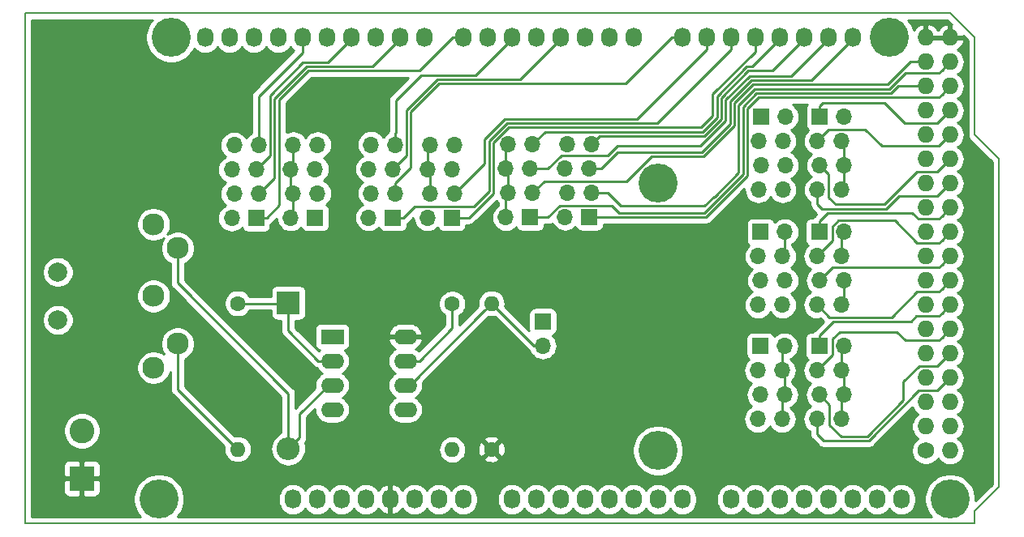
<source format=gbr>
G04 #@! TF.GenerationSoftware,KiCad,Pcbnew,(5.1.0)-1*
G04 #@! TF.CreationDate,2019-04-26T12:12:41-04:00*
G04 #@! TF.ProjectId,Pluralsight_Floppy,506c7572-616c-4736-9967-68745f466c6f,rev?*
G04 #@! TF.SameCoordinates,Original*
G04 #@! TF.FileFunction,Copper,L1,Top*
G04 #@! TF.FilePolarity,Positive*
%FSLAX46Y46*%
G04 Gerber Fmt 4.6, Leading zero omitted, Abs format (unit mm)*
G04 Created by KiCad (PCBNEW (5.1.0)-1) date 2019-04-26 12:12:41*
%MOMM*%
%LPD*%
G04 APERTURE LIST*
%ADD10C,0.150000*%
%ADD11C,1.727200*%
%ADD12O,1.727200X1.727200*%
%ADD13O,1.727200X2.032000*%
%ADD14C,4.064000*%
%ADD15R,2.400000X2.400000*%
%ADD16O,2.400000X2.400000*%
%ADD17C,2.300000*%
%ADD18C,2.000000*%
%ADD19R,1.700000X1.700000*%
%ADD20O,1.700000X1.700000*%
%ADD21R,2.600000X2.600000*%
%ADD22C,2.600000*%
%ADD23C,1.600000*%
%ADD24O,1.600000X1.600000*%
%ADD25R,2.400000X1.600000*%
%ADD26O,2.400000X1.600000*%
%ADD27C,0.250000*%
%ADD28C,0.254000*%
G04 APERTURE END LIST*
D10*
X202438000Y-121666000D02*
X103378000Y-121666000D01*
X202438000Y-120396000D02*
X202438000Y-121666000D01*
X204978000Y-117856000D02*
X202438000Y-120396000D01*
X204978000Y-83566000D02*
X204978000Y-117856000D01*
X202438000Y-81026000D02*
X204978000Y-83566000D01*
X202438000Y-70866000D02*
X202438000Y-81026000D01*
X199898000Y-68326000D02*
X202438000Y-70866000D01*
X103378000Y-68326000D02*
X199898000Y-68326000D01*
X103378000Y-121666000D02*
X103378000Y-68326000D01*
D11*
X197358000Y-114046000D03*
D12*
X199898000Y-114046000D03*
X197358000Y-111506000D03*
X199898000Y-111506000D03*
X197358000Y-108966000D03*
X199898000Y-108966000D03*
X197358000Y-106426000D03*
X199898000Y-106426000D03*
X197358000Y-103886000D03*
X199898000Y-103886000D03*
X197358000Y-101346000D03*
X199898000Y-101346000D03*
X197358000Y-98806000D03*
X199898000Y-98806000D03*
X197358000Y-96266000D03*
X199898000Y-96266000D03*
X197358000Y-93726000D03*
X199898000Y-93726000D03*
X197358000Y-91186000D03*
X199898000Y-91186000D03*
X197358000Y-88646000D03*
X199898000Y-88646000D03*
X197358000Y-86106000D03*
X199898000Y-86106000D03*
X197358000Y-83566000D03*
X199898000Y-83566000D03*
X197358000Y-81026000D03*
X199898000Y-81026000D03*
X197358000Y-78486000D03*
X199898000Y-78486000D03*
X197358000Y-75946000D03*
X199898000Y-75946000D03*
X197358000Y-73406000D03*
X199898000Y-73406000D03*
X197358000Y-70866000D03*
X199898000Y-70866000D03*
D13*
X131318000Y-119126000D03*
X133858000Y-119126000D03*
X136398000Y-119126000D03*
X138938000Y-119126000D03*
X141478000Y-119126000D03*
X144018000Y-119126000D03*
X146558000Y-119126000D03*
X149098000Y-119126000D03*
X154178000Y-119126000D03*
X156718000Y-119126000D03*
X159258000Y-119126000D03*
X161798000Y-119126000D03*
X164338000Y-119126000D03*
X166878000Y-119126000D03*
X169418000Y-119126000D03*
X171958000Y-119126000D03*
X177038000Y-119126000D03*
X179578000Y-119126000D03*
X182118000Y-119126000D03*
X184658000Y-119126000D03*
X187198000Y-119126000D03*
X189738000Y-119126000D03*
X192278000Y-119126000D03*
X194818000Y-119126000D03*
X122174000Y-70866000D03*
X124714000Y-70866000D03*
X127254000Y-70866000D03*
X129794000Y-70866000D03*
X132334000Y-70866000D03*
X134874000Y-70866000D03*
X137414000Y-70866000D03*
X139954000Y-70866000D03*
X142494000Y-70866000D03*
X145034000Y-70866000D03*
X149098000Y-70866000D03*
X151638000Y-70866000D03*
X154178000Y-70866000D03*
X156718000Y-70866000D03*
X159258000Y-70866000D03*
X161798000Y-70866000D03*
X164338000Y-70866000D03*
X166878000Y-70866000D03*
X171958000Y-70866000D03*
X174498000Y-70866000D03*
X177038000Y-70866000D03*
X179578000Y-70866000D03*
X182118000Y-70866000D03*
X184658000Y-70866000D03*
X187198000Y-70866000D03*
X189738000Y-70866000D03*
D14*
X117348000Y-119126000D03*
X169418000Y-114046000D03*
X199898000Y-119126000D03*
X118618000Y-70866000D03*
X169418000Y-86106000D03*
X193548000Y-70866000D03*
D15*
X130835400Y-98602800D03*
D16*
X130835400Y-113842800D03*
D17*
X119289200Y-92884600D03*
D18*
X106789200Y-100384600D03*
D17*
X116789200Y-90384600D03*
X116789200Y-97884600D03*
X116789200Y-105384600D03*
X119289200Y-102884600D03*
D18*
X106789200Y-95384600D03*
D19*
X127482600Y-89738200D03*
D20*
X124942600Y-89738200D03*
X127736600Y-87198200D03*
X125196600Y-87198200D03*
X127482600Y-84658200D03*
X124942600Y-84658200D03*
X127736600Y-82118200D03*
X125196600Y-82118200D03*
D19*
X141757400Y-89687400D03*
D20*
X139217400Y-89687400D03*
X142011400Y-87147400D03*
X139471400Y-87147400D03*
X141757400Y-84607400D03*
X139217400Y-84607400D03*
X142011400Y-82067400D03*
X139471400Y-82067400D03*
D19*
X156083000Y-89662000D03*
D20*
X153543000Y-89662000D03*
X156337000Y-87122000D03*
X153797000Y-87122000D03*
X156083000Y-84582000D03*
X153543000Y-84582000D03*
X156337000Y-82042000D03*
X153797000Y-82042000D03*
D19*
X180162200Y-79146400D03*
D20*
X182702200Y-79146400D03*
X179908200Y-81686400D03*
X182448200Y-81686400D03*
X180162200Y-84226400D03*
X182702200Y-84226400D03*
X179908200Y-86766400D03*
X182448200Y-86766400D03*
D19*
X180111400Y-91186000D03*
D20*
X182651400Y-91186000D03*
X179857400Y-93726000D03*
X182397400Y-93726000D03*
X180111400Y-96266000D03*
X182651400Y-96266000D03*
X179857400Y-98806000D03*
X182397400Y-98806000D03*
D19*
X180086000Y-103124000D03*
D20*
X182626000Y-103124000D03*
X179832000Y-105664000D03*
X182372000Y-105664000D03*
X180086000Y-108204000D03*
X182626000Y-108204000D03*
X179832000Y-110744000D03*
X182372000Y-110744000D03*
X131343400Y-82092800D03*
X133883400Y-82092800D03*
X131089400Y-84632800D03*
X133629400Y-84632800D03*
X131343400Y-87172800D03*
X133883400Y-87172800D03*
X131089400Y-89712800D03*
D19*
X133629400Y-89712800D03*
D20*
X145618200Y-82067400D03*
X148158200Y-82067400D03*
X145364200Y-84607400D03*
X147904200Y-84607400D03*
X145618200Y-87147400D03*
X148158200Y-87147400D03*
X145364200Y-89687400D03*
D19*
X147904200Y-89687400D03*
D20*
X159969200Y-82016600D03*
X162509200Y-82016600D03*
X159715200Y-84556600D03*
X162255200Y-84556600D03*
X159969200Y-87096600D03*
X162509200Y-87096600D03*
X159715200Y-89636600D03*
D19*
X162255200Y-89636600D03*
D20*
X188595000Y-86766400D03*
X186055000Y-86766400D03*
X188849000Y-84226400D03*
X186309000Y-84226400D03*
X188595000Y-81686400D03*
X186055000Y-81686400D03*
X188849000Y-79146400D03*
D19*
X186309000Y-79146400D03*
D20*
X188544200Y-98806000D03*
X186004200Y-98806000D03*
X188798200Y-96266000D03*
X186258200Y-96266000D03*
X188544200Y-93726000D03*
X186004200Y-93726000D03*
X188798200Y-91186000D03*
D19*
X186258200Y-91186000D03*
D20*
X188544200Y-110744000D03*
X186004200Y-110744000D03*
X188798200Y-108204000D03*
X186258200Y-108204000D03*
X188544200Y-105664000D03*
X186004200Y-105664000D03*
X188798200Y-103124000D03*
D19*
X186258200Y-103124000D03*
X157403800Y-100558600D03*
D20*
X157403800Y-103098600D03*
D21*
X109296200Y-116967000D03*
D22*
X109296200Y-111967000D03*
D23*
X125552200Y-98653600D03*
D24*
X125552200Y-113893600D03*
D23*
X147955000Y-98704400D03*
D24*
X147955000Y-113944400D03*
X152044400Y-98653600D03*
D23*
X152044400Y-113893600D03*
D25*
X135432800Y-102133400D03*
D26*
X143052800Y-109753400D03*
X135432800Y-104673400D03*
X143052800Y-107213400D03*
X135432800Y-107213400D03*
X143052800Y-104673400D03*
X135432800Y-109753400D03*
X143052800Y-102133400D03*
D27*
X131343400Y-84378800D02*
X131089400Y-84632800D01*
X131343400Y-82092800D02*
X131343400Y-84378800D01*
X131089400Y-86918800D02*
X131343400Y-87172800D01*
X131089400Y-84632800D02*
X131089400Y-86918800D01*
X131343400Y-89458800D02*
X131089400Y-89712800D01*
X131343400Y-87172800D02*
X131343400Y-89458800D01*
X145618200Y-84861400D02*
X145364200Y-84607400D01*
X145618200Y-87147400D02*
X145618200Y-84861400D01*
X145364200Y-82321400D02*
X145618200Y-82067400D01*
X145364200Y-84607400D02*
X145364200Y-82321400D01*
X153543000Y-87376000D02*
X153797000Y-87122000D01*
X153543000Y-89662000D02*
X153543000Y-87376000D01*
X153797000Y-84836000D02*
X153543000Y-84582000D01*
X153797000Y-87122000D02*
X153797000Y-84836000D01*
X153543000Y-82296000D02*
X153797000Y-82042000D01*
X153543000Y-84582000D02*
X153543000Y-82296000D01*
X188849000Y-81940400D02*
X188595000Y-81686400D01*
X188849000Y-84226400D02*
X188849000Y-81940400D01*
X182651400Y-93472000D02*
X182397400Y-93726000D01*
X182651400Y-91186000D02*
X182651400Y-93472000D01*
X188544200Y-91440000D02*
X188798200Y-91186000D01*
X188544200Y-93726000D02*
X188544200Y-91440000D01*
X188798200Y-98552000D02*
X188544200Y-98806000D01*
X188798200Y-96266000D02*
X188798200Y-98552000D01*
X182372000Y-103378000D02*
X182626000Y-103124000D01*
X182372000Y-105664000D02*
X182372000Y-103378000D01*
X182626000Y-105918000D02*
X182372000Y-105664000D01*
X182626000Y-108204000D02*
X182626000Y-105918000D01*
X182372000Y-108458000D02*
X182626000Y-108204000D01*
X182372000Y-110744000D02*
X182372000Y-108458000D01*
X188544200Y-108458000D02*
X188798200Y-108204000D01*
X188544200Y-110744000D02*
X188544200Y-108458000D01*
X188849000Y-86512400D02*
X188595000Y-86766400D01*
X188849000Y-84226400D02*
X188849000Y-86512400D01*
X188544200Y-103378000D02*
X188798200Y-103124000D01*
X188544200Y-105664000D02*
X188544200Y-103378000D01*
X188798200Y-105918000D02*
X188544200Y-105664000D01*
X188798200Y-108204000D02*
X188798200Y-105918000D01*
X198546601Y-107777399D02*
X199898000Y-106426000D01*
X196641601Y-107777399D02*
X198546601Y-107777399D01*
X191414400Y-113004600D02*
X196641601Y-107777399D01*
X186715400Y-113004600D02*
X191414400Y-113004600D01*
X186004200Y-110744000D02*
X186004200Y-112293400D01*
X186004200Y-112293400D02*
X186715400Y-113004600D01*
X198546601Y-105237399D02*
X199898000Y-103886000D01*
X195026399Y-106862999D02*
X196651999Y-105237399D01*
X186258200Y-108204000D02*
X187325000Y-109270800D01*
X196651999Y-105237399D02*
X198546601Y-105237399D01*
X187325000Y-109270800D02*
X187325000Y-111353600D01*
X188525990Y-112554590D02*
X191228000Y-112554590D01*
X191228000Y-112554590D02*
X195026399Y-108756191D01*
X187325000Y-111353600D02*
X188525990Y-112554590D01*
X195026399Y-108756191D02*
X195026399Y-106862999D01*
X187179201Y-104488999D02*
X186854199Y-104814001D01*
X186854199Y-104814001D02*
X186004200Y-105664000D01*
X186004200Y-105664000D02*
X187179201Y-104488999D01*
X199034401Y-102209599D02*
X199898000Y-101346000D01*
X195244601Y-102534601D02*
X198709399Y-102534601D01*
X194335400Y-101625400D02*
X195244601Y-102534601D01*
X188353198Y-101625400D02*
X194335400Y-101625400D01*
X187623199Y-102355399D02*
X188353198Y-101625400D01*
X198709399Y-102534601D02*
X199034401Y-102209599D01*
X187623199Y-104045001D02*
X187623199Y-102355399D01*
X186004200Y-105664000D02*
X187623199Y-104045001D01*
X199034401Y-99669599D02*
X199898000Y-98806000D01*
X198709399Y-99994601D02*
X199034401Y-99669599D01*
X186258200Y-103124000D02*
X186258200Y-102024000D01*
X196387601Y-99994601D02*
X198709399Y-99994601D01*
X186258200Y-102024000D02*
X187730790Y-100551410D01*
X195801410Y-100551410D02*
X195816101Y-100566101D01*
X187730790Y-100551410D02*
X195801410Y-100551410D01*
X195816101Y-100566101D02*
X196387601Y-99994601D01*
X199034401Y-97129599D02*
X199898000Y-96266000D01*
X198709399Y-97454601D02*
X199034401Y-97129599D01*
X196463801Y-97454601D02*
X198709399Y-97454601D01*
X193817002Y-100101400D02*
X196463801Y-97454601D01*
X187299600Y-100101400D02*
X193817002Y-100101400D01*
X186004200Y-98806000D02*
X187299600Y-100101400D01*
X199034401Y-94589599D02*
X199898000Y-93726000D01*
X198709399Y-94914601D02*
X199034401Y-94589599D01*
X187609599Y-94914601D02*
X198709399Y-94914601D01*
X186258200Y-96266000D02*
X187609599Y-94914601D01*
X199034401Y-92049599D02*
X199898000Y-91186000D01*
X198709399Y-92374601D02*
X199034401Y-92049599D01*
X196474199Y-92374601D02*
X198709399Y-92374601D01*
X194110597Y-90010999D02*
X196474199Y-92374601D01*
X188234199Y-90010999D02*
X194110597Y-90010999D01*
X187623199Y-90621999D02*
X188234199Y-90010999D01*
X187623199Y-92107001D02*
X187623199Y-90621999D01*
X186004200Y-93726000D02*
X187623199Y-92107001D01*
X199034401Y-89509599D02*
X199898000Y-88646000D01*
X198709399Y-89834601D02*
X199034401Y-89509599D01*
X186258200Y-91186000D02*
X186258200Y-90086000D01*
X186258200Y-90086000D02*
X187146590Y-89197610D01*
X195928410Y-89197610D02*
X196565401Y-89834601D01*
X187146590Y-89197610D02*
X195928410Y-89197610D01*
X196565401Y-89834601D02*
X198709399Y-89834601D01*
X198546601Y-87457399D02*
X199898000Y-86106000D01*
X194533401Y-87457399D02*
X198546601Y-87457399D01*
X193243200Y-88747600D02*
X194533401Y-87457399D01*
X186486800Y-88747600D02*
X193243200Y-88747600D01*
X186055000Y-88315800D02*
X186486800Y-88747600D01*
X186055000Y-86766400D02*
X186055000Y-88315800D01*
X198546601Y-84917399D02*
X199898000Y-83566000D01*
X186309000Y-84226400D02*
X187230001Y-85147401D01*
X187230001Y-87572599D02*
X187947802Y-88290400D01*
X187947802Y-88290400D02*
X193063990Y-88290400D01*
X193063990Y-88290400D02*
X196436991Y-84917399D01*
X187230001Y-85147401D02*
X187230001Y-87572599D01*
X196436991Y-84917399D02*
X198546601Y-84917399D01*
X198709399Y-82214601D02*
X199898000Y-81026000D01*
X192755401Y-82214601D02*
X198709399Y-82214601D01*
X191052199Y-80511399D02*
X192755401Y-82214601D01*
X187230001Y-80511399D02*
X191052199Y-80511399D01*
X186055000Y-81686400D02*
X187230001Y-80511399D01*
X199898000Y-78486000D02*
X198546601Y-79837399D01*
X186309000Y-78046400D02*
X186631400Y-77724000D01*
X186309000Y-79146400D02*
X186309000Y-78046400D01*
X193065400Y-77724000D02*
X195178799Y-79837399D01*
X186631400Y-77724000D02*
X193065400Y-77724000D01*
X198546601Y-79837399D02*
X195178799Y-79837399D01*
X164636199Y-88461599D02*
X165361190Y-89186590D01*
X159151199Y-88461599D02*
X164636199Y-88461599D01*
X156083000Y-89662000D02*
X157950798Y-89662000D01*
X157950798Y-89662000D02*
X159151199Y-88461599D01*
X165361190Y-89186590D02*
X174235400Y-89186590D01*
X174235400Y-89186590D02*
X178283189Y-85138801D01*
X178283190Y-78103998D02*
X179702597Y-76684591D01*
X178283189Y-85138801D02*
X178283190Y-78103998D01*
X179702597Y-76684591D02*
X193751200Y-76684591D01*
X194489791Y-75946000D02*
X197358000Y-75946000D01*
X193751200Y-76684591D02*
X194489791Y-75946000D01*
X199034401Y-76809599D02*
X199898000Y-75946000D01*
X162255200Y-89636600D02*
X174421800Y-89636600D01*
X174421800Y-89636600D02*
X178733199Y-85325201D01*
X178733199Y-85325201D02*
X178733199Y-78290399D01*
X178733199Y-78290399D02*
X179888997Y-77134601D01*
X179888997Y-77134601D02*
X198709399Y-77134601D01*
X198709399Y-77134601D02*
X199034401Y-76809599D01*
X166114039Y-85921599D02*
X168749038Y-83286600D01*
X156337000Y-87122000D02*
X157537401Y-85921599D01*
X157537401Y-85921599D02*
X166114039Y-85921599D01*
X174167800Y-83286600D02*
X177383171Y-80071229D01*
X168749038Y-83286600D02*
X174167800Y-83286600D01*
X177383172Y-77731196D02*
X179329797Y-75784571D01*
X177383171Y-80071229D02*
X177383172Y-77731196D01*
X179329797Y-75784571D02*
X193378400Y-75784571D01*
X195756971Y-73406000D02*
X197358000Y-73406000D01*
X193378400Y-75784571D02*
X195756971Y-73406000D01*
X195204780Y-74594601D02*
X198709399Y-74594601D01*
X179516197Y-76234581D02*
X193564800Y-76234581D01*
X199034401Y-74269599D02*
X199898000Y-73406000D01*
X193564800Y-76234581D02*
X195204780Y-74594601D01*
X177833181Y-77917597D02*
X179516197Y-76234581D01*
X198709399Y-74594601D02*
X199034401Y-74269599D01*
X162509200Y-87096600D02*
X164171219Y-87096600D01*
X164171219Y-87096600D02*
X165537620Y-88463001D01*
X165537620Y-88463001D02*
X174274599Y-88463001D01*
X177833180Y-84952400D02*
X177833181Y-77917597D01*
X174274599Y-88463001D02*
X175260000Y-87477600D01*
X175260000Y-87477600D02*
X175307980Y-87477600D01*
X175307980Y-87477600D02*
X177833180Y-84952400D01*
X132334000Y-72415400D02*
X132334000Y-70866000D01*
X127736600Y-77012800D02*
X132334000Y-72415400D01*
X127736600Y-82118200D02*
X127736600Y-77012800D01*
X137414000Y-71018400D02*
X137414000Y-70866000D01*
X134988300Y-73444100D02*
X137414000Y-71018400D01*
X132372100Y-73444100D02*
X134988300Y-73444100D01*
X128911601Y-76904599D02*
X132372100Y-73444100D01*
X128911601Y-83229199D02*
X128911601Y-76904599D01*
X127482600Y-84658200D02*
X128911601Y-83229199D01*
X142494000Y-71018400D02*
X142494000Y-70866000D01*
X139618290Y-73894110D02*
X142494000Y-71018400D01*
X132734890Y-73894110D02*
X139618290Y-73894110D01*
X129361611Y-77267389D02*
X132734890Y-73894110D01*
X129361611Y-85573189D02*
X129361611Y-77267389D01*
X127736600Y-87198200D02*
X129361611Y-85573189D01*
X129914399Y-88406401D02*
X129914399Y-77351011D01*
X127482600Y-89738200D02*
X128582600Y-89738200D01*
X128582600Y-89738200D02*
X129914399Y-88406401D01*
X147984400Y-70866000D02*
X149098000Y-70866000D01*
X144506280Y-74344120D02*
X147984400Y-70866000D01*
X132921290Y-74344120D02*
X144506280Y-74344120D01*
X129914399Y-77351011D02*
X132921290Y-74344120D01*
X154178000Y-71018400D02*
X154178000Y-70866000D01*
X142011400Y-82067400D02*
X142011400Y-80865319D01*
X142011400Y-80865319D02*
X142036800Y-80839919D01*
X142036800Y-80839919D02*
X142036800Y-77450010D01*
X144692681Y-74794129D02*
X150402271Y-74794129D01*
X142036800Y-77450010D02*
X144692681Y-74794129D01*
X150402271Y-74794129D02*
X154178000Y-71018400D01*
X143186401Y-83178399D02*
X143186401Y-78428599D01*
X141757400Y-84607400D02*
X143186401Y-83178399D01*
X143186401Y-78428599D02*
X146370861Y-75244139D01*
X159258000Y-71018400D02*
X159258000Y-70866000D01*
X155032261Y-75244139D02*
X159258000Y-71018400D01*
X146370861Y-75244139D02*
X155032261Y-75244139D01*
X157950798Y-84582000D02*
X156083000Y-84582000D01*
X159341197Y-83191601D02*
X157950798Y-84582000D01*
X164185870Y-83191601D02*
X159341197Y-83191601D01*
X173837600Y-82219800D02*
X165157671Y-82219800D01*
X165157671Y-82219800D02*
X164185870Y-83191601D01*
X187198000Y-70866000D02*
X187198000Y-71018400D01*
X187198000Y-71018400D02*
X183331849Y-74884551D01*
X183331849Y-74884551D02*
X178956997Y-74884551D01*
X178956997Y-74884551D02*
X176483154Y-77358394D01*
X176483154Y-77358394D02*
X176483153Y-79574247D01*
X176483153Y-79574247D02*
X173837600Y-82219800D01*
X189738000Y-71018400D02*
X189738000Y-70866000D01*
X185421839Y-75334561D02*
X189738000Y-71018400D01*
X162255200Y-84556600D02*
X163457281Y-84556600D01*
X163457281Y-84556600D02*
X165177291Y-82836590D01*
X179143397Y-75334561D02*
X185421839Y-75334561D01*
X165177291Y-82836590D02*
X173981400Y-82836590D01*
X173981400Y-82836590D02*
X176933162Y-79884828D01*
X176933162Y-79884828D02*
X176933163Y-77544795D01*
X176933163Y-77544795D02*
X179143397Y-75334561D01*
X143636411Y-84467391D02*
X143636411Y-78614999D01*
X142011400Y-87147400D02*
X142011400Y-86092402D01*
X142011400Y-86092402D02*
X143636411Y-84467391D01*
X143636411Y-78614999D02*
X146557261Y-75694149D01*
X170844400Y-70866000D02*
X171958000Y-70866000D01*
X166016251Y-75694149D02*
X170844400Y-70866000D01*
X146557261Y-75694149D02*
X166016251Y-75694149D01*
X174498000Y-72132000D02*
X174498000Y-70866000D01*
X167263437Y-79366563D02*
X174498000Y-72132000D01*
X148158200Y-87147400D02*
X149008199Y-86297401D01*
X149008199Y-86297401D02*
X149058999Y-86297401D01*
X149058999Y-86297401D02*
X151322180Y-84034220D01*
X151322180Y-84034220D02*
X151322181Y-81504997D01*
X151322181Y-81504997D02*
X153460615Y-79366563D01*
X153460615Y-79366563D02*
X167263437Y-79366563D01*
X177038000Y-72132000D02*
X169353429Y-79816571D01*
X177038000Y-70866000D02*
X177038000Y-72132000D01*
X151772190Y-81691398D02*
X151772190Y-86961000D01*
X169353429Y-79816571D02*
X153647016Y-79816572D01*
X153647016Y-79816572D02*
X151772190Y-81691398D01*
X142857400Y-89687400D02*
X141757400Y-89687400D01*
X144032401Y-88512399D02*
X142857400Y-89687400D01*
X150220791Y-88512399D02*
X144032401Y-88512399D01*
X151772190Y-86961000D02*
X150220791Y-88512399D01*
X179578000Y-72354319D02*
X179578000Y-70866000D01*
X175133125Y-76799195D02*
X179578000Y-72354319D01*
X175133125Y-79015045D02*
X175133125Y-76799195D01*
X147904200Y-89687400D02*
X149682200Y-89687400D01*
X149682200Y-89687400D02*
X152222200Y-87147400D01*
X152222200Y-81877798D02*
X153833417Y-80266581D01*
X153833417Y-80266581D02*
X173881589Y-80266581D01*
X152222200Y-87147400D02*
X152222200Y-81877798D01*
X173881589Y-80266581D02*
X175133125Y-79015045D01*
X157662409Y-80716591D02*
X156337000Y-82042000D01*
X174067989Y-80716591D02*
X157662409Y-80716591D01*
X182118000Y-70866000D02*
X182118000Y-71018400D01*
X182118000Y-71018400D02*
X179240610Y-73895790D01*
X179240610Y-73895790D02*
X178672940Y-73895790D01*
X178672940Y-73895790D02*
X175583135Y-76985595D01*
X175583135Y-76985595D02*
X175583135Y-79201445D01*
X175583135Y-79201445D02*
X174067989Y-80716591D01*
X163359199Y-81166601D02*
X162509200Y-82016600D01*
X174254389Y-81166601D02*
X163359199Y-81166601D01*
X184658000Y-70866000D02*
X184658000Y-71018400D01*
X184658000Y-71018400D02*
X181330600Y-74345800D01*
X181330600Y-74345800D02*
X178859338Y-74345800D01*
X178859338Y-74345800D02*
X176033145Y-77171995D01*
X176033145Y-77171995D02*
X176033145Y-79387845D01*
X176033145Y-79387845D02*
X174254389Y-81166601D01*
X130784600Y-98653600D02*
X130835400Y-98602800D01*
X125552200Y-98653600D02*
X130784600Y-98653600D01*
X130835400Y-100052800D02*
X130835400Y-98602800D01*
X130835400Y-101526000D02*
X130835400Y-100052800D01*
X133982800Y-104673400D02*
X130835400Y-101526000D01*
X135432800Y-104673400D02*
X133982800Y-104673400D01*
X130835400Y-113842800D02*
X130835400Y-108077000D01*
X119289200Y-96530800D02*
X119289200Y-92884600D01*
X130835400Y-108077000D02*
X119289200Y-96530800D01*
X135032800Y-107213400D02*
X135432800Y-107213400D01*
X132035399Y-110210801D02*
X135032800Y-107213400D01*
X132035399Y-112642801D02*
X132035399Y-110210801D01*
X130835400Y-113842800D02*
X132035399Y-112642801D01*
X119289200Y-107630600D02*
X125552200Y-113893600D01*
X119289200Y-102884600D02*
X119289200Y-107630600D01*
X151244401Y-99453599D02*
X152044400Y-98653600D01*
X143484600Y-107213400D02*
X151244401Y-99453599D01*
X143052800Y-107213400D02*
X143484600Y-107213400D01*
X156489400Y-103098600D02*
X157403800Y-103098600D01*
X152044400Y-98653600D02*
X156489400Y-103098600D01*
X147955000Y-99835770D02*
X147955000Y-98704400D01*
X147955000Y-101221200D02*
X147955000Y-99835770D01*
X144502800Y-104673400D02*
X147955000Y-101221200D01*
X143052800Y-104673400D02*
X144502800Y-104673400D01*
D28*
G36*
X116546406Y-69165887D02*
G01*
X116254536Y-69602702D01*
X116053492Y-70088065D01*
X115951000Y-70603323D01*
X115951000Y-71128677D01*
X116053492Y-71643935D01*
X116254536Y-72129298D01*
X116546406Y-72566113D01*
X116917887Y-72937594D01*
X117354702Y-73229464D01*
X117840065Y-73430508D01*
X118355323Y-73533000D01*
X118880677Y-73533000D01*
X119395935Y-73430508D01*
X119881298Y-73229464D01*
X120318113Y-72937594D01*
X120689594Y-72566113D01*
X120981464Y-72129298D01*
X121037001Y-71995219D01*
X121109203Y-72083197D01*
X121337395Y-72270469D01*
X121597737Y-72409625D01*
X121880224Y-72495316D01*
X122174000Y-72524251D01*
X122467777Y-72495316D01*
X122750264Y-72409625D01*
X123010606Y-72270469D01*
X123238797Y-72083197D01*
X123426069Y-71855006D01*
X123444000Y-71821459D01*
X123461931Y-71855006D01*
X123649203Y-72083197D01*
X123877395Y-72270469D01*
X124137737Y-72409625D01*
X124420224Y-72495316D01*
X124714000Y-72524251D01*
X125007777Y-72495316D01*
X125290264Y-72409625D01*
X125550606Y-72270469D01*
X125778797Y-72083197D01*
X125966069Y-71855006D01*
X125984000Y-71821459D01*
X126001931Y-71855006D01*
X126189203Y-72083197D01*
X126417395Y-72270469D01*
X126677737Y-72409625D01*
X126960224Y-72495316D01*
X127254000Y-72524251D01*
X127547777Y-72495316D01*
X127830264Y-72409625D01*
X128090606Y-72270469D01*
X128318797Y-72083197D01*
X128506069Y-71855006D01*
X128524000Y-71821459D01*
X128541931Y-71855006D01*
X128729203Y-72083197D01*
X128957395Y-72270469D01*
X129217737Y-72409625D01*
X129500224Y-72495316D01*
X129794000Y-72524251D01*
X130087777Y-72495316D01*
X130370264Y-72409625D01*
X130630606Y-72270469D01*
X130858797Y-72083197D01*
X131046069Y-71855006D01*
X131064000Y-71821459D01*
X131081931Y-71855006D01*
X131269203Y-72083197D01*
X131446169Y-72228429D01*
X127225598Y-76449001D01*
X127196600Y-76472799D01*
X127172802Y-76501797D01*
X127172801Y-76501798D01*
X127101626Y-76588524D01*
X127031054Y-76720554D01*
X127004044Y-76809599D01*
X126987598Y-76863814D01*
X126977730Y-76964000D01*
X126972924Y-77012800D01*
X126976601Y-77050132D01*
X126976600Y-80840605D01*
X126907586Y-80877494D01*
X126681466Y-81063066D01*
X126495894Y-81289186D01*
X126466600Y-81343991D01*
X126437306Y-81289186D01*
X126251734Y-81063066D01*
X126025614Y-80877494D01*
X125767634Y-80739601D01*
X125487711Y-80654687D01*
X125269550Y-80633200D01*
X125123650Y-80633200D01*
X124905489Y-80654687D01*
X124625566Y-80739601D01*
X124367586Y-80877494D01*
X124141466Y-81063066D01*
X123955894Y-81289186D01*
X123818001Y-81547166D01*
X123733087Y-81827089D01*
X123704415Y-82118200D01*
X123733087Y-82409311D01*
X123818001Y-82689234D01*
X123955894Y-82947214D01*
X124141466Y-83173334D01*
X124310636Y-83312169D01*
X124113586Y-83417494D01*
X123887466Y-83603066D01*
X123701894Y-83829186D01*
X123564001Y-84087166D01*
X123479087Y-84367089D01*
X123450415Y-84658200D01*
X123479087Y-84949311D01*
X123564001Y-85229234D01*
X123701894Y-85487214D01*
X123887466Y-85713334D01*
X124113586Y-85898906D01*
X124310636Y-86004231D01*
X124141466Y-86143066D01*
X123955894Y-86369186D01*
X123818001Y-86627166D01*
X123733087Y-86907089D01*
X123704415Y-87198200D01*
X123733087Y-87489311D01*
X123818001Y-87769234D01*
X123955894Y-88027214D01*
X124141466Y-88253334D01*
X124310636Y-88392169D01*
X124113586Y-88497494D01*
X123887466Y-88683066D01*
X123701894Y-88909186D01*
X123564001Y-89167166D01*
X123479087Y-89447089D01*
X123450415Y-89738200D01*
X123479087Y-90029311D01*
X123564001Y-90309234D01*
X123701894Y-90567214D01*
X123887466Y-90793334D01*
X124113586Y-90978906D01*
X124371566Y-91116799D01*
X124651489Y-91201713D01*
X124869650Y-91223200D01*
X125015550Y-91223200D01*
X125233711Y-91201713D01*
X125513634Y-91116799D01*
X125771614Y-90978906D01*
X125997734Y-90793334D01*
X126022207Y-90763513D01*
X126043098Y-90832380D01*
X126102063Y-90942694D01*
X126181415Y-91039385D01*
X126278106Y-91118737D01*
X126388420Y-91177702D01*
X126508118Y-91214012D01*
X126632600Y-91226272D01*
X128332600Y-91226272D01*
X128457082Y-91214012D01*
X128576780Y-91177702D01*
X128687094Y-91118737D01*
X128783785Y-91039385D01*
X128863137Y-90942694D01*
X128922102Y-90832380D01*
X128958412Y-90712682D01*
X128970672Y-90588200D01*
X128970672Y-90392526D01*
X129006876Y-90373174D01*
X129122601Y-90278201D01*
X129146404Y-90249197D01*
X129604889Y-89790713D01*
X129625887Y-90003911D01*
X129710801Y-90283834D01*
X129848694Y-90541814D01*
X130034266Y-90767934D01*
X130260386Y-90953506D01*
X130518366Y-91091399D01*
X130798289Y-91176313D01*
X131016450Y-91197800D01*
X131162350Y-91197800D01*
X131380511Y-91176313D01*
X131660434Y-91091399D01*
X131918414Y-90953506D01*
X132144534Y-90767934D01*
X132169007Y-90738113D01*
X132189898Y-90806980D01*
X132248863Y-90917294D01*
X132328215Y-91013985D01*
X132424906Y-91093337D01*
X132535220Y-91152302D01*
X132654918Y-91188612D01*
X132779400Y-91200872D01*
X134479400Y-91200872D01*
X134603882Y-91188612D01*
X134723580Y-91152302D01*
X134833894Y-91093337D01*
X134930585Y-91013985D01*
X135009937Y-90917294D01*
X135068902Y-90806980D01*
X135105212Y-90687282D01*
X135117472Y-90562800D01*
X135117472Y-88862800D01*
X135105212Y-88738318D01*
X135068902Y-88618620D01*
X135009937Y-88508306D01*
X134930585Y-88411615D01*
X134833894Y-88332263D01*
X134820277Y-88324985D01*
X134938534Y-88227934D01*
X135124106Y-88001814D01*
X135261999Y-87743834D01*
X135346913Y-87463911D01*
X135375585Y-87172800D01*
X135346913Y-86881689D01*
X135261999Y-86601766D01*
X135124106Y-86343786D01*
X134938534Y-86117666D01*
X134712414Y-85932094D01*
X134515364Y-85826769D01*
X134684534Y-85687934D01*
X134870106Y-85461814D01*
X135007999Y-85203834D01*
X135092913Y-84923911D01*
X135121585Y-84632800D01*
X135092913Y-84341689D01*
X135007999Y-84061766D01*
X134870106Y-83803786D01*
X134684534Y-83577666D01*
X134515364Y-83438831D01*
X134712414Y-83333506D01*
X134938534Y-83147934D01*
X135124106Y-82921814D01*
X135261999Y-82663834D01*
X135346913Y-82383911D01*
X135375585Y-82092800D01*
X135346913Y-81801689D01*
X135261999Y-81521766D01*
X135124106Y-81263786D01*
X134938534Y-81037666D01*
X134712414Y-80852094D01*
X134454434Y-80714201D01*
X134174511Y-80629287D01*
X133956350Y-80607800D01*
X133810450Y-80607800D01*
X133592289Y-80629287D01*
X133312366Y-80714201D01*
X133054386Y-80852094D01*
X132828266Y-81037666D01*
X132642694Y-81263786D01*
X132613400Y-81318591D01*
X132584106Y-81263786D01*
X132398534Y-81037666D01*
X132172414Y-80852094D01*
X131914434Y-80714201D01*
X131634511Y-80629287D01*
X131416350Y-80607800D01*
X131270450Y-80607800D01*
X131052289Y-80629287D01*
X130772366Y-80714201D01*
X130674399Y-80766565D01*
X130674399Y-77665812D01*
X133236092Y-75104120D01*
X143307888Y-75104120D01*
X141525798Y-76886211D01*
X141496800Y-76910009D01*
X141473002Y-76939007D01*
X141473001Y-76939008D01*
X141401826Y-77025734D01*
X141331254Y-77157764D01*
X141308167Y-77233875D01*
X141287798Y-77301024D01*
X141281694Y-77362994D01*
X141273124Y-77450010D01*
X141276801Y-77487342D01*
X141276800Y-80668855D01*
X141262398Y-80716333D01*
X141255371Y-80787683D01*
X141182386Y-80826694D01*
X140956266Y-81012266D01*
X140770694Y-81238386D01*
X140741400Y-81293191D01*
X140712106Y-81238386D01*
X140526534Y-81012266D01*
X140300414Y-80826694D01*
X140042434Y-80688801D01*
X139762511Y-80603887D01*
X139544350Y-80582400D01*
X139398450Y-80582400D01*
X139180289Y-80603887D01*
X138900366Y-80688801D01*
X138642386Y-80826694D01*
X138416266Y-81012266D01*
X138230694Y-81238386D01*
X138092801Y-81496366D01*
X138007887Y-81776289D01*
X137979215Y-82067400D01*
X138007887Y-82358511D01*
X138092801Y-82638434D01*
X138230694Y-82896414D01*
X138416266Y-83122534D01*
X138585436Y-83261369D01*
X138388386Y-83366694D01*
X138162266Y-83552266D01*
X137976694Y-83778386D01*
X137838801Y-84036366D01*
X137753887Y-84316289D01*
X137725215Y-84607400D01*
X137753887Y-84898511D01*
X137838801Y-85178434D01*
X137976694Y-85436414D01*
X138162266Y-85662534D01*
X138388386Y-85848106D01*
X138585436Y-85953431D01*
X138416266Y-86092266D01*
X138230694Y-86318386D01*
X138092801Y-86576366D01*
X138007887Y-86856289D01*
X137979215Y-87147400D01*
X138007887Y-87438511D01*
X138092801Y-87718434D01*
X138230694Y-87976414D01*
X138416266Y-88202534D01*
X138585436Y-88341369D01*
X138388386Y-88446694D01*
X138162266Y-88632266D01*
X137976694Y-88858386D01*
X137838801Y-89116366D01*
X137753887Y-89396289D01*
X137725215Y-89687400D01*
X137753887Y-89978511D01*
X137838801Y-90258434D01*
X137976694Y-90516414D01*
X138162266Y-90742534D01*
X138388386Y-90928106D01*
X138646366Y-91065999D01*
X138926289Y-91150913D01*
X139144450Y-91172400D01*
X139290350Y-91172400D01*
X139508511Y-91150913D01*
X139788434Y-91065999D01*
X140046414Y-90928106D01*
X140272534Y-90742534D01*
X140297007Y-90712713D01*
X140317898Y-90781580D01*
X140376863Y-90891894D01*
X140456215Y-90988585D01*
X140552906Y-91067937D01*
X140663220Y-91126902D01*
X140782918Y-91163212D01*
X140907400Y-91175472D01*
X142607400Y-91175472D01*
X142731882Y-91163212D01*
X142851580Y-91126902D01*
X142961894Y-91067937D01*
X143058585Y-90988585D01*
X143137937Y-90891894D01*
X143196902Y-90781580D01*
X143233212Y-90661882D01*
X143245472Y-90537400D01*
X143245472Y-90341726D01*
X143281676Y-90322374D01*
X143397401Y-90227401D01*
X143421204Y-90198397D01*
X143877411Y-89742190D01*
X143900687Y-89978511D01*
X143985601Y-90258434D01*
X144123494Y-90516414D01*
X144309066Y-90742534D01*
X144535186Y-90928106D01*
X144793166Y-91065999D01*
X145073089Y-91150913D01*
X145291250Y-91172400D01*
X145437150Y-91172400D01*
X145655311Y-91150913D01*
X145935234Y-91065999D01*
X146193214Y-90928106D01*
X146419334Y-90742534D01*
X146443807Y-90712713D01*
X146464698Y-90781580D01*
X146523663Y-90891894D01*
X146603015Y-90988585D01*
X146699706Y-91067937D01*
X146810020Y-91126902D01*
X146929718Y-91163212D01*
X147054200Y-91175472D01*
X148754200Y-91175472D01*
X148878682Y-91163212D01*
X148998380Y-91126902D01*
X149108694Y-91067937D01*
X149205385Y-90988585D01*
X149284737Y-90891894D01*
X149343702Y-90781580D01*
X149380012Y-90661882D01*
X149392272Y-90537400D01*
X149392272Y-90447400D01*
X149644878Y-90447400D01*
X149682200Y-90451076D01*
X149719522Y-90447400D01*
X149719533Y-90447400D01*
X149831186Y-90436403D01*
X149974447Y-90392946D01*
X150106476Y-90322374D01*
X150222201Y-90227401D01*
X150246004Y-90198397D01*
X152534382Y-87910020D01*
X152556294Y-87951014D01*
X152741866Y-88177134D01*
X152783001Y-88210892D01*
X152783001Y-88384405D01*
X152713986Y-88421294D01*
X152487866Y-88606866D01*
X152302294Y-88832986D01*
X152164401Y-89090966D01*
X152079487Y-89370889D01*
X152050815Y-89662000D01*
X152079487Y-89953111D01*
X152164401Y-90233034D01*
X152302294Y-90491014D01*
X152487866Y-90717134D01*
X152713986Y-90902706D01*
X152971966Y-91040599D01*
X153251889Y-91125513D01*
X153470050Y-91147000D01*
X153615950Y-91147000D01*
X153834111Y-91125513D01*
X154114034Y-91040599D01*
X154372014Y-90902706D01*
X154598134Y-90717134D01*
X154622607Y-90687313D01*
X154643498Y-90756180D01*
X154702463Y-90866494D01*
X154781815Y-90963185D01*
X154878506Y-91042537D01*
X154988820Y-91101502D01*
X155108518Y-91137812D01*
X155233000Y-91150072D01*
X156933000Y-91150072D01*
X157057482Y-91137812D01*
X157177180Y-91101502D01*
X157287494Y-91042537D01*
X157384185Y-90963185D01*
X157463537Y-90866494D01*
X157522502Y-90756180D01*
X157558812Y-90636482D01*
X157571072Y-90512000D01*
X157571072Y-90422000D01*
X157913476Y-90422000D01*
X157950798Y-90425676D01*
X157988120Y-90422000D01*
X157988131Y-90422000D01*
X158099784Y-90411003D01*
X158243045Y-90367546D01*
X158375074Y-90296974D01*
X158381525Y-90291680D01*
X158474494Y-90465614D01*
X158660066Y-90691734D01*
X158886186Y-90877306D01*
X159144166Y-91015199D01*
X159424089Y-91100113D01*
X159642250Y-91121600D01*
X159788150Y-91121600D01*
X160006311Y-91100113D01*
X160286234Y-91015199D01*
X160544214Y-90877306D01*
X160770334Y-90691734D01*
X160794807Y-90661913D01*
X160815698Y-90730780D01*
X160874663Y-90841094D01*
X160954015Y-90937785D01*
X161050706Y-91017137D01*
X161161020Y-91076102D01*
X161280718Y-91112412D01*
X161405200Y-91124672D01*
X163105200Y-91124672D01*
X163229682Y-91112412D01*
X163349380Y-91076102D01*
X163459694Y-91017137D01*
X163556385Y-90937785D01*
X163635737Y-90841094D01*
X163694702Y-90730780D01*
X163731012Y-90611082D01*
X163743272Y-90486600D01*
X163743272Y-90396600D01*
X174384478Y-90396600D01*
X174421800Y-90400276D01*
X174459122Y-90396600D01*
X174459133Y-90396600D01*
X174570786Y-90385603D01*
X174714047Y-90342146D01*
X174846076Y-90271574D01*
X174961801Y-90176601D01*
X174985604Y-90147597D01*
X178421392Y-86711810D01*
X178416015Y-86766400D01*
X178444687Y-87057511D01*
X178529601Y-87337434D01*
X178667494Y-87595414D01*
X178853066Y-87821534D01*
X179079186Y-88007106D01*
X179337166Y-88144999D01*
X179617089Y-88229913D01*
X179835250Y-88251400D01*
X179981150Y-88251400D01*
X180199311Y-88229913D01*
X180479234Y-88144999D01*
X180737214Y-88007106D01*
X180963334Y-87821534D01*
X181148906Y-87595414D01*
X181178200Y-87540609D01*
X181207494Y-87595414D01*
X181393066Y-87821534D01*
X181619186Y-88007106D01*
X181877166Y-88144999D01*
X182157089Y-88229913D01*
X182375250Y-88251400D01*
X182521150Y-88251400D01*
X182739311Y-88229913D01*
X183019234Y-88144999D01*
X183277214Y-88007106D01*
X183503334Y-87821534D01*
X183688906Y-87595414D01*
X183826799Y-87337434D01*
X183911713Y-87057511D01*
X183940385Y-86766400D01*
X183911713Y-86475289D01*
X183826799Y-86195366D01*
X183688906Y-85937386D01*
X183503334Y-85711266D01*
X183334164Y-85572431D01*
X183531214Y-85467106D01*
X183757334Y-85281534D01*
X183942906Y-85055414D01*
X184080799Y-84797434D01*
X184165713Y-84517511D01*
X184194385Y-84226400D01*
X184165713Y-83935289D01*
X184080799Y-83655366D01*
X183942906Y-83397386D01*
X183757334Y-83171266D01*
X183531214Y-82985694D01*
X183334164Y-82880369D01*
X183503334Y-82741534D01*
X183688906Y-82515414D01*
X183826799Y-82257434D01*
X183911713Y-81977511D01*
X183940385Y-81686400D01*
X183911713Y-81395289D01*
X183826799Y-81115366D01*
X183688906Y-80857386D01*
X183503334Y-80631266D01*
X183334164Y-80492431D01*
X183531214Y-80387106D01*
X183757334Y-80201534D01*
X183942906Y-79975414D01*
X184080799Y-79717434D01*
X184165713Y-79437511D01*
X184194385Y-79146400D01*
X184165713Y-78855289D01*
X184080799Y-78575366D01*
X183942906Y-78317386D01*
X183757334Y-78091266D01*
X183531214Y-77905694D01*
X183510460Y-77894601D01*
X184967285Y-77894601D01*
X184928463Y-77941906D01*
X184869498Y-78052220D01*
X184833188Y-78171918D01*
X184820928Y-78296400D01*
X184820928Y-79996400D01*
X184833188Y-80120882D01*
X184869498Y-80240580D01*
X184928463Y-80350894D01*
X185007815Y-80447585D01*
X185104506Y-80526937D01*
X185118123Y-80534215D01*
X184999866Y-80631266D01*
X184814294Y-80857386D01*
X184676401Y-81115366D01*
X184591487Y-81395289D01*
X184562815Y-81686400D01*
X184591487Y-81977511D01*
X184676401Y-82257434D01*
X184814294Y-82515414D01*
X184999866Y-82741534D01*
X185225986Y-82927106D01*
X185423036Y-83032431D01*
X185253866Y-83171266D01*
X185068294Y-83397386D01*
X184930401Y-83655366D01*
X184845487Y-83935289D01*
X184816815Y-84226400D01*
X184845487Y-84517511D01*
X184930401Y-84797434D01*
X185068294Y-85055414D01*
X185253866Y-85281534D01*
X185423036Y-85420369D01*
X185225986Y-85525694D01*
X184999866Y-85711266D01*
X184814294Y-85937386D01*
X184676401Y-86195366D01*
X184591487Y-86475289D01*
X184562815Y-86766400D01*
X184591487Y-87057511D01*
X184676401Y-87337434D01*
X184814294Y-87595414D01*
X184999866Y-87821534D01*
X185225986Y-88007106D01*
X185295001Y-88043995D01*
X185295001Y-88278468D01*
X185291324Y-88315800D01*
X185295001Y-88353133D01*
X185304405Y-88448607D01*
X185305998Y-88464785D01*
X185349454Y-88608046D01*
X185420026Y-88740076D01*
X185491201Y-88826802D01*
X185515000Y-88855801D01*
X185543998Y-88879599D01*
X185923000Y-89258602D01*
X185946799Y-89287601D01*
X185966022Y-89303377D01*
X185747198Y-89522201D01*
X185718200Y-89545999D01*
X185694402Y-89574997D01*
X185694401Y-89574998D01*
X185623226Y-89661724D01*
X185603874Y-89697928D01*
X185408200Y-89697928D01*
X185283718Y-89710188D01*
X185164020Y-89746498D01*
X185053706Y-89805463D01*
X184957015Y-89884815D01*
X184877663Y-89981506D01*
X184818698Y-90091820D01*
X184782388Y-90211518D01*
X184770128Y-90336000D01*
X184770128Y-92036000D01*
X184782388Y-92160482D01*
X184818698Y-92280180D01*
X184877663Y-92390494D01*
X184957015Y-92487185D01*
X185053706Y-92566537D01*
X185067323Y-92573815D01*
X184949066Y-92670866D01*
X184763494Y-92896986D01*
X184625601Y-93154966D01*
X184540687Y-93434889D01*
X184512015Y-93726000D01*
X184540687Y-94017111D01*
X184625601Y-94297034D01*
X184763494Y-94555014D01*
X184949066Y-94781134D01*
X185175186Y-94966706D01*
X185372236Y-95072031D01*
X185203066Y-95210866D01*
X185017494Y-95436986D01*
X184879601Y-95694966D01*
X184794687Y-95974889D01*
X184766015Y-96266000D01*
X184794687Y-96557111D01*
X184879601Y-96837034D01*
X185017494Y-97095014D01*
X185203066Y-97321134D01*
X185372236Y-97459969D01*
X185175186Y-97565294D01*
X184949066Y-97750866D01*
X184763494Y-97976986D01*
X184625601Y-98234966D01*
X184540687Y-98514889D01*
X184512015Y-98806000D01*
X184540687Y-99097111D01*
X184625601Y-99377034D01*
X184763494Y-99635014D01*
X184949066Y-99861134D01*
X185175186Y-100046706D01*
X185433166Y-100184599D01*
X185713089Y-100269513D01*
X185931250Y-100291000D01*
X186077150Y-100291000D01*
X186295311Y-100269513D01*
X186370195Y-100246797D01*
X186665398Y-100542000D01*
X185747198Y-101460201D01*
X185718200Y-101483999D01*
X185694402Y-101512997D01*
X185694401Y-101512998D01*
X185623226Y-101599724D01*
X185603874Y-101635928D01*
X185408200Y-101635928D01*
X185283718Y-101648188D01*
X185164020Y-101684498D01*
X185053706Y-101743463D01*
X184957015Y-101822815D01*
X184877663Y-101919506D01*
X184818698Y-102029820D01*
X184782388Y-102149518D01*
X184770128Y-102274000D01*
X184770128Y-103974000D01*
X184782388Y-104098482D01*
X184818698Y-104218180D01*
X184877663Y-104328494D01*
X184957015Y-104425185D01*
X185053706Y-104504537D01*
X185067323Y-104511815D01*
X184949066Y-104608866D01*
X184763494Y-104834986D01*
X184625601Y-105092966D01*
X184540687Y-105372889D01*
X184512015Y-105664000D01*
X184540687Y-105955111D01*
X184625601Y-106235034D01*
X184763494Y-106493014D01*
X184949066Y-106719134D01*
X185175186Y-106904706D01*
X185372236Y-107010031D01*
X185203066Y-107148866D01*
X185017494Y-107374986D01*
X184879601Y-107632966D01*
X184794687Y-107912889D01*
X184766015Y-108204000D01*
X184794687Y-108495111D01*
X184879601Y-108775034D01*
X185017494Y-109033014D01*
X185203066Y-109259134D01*
X185372236Y-109397969D01*
X185175186Y-109503294D01*
X184949066Y-109688866D01*
X184763494Y-109914986D01*
X184625601Y-110172966D01*
X184540687Y-110452889D01*
X184512015Y-110744000D01*
X184540687Y-111035111D01*
X184625601Y-111315034D01*
X184763494Y-111573014D01*
X184949066Y-111799134D01*
X185175186Y-111984706D01*
X185244201Y-112021595D01*
X185244201Y-112256068D01*
X185240524Y-112293400D01*
X185244201Y-112330733D01*
X185255198Y-112442386D01*
X185266415Y-112479364D01*
X185298654Y-112585646D01*
X185369226Y-112717676D01*
X185422592Y-112782702D01*
X185464200Y-112833401D01*
X185493198Y-112857199D01*
X186151601Y-113515602D01*
X186175399Y-113544601D01*
X186291124Y-113639574D01*
X186423153Y-113710146D01*
X186566414Y-113753603D01*
X186678067Y-113764600D01*
X186678075Y-113764600D01*
X186715400Y-113768276D01*
X186752725Y-113764600D01*
X191377078Y-113764600D01*
X191414400Y-113768276D01*
X191451722Y-113764600D01*
X191451733Y-113764600D01*
X191563386Y-113753603D01*
X191706647Y-113710146D01*
X191838676Y-113639574D01*
X191954401Y-113544601D01*
X191978204Y-113515597D01*
X195963229Y-109530573D01*
X195966775Y-109542264D01*
X196105931Y-109802606D01*
X196293203Y-110030797D01*
X196521394Y-110218069D01*
X196554940Y-110236000D01*
X196521394Y-110253931D01*
X196293203Y-110441203D01*
X196105931Y-110669394D01*
X195966775Y-110929736D01*
X195881084Y-111212223D01*
X195852149Y-111506000D01*
X195881084Y-111799777D01*
X195966775Y-112082264D01*
X196105931Y-112342606D01*
X196293203Y-112570797D01*
X196521394Y-112758069D01*
X196558463Y-112777883D01*
X196402698Y-112881961D01*
X196193961Y-113090698D01*
X196029958Y-113336147D01*
X195916990Y-113608875D01*
X195859400Y-113898401D01*
X195859400Y-114193599D01*
X195916990Y-114483125D01*
X196029958Y-114755853D01*
X196193961Y-115001302D01*
X196402698Y-115210039D01*
X196648147Y-115374042D01*
X196920875Y-115487010D01*
X197210401Y-115544600D01*
X197505599Y-115544600D01*
X197795125Y-115487010D01*
X198067853Y-115374042D01*
X198313302Y-115210039D01*
X198522039Y-115001302D01*
X198626117Y-114845537D01*
X198645931Y-114882606D01*
X198833203Y-115110797D01*
X199061394Y-115298069D01*
X199321736Y-115437225D01*
X199604223Y-115522916D01*
X199824381Y-115544600D01*
X199971619Y-115544600D01*
X200191777Y-115522916D01*
X200474264Y-115437225D01*
X200734606Y-115298069D01*
X200962797Y-115110797D01*
X201150069Y-114882606D01*
X201289225Y-114622264D01*
X201374916Y-114339777D01*
X201403851Y-114046000D01*
X201374916Y-113752223D01*
X201289225Y-113469736D01*
X201150069Y-113209394D01*
X200962797Y-112981203D01*
X200734606Y-112793931D01*
X200701060Y-112776000D01*
X200734606Y-112758069D01*
X200962797Y-112570797D01*
X201150069Y-112342606D01*
X201289225Y-112082264D01*
X201374916Y-111799777D01*
X201403851Y-111506000D01*
X201374916Y-111212223D01*
X201289225Y-110929736D01*
X201150069Y-110669394D01*
X200962797Y-110441203D01*
X200734606Y-110253931D01*
X200701060Y-110236000D01*
X200734606Y-110218069D01*
X200962797Y-110030797D01*
X201150069Y-109802606D01*
X201289225Y-109542264D01*
X201374916Y-109259777D01*
X201403851Y-108966000D01*
X201374916Y-108672223D01*
X201289225Y-108389736D01*
X201150069Y-108129394D01*
X200962797Y-107901203D01*
X200734606Y-107713931D01*
X200701060Y-107696000D01*
X200734606Y-107678069D01*
X200962797Y-107490797D01*
X201150069Y-107262606D01*
X201289225Y-107002264D01*
X201374916Y-106719777D01*
X201403851Y-106426000D01*
X201374916Y-106132223D01*
X201289225Y-105849736D01*
X201150069Y-105589394D01*
X200962797Y-105361203D01*
X200734606Y-105173931D01*
X200701060Y-105156000D01*
X200734606Y-105138069D01*
X200962797Y-104950797D01*
X201150069Y-104722606D01*
X201289225Y-104462264D01*
X201374916Y-104179777D01*
X201403851Y-103886000D01*
X201374916Y-103592223D01*
X201289225Y-103309736D01*
X201150069Y-103049394D01*
X200962797Y-102821203D01*
X200734606Y-102633931D01*
X200701060Y-102616000D01*
X200734606Y-102598069D01*
X200962797Y-102410797D01*
X201150069Y-102182606D01*
X201289225Y-101922264D01*
X201374916Y-101639777D01*
X201403851Y-101346000D01*
X201374916Y-101052223D01*
X201289225Y-100769736D01*
X201150069Y-100509394D01*
X200962797Y-100281203D01*
X200734606Y-100093931D01*
X200701060Y-100076000D01*
X200734606Y-100058069D01*
X200962797Y-99870797D01*
X201150069Y-99642606D01*
X201289225Y-99382264D01*
X201374916Y-99099777D01*
X201403851Y-98806000D01*
X201374916Y-98512223D01*
X201289225Y-98229736D01*
X201150069Y-97969394D01*
X200962797Y-97741203D01*
X200734606Y-97553931D01*
X200701060Y-97536000D01*
X200734606Y-97518069D01*
X200962797Y-97330797D01*
X201150069Y-97102606D01*
X201289225Y-96842264D01*
X201374916Y-96559777D01*
X201403851Y-96266000D01*
X201374916Y-95972223D01*
X201289225Y-95689736D01*
X201150069Y-95429394D01*
X200962797Y-95201203D01*
X200734606Y-95013931D01*
X200701060Y-94996000D01*
X200734606Y-94978069D01*
X200962797Y-94790797D01*
X201150069Y-94562606D01*
X201289225Y-94302264D01*
X201374916Y-94019777D01*
X201403851Y-93726000D01*
X201374916Y-93432223D01*
X201289225Y-93149736D01*
X201150069Y-92889394D01*
X200962797Y-92661203D01*
X200734606Y-92473931D01*
X200701060Y-92456000D01*
X200734606Y-92438069D01*
X200962797Y-92250797D01*
X201150069Y-92022606D01*
X201289225Y-91762264D01*
X201374916Y-91479777D01*
X201403851Y-91186000D01*
X201374916Y-90892223D01*
X201289225Y-90609736D01*
X201150069Y-90349394D01*
X200962797Y-90121203D01*
X200734606Y-89933931D01*
X200701060Y-89916000D01*
X200734606Y-89898069D01*
X200962797Y-89710797D01*
X201150069Y-89482606D01*
X201289225Y-89222264D01*
X201374916Y-88939777D01*
X201403851Y-88646000D01*
X201374916Y-88352223D01*
X201289225Y-88069736D01*
X201150069Y-87809394D01*
X200962797Y-87581203D01*
X200734606Y-87393931D01*
X200701060Y-87376000D01*
X200734606Y-87358069D01*
X200962797Y-87170797D01*
X201150069Y-86942606D01*
X201289225Y-86682264D01*
X201374916Y-86399777D01*
X201403851Y-86106000D01*
X201374916Y-85812223D01*
X201289225Y-85529736D01*
X201150069Y-85269394D01*
X200962797Y-85041203D01*
X200734606Y-84853931D01*
X200701060Y-84836000D01*
X200734606Y-84818069D01*
X200962797Y-84630797D01*
X201150069Y-84402606D01*
X201289225Y-84142264D01*
X201374916Y-83859777D01*
X201403851Y-83566000D01*
X201374916Y-83272223D01*
X201289225Y-82989736D01*
X201150069Y-82729394D01*
X200962797Y-82501203D01*
X200734606Y-82313931D01*
X200701060Y-82296000D01*
X200734606Y-82278069D01*
X200962797Y-82090797D01*
X201150069Y-81862606D01*
X201289225Y-81602264D01*
X201374916Y-81319777D01*
X201403851Y-81026000D01*
X201374916Y-80732223D01*
X201289225Y-80449736D01*
X201150069Y-80189394D01*
X200962797Y-79961203D01*
X200734606Y-79773931D01*
X200701060Y-79756000D01*
X200734606Y-79738069D01*
X200962797Y-79550797D01*
X201150069Y-79322606D01*
X201289225Y-79062264D01*
X201374916Y-78779777D01*
X201403851Y-78486000D01*
X201374916Y-78192223D01*
X201289225Y-77909736D01*
X201150069Y-77649394D01*
X200962797Y-77421203D01*
X200734606Y-77233931D01*
X200701060Y-77216000D01*
X200734606Y-77198069D01*
X200962797Y-77010797D01*
X201150069Y-76782606D01*
X201289225Y-76522264D01*
X201374916Y-76239777D01*
X201403851Y-75946000D01*
X201374916Y-75652223D01*
X201289225Y-75369736D01*
X201150069Y-75109394D01*
X200962797Y-74881203D01*
X200734606Y-74693931D01*
X200701060Y-74676000D01*
X200734606Y-74658069D01*
X200962797Y-74470797D01*
X201150069Y-74242606D01*
X201289225Y-73982264D01*
X201374916Y-73699777D01*
X201403851Y-73406000D01*
X201374916Y-73112223D01*
X201289225Y-72829736D01*
X201150069Y-72569394D01*
X200962797Y-72341203D01*
X200734606Y-72153931D01*
X200694567Y-72132530D01*
X200908293Y-71972854D01*
X201104817Y-71754488D01*
X201254964Y-71501978D01*
X201352963Y-71225027D01*
X201232464Y-70993000D01*
X200025000Y-70993000D01*
X200025000Y-71013000D01*
X199771000Y-71013000D01*
X199771000Y-70993000D01*
X197485000Y-70993000D01*
X197485000Y-71013000D01*
X197231000Y-71013000D01*
X197231000Y-70993000D01*
X197211000Y-70993000D01*
X197211000Y-70739000D01*
X197231000Y-70739000D01*
X197231000Y-69532183D01*
X197485000Y-69532183D01*
X197485000Y-70739000D01*
X199771000Y-70739000D01*
X199771000Y-69532183D01*
X199538974Y-69411042D01*
X199388186Y-69456778D01*
X199123056Y-69583316D01*
X198887707Y-69759146D01*
X198691183Y-69977512D01*
X198628000Y-70083770D01*
X198564817Y-69977512D01*
X198368293Y-69759146D01*
X198132944Y-69583316D01*
X197867814Y-69456778D01*
X197717026Y-69411042D01*
X197485000Y-69532183D01*
X197231000Y-69532183D01*
X196998974Y-69411042D01*
X196848186Y-69456778D01*
X196583056Y-69583316D01*
X196347707Y-69759146D01*
X196151183Y-69977512D01*
X196101397Y-70061240D01*
X195911464Y-69602702D01*
X195619594Y-69165887D01*
X195489707Y-69036000D01*
X199603909Y-69036000D01*
X200074334Y-69506426D01*
X200025000Y-69532183D01*
X200025000Y-70739000D01*
X201232464Y-70739000D01*
X201257910Y-70690002D01*
X201728000Y-71160092D01*
X201728001Y-80991115D01*
X201724565Y-81026000D01*
X201738274Y-81165184D01*
X201778872Y-81299019D01*
X201844801Y-81422363D01*
X201905534Y-81496366D01*
X201933526Y-81530475D01*
X201960617Y-81552708D01*
X204268000Y-83860092D01*
X204268001Y-117561907D01*
X202565000Y-119264909D01*
X202565000Y-118863323D01*
X202462508Y-118348065D01*
X202261464Y-117862702D01*
X201969594Y-117425887D01*
X201598113Y-117054406D01*
X201161298Y-116762536D01*
X200675935Y-116561492D01*
X200160677Y-116459000D01*
X199635323Y-116459000D01*
X199120065Y-116561492D01*
X198634702Y-116762536D01*
X198197887Y-117054406D01*
X197826406Y-117425887D01*
X197534536Y-117862702D01*
X197333492Y-118348065D01*
X197231000Y-118863323D01*
X197231000Y-119388677D01*
X197333492Y-119903935D01*
X197534536Y-120389298D01*
X197826406Y-120826113D01*
X197956293Y-120956000D01*
X119289707Y-120956000D01*
X119419594Y-120826113D01*
X119711464Y-120389298D01*
X119912508Y-119903935D01*
X120015000Y-119388677D01*
X120015000Y-118899982D01*
X129819400Y-118899982D01*
X129819400Y-119352019D01*
X129841084Y-119572177D01*
X129926775Y-119854664D01*
X130065931Y-120115006D01*
X130253203Y-120343197D01*
X130481395Y-120530469D01*
X130741737Y-120669625D01*
X131024224Y-120755316D01*
X131318000Y-120784251D01*
X131611777Y-120755316D01*
X131894264Y-120669625D01*
X132154606Y-120530469D01*
X132382797Y-120343197D01*
X132570069Y-120115006D01*
X132588000Y-120081459D01*
X132605931Y-120115006D01*
X132793203Y-120343197D01*
X133021395Y-120530469D01*
X133281737Y-120669625D01*
X133564224Y-120755316D01*
X133858000Y-120784251D01*
X134151777Y-120755316D01*
X134434264Y-120669625D01*
X134694606Y-120530469D01*
X134922797Y-120343197D01*
X135110069Y-120115006D01*
X135128000Y-120081459D01*
X135145931Y-120115006D01*
X135333203Y-120343197D01*
X135561395Y-120530469D01*
X135821737Y-120669625D01*
X136104224Y-120755316D01*
X136398000Y-120784251D01*
X136691777Y-120755316D01*
X136974264Y-120669625D01*
X137234606Y-120530469D01*
X137462797Y-120343197D01*
X137650069Y-120115006D01*
X137668000Y-120081459D01*
X137685931Y-120115006D01*
X137873203Y-120343197D01*
X138101395Y-120530469D01*
X138361737Y-120669625D01*
X138644224Y-120755316D01*
X138938000Y-120784251D01*
X139231777Y-120755316D01*
X139514264Y-120669625D01*
X139774606Y-120530469D01*
X140002797Y-120343197D01*
X140190069Y-120115006D01*
X140211424Y-120075053D01*
X140359514Y-120277729D01*
X140575965Y-120476733D01*
X140827081Y-120629686D01*
X141103211Y-120730709D01*
X141118974Y-120733358D01*
X141351000Y-120612217D01*
X141351000Y-119253000D01*
X141331000Y-119253000D01*
X141331000Y-118999000D01*
X141351000Y-118999000D01*
X141351000Y-117639783D01*
X141605000Y-117639783D01*
X141605000Y-118999000D01*
X141625000Y-118999000D01*
X141625000Y-119253000D01*
X141605000Y-119253000D01*
X141605000Y-120612217D01*
X141837026Y-120733358D01*
X141852789Y-120730709D01*
X142128919Y-120629686D01*
X142380035Y-120476733D01*
X142596486Y-120277729D01*
X142744576Y-120075053D01*
X142765931Y-120115006D01*
X142953203Y-120343197D01*
X143181395Y-120530469D01*
X143441737Y-120669625D01*
X143724224Y-120755316D01*
X144018000Y-120784251D01*
X144311777Y-120755316D01*
X144594264Y-120669625D01*
X144854606Y-120530469D01*
X145082797Y-120343197D01*
X145270069Y-120115006D01*
X145288000Y-120081459D01*
X145305931Y-120115006D01*
X145493203Y-120343197D01*
X145721395Y-120530469D01*
X145981737Y-120669625D01*
X146264224Y-120755316D01*
X146558000Y-120784251D01*
X146851777Y-120755316D01*
X147134264Y-120669625D01*
X147394606Y-120530469D01*
X147622797Y-120343197D01*
X147810069Y-120115006D01*
X147828000Y-120081459D01*
X147845931Y-120115006D01*
X148033203Y-120343197D01*
X148261395Y-120530469D01*
X148521737Y-120669625D01*
X148804224Y-120755316D01*
X149098000Y-120784251D01*
X149391777Y-120755316D01*
X149674264Y-120669625D01*
X149934606Y-120530469D01*
X150162797Y-120343197D01*
X150350069Y-120115006D01*
X150489225Y-119854663D01*
X150574916Y-119572176D01*
X150596600Y-119352018D01*
X150596600Y-118899982D01*
X152679400Y-118899982D01*
X152679400Y-119352019D01*
X152701084Y-119572177D01*
X152786775Y-119854664D01*
X152925931Y-120115006D01*
X153113203Y-120343197D01*
X153341395Y-120530469D01*
X153601737Y-120669625D01*
X153884224Y-120755316D01*
X154178000Y-120784251D01*
X154471777Y-120755316D01*
X154754264Y-120669625D01*
X155014606Y-120530469D01*
X155242797Y-120343197D01*
X155430069Y-120115006D01*
X155448000Y-120081459D01*
X155465931Y-120115006D01*
X155653203Y-120343197D01*
X155881395Y-120530469D01*
X156141737Y-120669625D01*
X156424224Y-120755316D01*
X156718000Y-120784251D01*
X157011777Y-120755316D01*
X157294264Y-120669625D01*
X157554606Y-120530469D01*
X157782797Y-120343197D01*
X157970069Y-120115006D01*
X157988000Y-120081459D01*
X158005931Y-120115006D01*
X158193203Y-120343197D01*
X158421395Y-120530469D01*
X158681737Y-120669625D01*
X158964224Y-120755316D01*
X159258000Y-120784251D01*
X159551777Y-120755316D01*
X159834264Y-120669625D01*
X160094606Y-120530469D01*
X160322797Y-120343197D01*
X160510069Y-120115006D01*
X160528000Y-120081459D01*
X160545931Y-120115006D01*
X160733203Y-120343197D01*
X160961395Y-120530469D01*
X161221737Y-120669625D01*
X161504224Y-120755316D01*
X161798000Y-120784251D01*
X162091777Y-120755316D01*
X162374264Y-120669625D01*
X162634606Y-120530469D01*
X162862797Y-120343197D01*
X163050069Y-120115006D01*
X163068000Y-120081459D01*
X163085931Y-120115006D01*
X163273203Y-120343197D01*
X163501395Y-120530469D01*
X163761737Y-120669625D01*
X164044224Y-120755316D01*
X164338000Y-120784251D01*
X164631777Y-120755316D01*
X164914264Y-120669625D01*
X165174606Y-120530469D01*
X165402797Y-120343197D01*
X165590069Y-120115006D01*
X165608000Y-120081459D01*
X165625931Y-120115006D01*
X165813203Y-120343197D01*
X166041395Y-120530469D01*
X166301737Y-120669625D01*
X166584224Y-120755316D01*
X166878000Y-120784251D01*
X167171777Y-120755316D01*
X167454264Y-120669625D01*
X167714606Y-120530469D01*
X167942797Y-120343197D01*
X168130069Y-120115006D01*
X168148000Y-120081459D01*
X168165931Y-120115006D01*
X168353203Y-120343197D01*
X168581395Y-120530469D01*
X168841737Y-120669625D01*
X169124224Y-120755316D01*
X169418000Y-120784251D01*
X169711777Y-120755316D01*
X169994264Y-120669625D01*
X170254606Y-120530469D01*
X170482797Y-120343197D01*
X170670069Y-120115006D01*
X170688000Y-120081459D01*
X170705931Y-120115006D01*
X170893203Y-120343197D01*
X171121395Y-120530469D01*
X171381737Y-120669625D01*
X171664224Y-120755316D01*
X171958000Y-120784251D01*
X172251777Y-120755316D01*
X172534264Y-120669625D01*
X172794606Y-120530469D01*
X173022797Y-120343197D01*
X173210069Y-120115006D01*
X173349225Y-119854663D01*
X173434916Y-119572176D01*
X173456600Y-119352018D01*
X173456600Y-118899982D01*
X175539400Y-118899982D01*
X175539400Y-119352019D01*
X175561084Y-119572177D01*
X175646775Y-119854664D01*
X175785931Y-120115006D01*
X175973203Y-120343197D01*
X176201395Y-120530469D01*
X176461737Y-120669625D01*
X176744224Y-120755316D01*
X177038000Y-120784251D01*
X177331777Y-120755316D01*
X177614264Y-120669625D01*
X177874606Y-120530469D01*
X178102797Y-120343197D01*
X178290069Y-120115006D01*
X178308000Y-120081459D01*
X178325931Y-120115006D01*
X178513203Y-120343197D01*
X178741395Y-120530469D01*
X179001737Y-120669625D01*
X179284224Y-120755316D01*
X179578000Y-120784251D01*
X179871777Y-120755316D01*
X180154264Y-120669625D01*
X180414606Y-120530469D01*
X180642797Y-120343197D01*
X180830069Y-120115006D01*
X180848000Y-120081459D01*
X180865931Y-120115006D01*
X181053203Y-120343197D01*
X181281395Y-120530469D01*
X181541737Y-120669625D01*
X181824224Y-120755316D01*
X182118000Y-120784251D01*
X182411777Y-120755316D01*
X182694264Y-120669625D01*
X182954606Y-120530469D01*
X183182797Y-120343197D01*
X183370069Y-120115006D01*
X183388000Y-120081459D01*
X183405931Y-120115006D01*
X183593203Y-120343197D01*
X183821395Y-120530469D01*
X184081737Y-120669625D01*
X184364224Y-120755316D01*
X184658000Y-120784251D01*
X184951777Y-120755316D01*
X185234264Y-120669625D01*
X185494606Y-120530469D01*
X185722797Y-120343197D01*
X185910069Y-120115006D01*
X185928000Y-120081459D01*
X185945931Y-120115006D01*
X186133203Y-120343197D01*
X186361395Y-120530469D01*
X186621737Y-120669625D01*
X186904224Y-120755316D01*
X187198000Y-120784251D01*
X187491777Y-120755316D01*
X187774264Y-120669625D01*
X188034606Y-120530469D01*
X188262797Y-120343197D01*
X188450069Y-120115006D01*
X188468000Y-120081459D01*
X188485931Y-120115006D01*
X188673203Y-120343197D01*
X188901395Y-120530469D01*
X189161737Y-120669625D01*
X189444224Y-120755316D01*
X189738000Y-120784251D01*
X190031777Y-120755316D01*
X190314264Y-120669625D01*
X190574606Y-120530469D01*
X190802797Y-120343197D01*
X190990069Y-120115006D01*
X191008000Y-120081459D01*
X191025931Y-120115006D01*
X191213203Y-120343197D01*
X191441395Y-120530469D01*
X191701737Y-120669625D01*
X191984224Y-120755316D01*
X192278000Y-120784251D01*
X192571777Y-120755316D01*
X192854264Y-120669625D01*
X193114606Y-120530469D01*
X193342797Y-120343197D01*
X193530069Y-120115006D01*
X193548000Y-120081459D01*
X193565931Y-120115006D01*
X193753203Y-120343197D01*
X193981395Y-120530469D01*
X194241737Y-120669625D01*
X194524224Y-120755316D01*
X194818000Y-120784251D01*
X195111777Y-120755316D01*
X195394264Y-120669625D01*
X195654606Y-120530469D01*
X195882797Y-120343197D01*
X196070069Y-120115006D01*
X196209225Y-119854663D01*
X196294916Y-119572176D01*
X196316600Y-119352018D01*
X196316600Y-118899981D01*
X196294916Y-118679823D01*
X196209225Y-118397336D01*
X196070069Y-118136994D01*
X195882797Y-117908803D01*
X195654605Y-117721531D01*
X195394263Y-117582375D01*
X195111776Y-117496684D01*
X194818000Y-117467749D01*
X194524223Y-117496684D01*
X194241736Y-117582375D01*
X193981394Y-117721531D01*
X193753203Y-117908803D01*
X193565931Y-118136995D01*
X193548000Y-118170541D01*
X193530069Y-118136994D01*
X193342797Y-117908803D01*
X193114605Y-117721531D01*
X192854263Y-117582375D01*
X192571776Y-117496684D01*
X192278000Y-117467749D01*
X191984223Y-117496684D01*
X191701736Y-117582375D01*
X191441394Y-117721531D01*
X191213203Y-117908803D01*
X191025931Y-118136995D01*
X191008000Y-118170541D01*
X190990069Y-118136994D01*
X190802797Y-117908803D01*
X190574605Y-117721531D01*
X190314263Y-117582375D01*
X190031776Y-117496684D01*
X189738000Y-117467749D01*
X189444223Y-117496684D01*
X189161736Y-117582375D01*
X188901394Y-117721531D01*
X188673203Y-117908803D01*
X188485931Y-118136995D01*
X188468000Y-118170541D01*
X188450069Y-118136994D01*
X188262797Y-117908803D01*
X188034605Y-117721531D01*
X187774263Y-117582375D01*
X187491776Y-117496684D01*
X187198000Y-117467749D01*
X186904223Y-117496684D01*
X186621736Y-117582375D01*
X186361394Y-117721531D01*
X186133203Y-117908803D01*
X185945931Y-118136995D01*
X185928000Y-118170541D01*
X185910069Y-118136994D01*
X185722797Y-117908803D01*
X185494605Y-117721531D01*
X185234263Y-117582375D01*
X184951776Y-117496684D01*
X184658000Y-117467749D01*
X184364223Y-117496684D01*
X184081736Y-117582375D01*
X183821394Y-117721531D01*
X183593203Y-117908803D01*
X183405931Y-118136995D01*
X183388000Y-118170541D01*
X183370069Y-118136994D01*
X183182797Y-117908803D01*
X182954605Y-117721531D01*
X182694263Y-117582375D01*
X182411776Y-117496684D01*
X182118000Y-117467749D01*
X181824223Y-117496684D01*
X181541736Y-117582375D01*
X181281394Y-117721531D01*
X181053203Y-117908803D01*
X180865931Y-118136995D01*
X180848000Y-118170541D01*
X180830069Y-118136994D01*
X180642797Y-117908803D01*
X180414605Y-117721531D01*
X180154263Y-117582375D01*
X179871776Y-117496684D01*
X179578000Y-117467749D01*
X179284223Y-117496684D01*
X179001736Y-117582375D01*
X178741394Y-117721531D01*
X178513203Y-117908803D01*
X178325931Y-118136995D01*
X178308000Y-118170541D01*
X178290069Y-118136994D01*
X178102797Y-117908803D01*
X177874605Y-117721531D01*
X177614263Y-117582375D01*
X177331776Y-117496684D01*
X177038000Y-117467749D01*
X176744223Y-117496684D01*
X176461736Y-117582375D01*
X176201394Y-117721531D01*
X175973203Y-117908803D01*
X175785931Y-118136995D01*
X175646775Y-118397337D01*
X175561084Y-118679824D01*
X175539400Y-118899982D01*
X173456600Y-118899982D01*
X173456600Y-118899981D01*
X173434916Y-118679823D01*
X173349225Y-118397336D01*
X173210069Y-118136994D01*
X173022797Y-117908803D01*
X172794605Y-117721531D01*
X172534263Y-117582375D01*
X172251776Y-117496684D01*
X171958000Y-117467749D01*
X171664223Y-117496684D01*
X171381736Y-117582375D01*
X171121394Y-117721531D01*
X170893203Y-117908803D01*
X170705931Y-118136995D01*
X170688000Y-118170541D01*
X170670069Y-118136994D01*
X170482797Y-117908803D01*
X170254605Y-117721531D01*
X169994263Y-117582375D01*
X169711776Y-117496684D01*
X169418000Y-117467749D01*
X169124223Y-117496684D01*
X168841736Y-117582375D01*
X168581394Y-117721531D01*
X168353203Y-117908803D01*
X168165931Y-118136995D01*
X168148000Y-118170541D01*
X168130069Y-118136994D01*
X167942797Y-117908803D01*
X167714605Y-117721531D01*
X167454263Y-117582375D01*
X167171776Y-117496684D01*
X166878000Y-117467749D01*
X166584223Y-117496684D01*
X166301736Y-117582375D01*
X166041394Y-117721531D01*
X165813203Y-117908803D01*
X165625931Y-118136995D01*
X165608000Y-118170541D01*
X165590069Y-118136994D01*
X165402797Y-117908803D01*
X165174605Y-117721531D01*
X164914263Y-117582375D01*
X164631776Y-117496684D01*
X164338000Y-117467749D01*
X164044223Y-117496684D01*
X163761736Y-117582375D01*
X163501394Y-117721531D01*
X163273203Y-117908803D01*
X163085931Y-118136995D01*
X163068000Y-118170541D01*
X163050069Y-118136994D01*
X162862797Y-117908803D01*
X162634605Y-117721531D01*
X162374263Y-117582375D01*
X162091776Y-117496684D01*
X161798000Y-117467749D01*
X161504223Y-117496684D01*
X161221736Y-117582375D01*
X160961394Y-117721531D01*
X160733203Y-117908803D01*
X160545931Y-118136995D01*
X160528000Y-118170541D01*
X160510069Y-118136994D01*
X160322797Y-117908803D01*
X160094605Y-117721531D01*
X159834263Y-117582375D01*
X159551776Y-117496684D01*
X159258000Y-117467749D01*
X158964223Y-117496684D01*
X158681736Y-117582375D01*
X158421394Y-117721531D01*
X158193203Y-117908803D01*
X158005931Y-118136995D01*
X157988000Y-118170541D01*
X157970069Y-118136994D01*
X157782797Y-117908803D01*
X157554605Y-117721531D01*
X157294263Y-117582375D01*
X157011776Y-117496684D01*
X156718000Y-117467749D01*
X156424223Y-117496684D01*
X156141736Y-117582375D01*
X155881394Y-117721531D01*
X155653203Y-117908803D01*
X155465931Y-118136995D01*
X155448000Y-118170541D01*
X155430069Y-118136994D01*
X155242797Y-117908803D01*
X155014605Y-117721531D01*
X154754263Y-117582375D01*
X154471776Y-117496684D01*
X154178000Y-117467749D01*
X153884223Y-117496684D01*
X153601736Y-117582375D01*
X153341394Y-117721531D01*
X153113203Y-117908803D01*
X152925931Y-118136995D01*
X152786775Y-118397337D01*
X152701084Y-118679824D01*
X152679400Y-118899982D01*
X150596600Y-118899982D01*
X150596600Y-118899981D01*
X150574916Y-118679823D01*
X150489225Y-118397336D01*
X150350069Y-118136994D01*
X150162797Y-117908803D01*
X149934605Y-117721531D01*
X149674263Y-117582375D01*
X149391776Y-117496684D01*
X149098000Y-117467749D01*
X148804223Y-117496684D01*
X148521736Y-117582375D01*
X148261394Y-117721531D01*
X148033203Y-117908803D01*
X147845931Y-118136995D01*
X147828000Y-118170541D01*
X147810069Y-118136994D01*
X147622797Y-117908803D01*
X147394605Y-117721531D01*
X147134263Y-117582375D01*
X146851776Y-117496684D01*
X146558000Y-117467749D01*
X146264223Y-117496684D01*
X145981736Y-117582375D01*
X145721394Y-117721531D01*
X145493203Y-117908803D01*
X145305931Y-118136995D01*
X145288000Y-118170541D01*
X145270069Y-118136994D01*
X145082797Y-117908803D01*
X144854605Y-117721531D01*
X144594263Y-117582375D01*
X144311776Y-117496684D01*
X144018000Y-117467749D01*
X143724223Y-117496684D01*
X143441736Y-117582375D01*
X143181394Y-117721531D01*
X142953203Y-117908803D01*
X142765931Y-118136995D01*
X142744576Y-118176947D01*
X142596486Y-117974271D01*
X142380035Y-117775267D01*
X142128919Y-117622314D01*
X141852789Y-117521291D01*
X141837026Y-117518642D01*
X141605000Y-117639783D01*
X141351000Y-117639783D01*
X141118974Y-117518642D01*
X141103211Y-117521291D01*
X140827081Y-117622314D01*
X140575965Y-117775267D01*
X140359514Y-117974271D01*
X140211424Y-118176947D01*
X140190069Y-118136994D01*
X140002797Y-117908803D01*
X139774605Y-117721531D01*
X139514263Y-117582375D01*
X139231776Y-117496684D01*
X138938000Y-117467749D01*
X138644223Y-117496684D01*
X138361736Y-117582375D01*
X138101394Y-117721531D01*
X137873203Y-117908803D01*
X137685931Y-118136995D01*
X137668000Y-118170541D01*
X137650069Y-118136994D01*
X137462797Y-117908803D01*
X137234605Y-117721531D01*
X136974263Y-117582375D01*
X136691776Y-117496684D01*
X136398000Y-117467749D01*
X136104223Y-117496684D01*
X135821736Y-117582375D01*
X135561394Y-117721531D01*
X135333203Y-117908803D01*
X135145931Y-118136995D01*
X135128000Y-118170541D01*
X135110069Y-118136994D01*
X134922797Y-117908803D01*
X134694605Y-117721531D01*
X134434263Y-117582375D01*
X134151776Y-117496684D01*
X133858000Y-117467749D01*
X133564223Y-117496684D01*
X133281736Y-117582375D01*
X133021394Y-117721531D01*
X132793203Y-117908803D01*
X132605931Y-118136995D01*
X132588000Y-118170541D01*
X132570069Y-118136994D01*
X132382797Y-117908803D01*
X132154605Y-117721531D01*
X131894263Y-117582375D01*
X131611776Y-117496684D01*
X131318000Y-117467749D01*
X131024223Y-117496684D01*
X130741736Y-117582375D01*
X130481394Y-117721531D01*
X130253203Y-117908803D01*
X130065931Y-118136995D01*
X129926775Y-118397337D01*
X129841084Y-118679824D01*
X129819400Y-118899982D01*
X120015000Y-118899982D01*
X120015000Y-118863323D01*
X119912508Y-118348065D01*
X119711464Y-117862702D01*
X119419594Y-117425887D01*
X119048113Y-117054406D01*
X118611298Y-116762536D01*
X118125935Y-116561492D01*
X117610677Y-116459000D01*
X117085323Y-116459000D01*
X116570065Y-116561492D01*
X116084702Y-116762536D01*
X115647887Y-117054406D01*
X115276406Y-117425887D01*
X114984536Y-117862702D01*
X114783492Y-118348065D01*
X114681000Y-118863323D01*
X114681000Y-119388677D01*
X114783492Y-119903935D01*
X114984536Y-120389298D01*
X115276406Y-120826113D01*
X115406293Y-120956000D01*
X104088000Y-120956000D01*
X104088000Y-118267000D01*
X107358128Y-118267000D01*
X107370388Y-118391482D01*
X107406698Y-118511180D01*
X107465663Y-118621494D01*
X107545015Y-118718185D01*
X107641706Y-118797537D01*
X107752020Y-118856502D01*
X107871718Y-118892812D01*
X107996200Y-118905072D01*
X109010450Y-118902000D01*
X109169200Y-118743250D01*
X109169200Y-117094000D01*
X109423200Y-117094000D01*
X109423200Y-118743250D01*
X109581950Y-118902000D01*
X110596200Y-118905072D01*
X110720682Y-118892812D01*
X110840380Y-118856502D01*
X110950694Y-118797537D01*
X111047385Y-118718185D01*
X111126737Y-118621494D01*
X111185702Y-118511180D01*
X111222012Y-118391482D01*
X111234272Y-118267000D01*
X111231200Y-117252750D01*
X111072450Y-117094000D01*
X109423200Y-117094000D01*
X109169200Y-117094000D01*
X107519950Y-117094000D01*
X107361200Y-117252750D01*
X107358128Y-118267000D01*
X104088000Y-118267000D01*
X104088000Y-115667000D01*
X107358128Y-115667000D01*
X107361200Y-116681250D01*
X107519950Y-116840000D01*
X109169200Y-116840000D01*
X109169200Y-115190750D01*
X109423200Y-115190750D01*
X109423200Y-116840000D01*
X111072450Y-116840000D01*
X111231200Y-116681250D01*
X111234272Y-115667000D01*
X111222012Y-115542518D01*
X111185702Y-115422820D01*
X111126737Y-115312506D01*
X111047385Y-115215815D01*
X110950694Y-115136463D01*
X110840380Y-115077498D01*
X110720682Y-115041188D01*
X110596200Y-115028928D01*
X109581950Y-115032000D01*
X109423200Y-115190750D01*
X109169200Y-115190750D01*
X109010450Y-115032000D01*
X107996200Y-115028928D01*
X107871718Y-115041188D01*
X107752020Y-115077498D01*
X107641706Y-115136463D01*
X107545015Y-115215815D01*
X107465663Y-115312506D01*
X107406698Y-115422820D01*
X107370388Y-115542518D01*
X107358128Y-115667000D01*
X104088000Y-115667000D01*
X104088000Y-111776419D01*
X107361200Y-111776419D01*
X107361200Y-112157581D01*
X107435561Y-112531419D01*
X107581425Y-112883566D01*
X107793187Y-113200491D01*
X108062709Y-113470013D01*
X108379634Y-113681775D01*
X108731781Y-113827639D01*
X109105619Y-113902000D01*
X109486781Y-113902000D01*
X109860619Y-113827639D01*
X110212766Y-113681775D01*
X110529691Y-113470013D01*
X110799213Y-113200491D01*
X111010975Y-112883566D01*
X111156839Y-112531419D01*
X111231200Y-112157581D01*
X111231200Y-111776419D01*
X111156839Y-111402581D01*
X111010975Y-111050434D01*
X110799213Y-110733509D01*
X110529691Y-110463987D01*
X110212766Y-110252225D01*
X109860619Y-110106361D01*
X109486781Y-110032000D01*
X109105619Y-110032000D01*
X108731781Y-110106361D01*
X108379634Y-110252225D01*
X108062709Y-110463987D01*
X107793187Y-110733509D01*
X107581425Y-111050434D01*
X107435561Y-111402581D01*
X107361200Y-111776419D01*
X104088000Y-111776419D01*
X104088000Y-105208793D01*
X115004200Y-105208793D01*
X115004200Y-105560407D01*
X115072796Y-105905265D01*
X115207353Y-106230115D01*
X115402700Y-106522471D01*
X115651329Y-106771100D01*
X115943685Y-106966447D01*
X116268535Y-107101004D01*
X116613393Y-107169600D01*
X116965007Y-107169600D01*
X117309865Y-107101004D01*
X117634715Y-106966447D01*
X117927071Y-106771100D01*
X118175700Y-106522471D01*
X118371047Y-106230115D01*
X118505604Y-105905265D01*
X118529201Y-105786636D01*
X118529201Y-107593268D01*
X118525524Y-107630600D01*
X118529201Y-107667933D01*
X118540198Y-107779586D01*
X118553375Y-107823026D01*
X118583654Y-107922846D01*
X118654226Y-108054876D01*
X118708672Y-108121218D01*
X118749200Y-108170601D01*
X118778198Y-108194399D01*
X124151492Y-113567694D01*
X124137964Y-113612291D01*
X124110257Y-113893600D01*
X124137964Y-114174909D01*
X124220018Y-114445408D01*
X124353268Y-114694701D01*
X124532592Y-114913208D01*
X124751099Y-115092532D01*
X125000392Y-115225782D01*
X125270891Y-115307836D01*
X125481708Y-115328600D01*
X125622692Y-115328600D01*
X125833509Y-115307836D01*
X126104008Y-115225782D01*
X126353301Y-115092532D01*
X126571808Y-114913208D01*
X126751132Y-114694701D01*
X126884382Y-114445408D01*
X126966436Y-114174909D01*
X126994143Y-113893600D01*
X126966436Y-113612291D01*
X126884382Y-113341792D01*
X126751132Y-113092499D01*
X126571808Y-112873992D01*
X126353301Y-112694668D01*
X126104008Y-112561418D01*
X125833509Y-112479364D01*
X125622692Y-112458600D01*
X125481708Y-112458600D01*
X125270891Y-112479364D01*
X125226294Y-112492892D01*
X120049200Y-107315799D01*
X120049200Y-104501868D01*
X120134715Y-104466447D01*
X120427071Y-104271100D01*
X120675700Y-104022471D01*
X120871047Y-103730115D01*
X121005604Y-103405265D01*
X121074200Y-103060407D01*
X121074200Y-102708793D01*
X121005604Y-102363935D01*
X120871047Y-102039085D01*
X120675700Y-101746729D01*
X120427071Y-101498100D01*
X120134715Y-101302753D01*
X119809865Y-101168196D01*
X119465007Y-101099600D01*
X119113393Y-101099600D01*
X118768535Y-101168196D01*
X118443685Y-101302753D01*
X118151329Y-101498100D01*
X117902700Y-101746729D01*
X117707353Y-102039085D01*
X117572796Y-102363935D01*
X117504200Y-102708793D01*
X117504200Y-103060407D01*
X117572796Y-103405265D01*
X117707353Y-103730115D01*
X117853624Y-103949024D01*
X117634715Y-103802753D01*
X117309865Y-103668196D01*
X116965007Y-103599600D01*
X116613393Y-103599600D01*
X116268535Y-103668196D01*
X115943685Y-103802753D01*
X115651329Y-103998100D01*
X115402700Y-104246729D01*
X115207353Y-104539085D01*
X115072796Y-104863935D01*
X115004200Y-105208793D01*
X104088000Y-105208793D01*
X104088000Y-100223567D01*
X105154200Y-100223567D01*
X105154200Y-100545633D01*
X105217032Y-100861512D01*
X105340282Y-101159063D01*
X105519213Y-101426852D01*
X105746948Y-101654587D01*
X106014737Y-101833518D01*
X106312288Y-101956768D01*
X106628167Y-102019600D01*
X106950233Y-102019600D01*
X107266112Y-101956768D01*
X107563663Y-101833518D01*
X107831452Y-101654587D01*
X108059187Y-101426852D01*
X108238118Y-101159063D01*
X108361368Y-100861512D01*
X108424200Y-100545633D01*
X108424200Y-100223567D01*
X108361368Y-99907688D01*
X108238118Y-99610137D01*
X108059187Y-99342348D01*
X107831452Y-99114613D01*
X107563663Y-98935682D01*
X107266112Y-98812432D01*
X106950233Y-98749600D01*
X106628167Y-98749600D01*
X106312288Y-98812432D01*
X106014737Y-98935682D01*
X105746948Y-99114613D01*
X105519213Y-99342348D01*
X105340282Y-99610137D01*
X105217032Y-99907688D01*
X105154200Y-100223567D01*
X104088000Y-100223567D01*
X104088000Y-97708793D01*
X115004200Y-97708793D01*
X115004200Y-98060407D01*
X115072796Y-98405265D01*
X115207353Y-98730115D01*
X115402700Y-99022471D01*
X115651329Y-99271100D01*
X115943685Y-99466447D01*
X116268535Y-99601004D01*
X116613393Y-99669600D01*
X116965007Y-99669600D01*
X117309865Y-99601004D01*
X117634715Y-99466447D01*
X117927071Y-99271100D01*
X118175700Y-99022471D01*
X118371047Y-98730115D01*
X118505604Y-98405265D01*
X118574200Y-98060407D01*
X118574200Y-97708793D01*
X118505604Y-97363935D01*
X118371047Y-97039085D01*
X118175700Y-96746729D01*
X117927071Y-96498100D01*
X117634715Y-96302753D01*
X117309865Y-96168196D01*
X116965007Y-96099600D01*
X116613393Y-96099600D01*
X116268535Y-96168196D01*
X115943685Y-96302753D01*
X115651329Y-96498100D01*
X115402700Y-96746729D01*
X115207353Y-97039085D01*
X115072796Y-97363935D01*
X115004200Y-97708793D01*
X104088000Y-97708793D01*
X104088000Y-95223567D01*
X105154200Y-95223567D01*
X105154200Y-95545633D01*
X105217032Y-95861512D01*
X105340282Y-96159063D01*
X105519213Y-96426852D01*
X105746948Y-96654587D01*
X106014737Y-96833518D01*
X106312288Y-96956768D01*
X106628167Y-97019600D01*
X106950233Y-97019600D01*
X107266112Y-96956768D01*
X107563663Y-96833518D01*
X107831452Y-96654587D01*
X108059187Y-96426852D01*
X108238118Y-96159063D01*
X108361368Y-95861512D01*
X108424200Y-95545633D01*
X108424200Y-95223567D01*
X108361368Y-94907688D01*
X108238118Y-94610137D01*
X108059187Y-94342348D01*
X107831452Y-94114613D01*
X107563663Y-93935682D01*
X107266112Y-93812432D01*
X106950233Y-93749600D01*
X106628167Y-93749600D01*
X106312288Y-93812432D01*
X106014737Y-93935682D01*
X105746948Y-94114613D01*
X105519213Y-94342348D01*
X105340282Y-94610137D01*
X105217032Y-94907688D01*
X105154200Y-95223567D01*
X104088000Y-95223567D01*
X104088000Y-90208793D01*
X115004200Y-90208793D01*
X115004200Y-90560407D01*
X115072796Y-90905265D01*
X115207353Y-91230115D01*
X115402700Y-91522471D01*
X115651329Y-91771100D01*
X115943685Y-91966447D01*
X116268535Y-92101004D01*
X116613393Y-92169600D01*
X116965007Y-92169600D01*
X117309865Y-92101004D01*
X117634715Y-91966447D01*
X117853624Y-91820176D01*
X117707353Y-92039085D01*
X117572796Y-92363935D01*
X117504200Y-92708793D01*
X117504200Y-93060407D01*
X117572796Y-93405265D01*
X117707353Y-93730115D01*
X117902700Y-94022471D01*
X118151329Y-94271100D01*
X118443685Y-94466447D01*
X118529201Y-94501869D01*
X118529200Y-96493477D01*
X118525524Y-96530800D01*
X118529200Y-96568122D01*
X118529200Y-96568132D01*
X118540197Y-96679785D01*
X118565964Y-96764728D01*
X118583654Y-96823046D01*
X118654226Y-96955076D01*
X118655615Y-96956768D01*
X118749199Y-97070801D01*
X118778203Y-97094604D01*
X130075401Y-108391803D01*
X130075400Y-112168344D01*
X129810996Y-112309671D01*
X129531581Y-112538981D01*
X129302271Y-112818396D01*
X129131879Y-113137178D01*
X129026952Y-113483077D01*
X128991522Y-113842800D01*
X129026952Y-114202523D01*
X129131879Y-114548422D01*
X129302271Y-114867204D01*
X129531581Y-115146619D01*
X129810996Y-115375929D01*
X130129778Y-115546321D01*
X130475677Y-115651248D01*
X130745261Y-115677800D01*
X130925539Y-115677800D01*
X131195123Y-115651248D01*
X131541022Y-115546321D01*
X131859804Y-115375929D01*
X132139219Y-115146619D01*
X132368529Y-114867204D01*
X132538921Y-114548422D01*
X132643848Y-114202523D01*
X132669271Y-113944400D01*
X146513057Y-113944400D01*
X146540764Y-114225709D01*
X146622818Y-114496208D01*
X146756068Y-114745501D01*
X146935392Y-114964008D01*
X147153899Y-115143332D01*
X147403192Y-115276582D01*
X147673691Y-115358636D01*
X147884508Y-115379400D01*
X148025492Y-115379400D01*
X148236309Y-115358636D01*
X148506808Y-115276582D01*
X148756101Y-115143332D01*
X148974608Y-114964008D01*
X149038379Y-114886302D01*
X151231303Y-114886302D01*
X151302886Y-115130271D01*
X151558396Y-115251171D01*
X151832584Y-115319900D01*
X152114912Y-115333817D01*
X152394530Y-115292387D01*
X152660692Y-115197203D01*
X152785914Y-115130271D01*
X152857497Y-114886302D01*
X152044400Y-114073205D01*
X151231303Y-114886302D01*
X149038379Y-114886302D01*
X149153932Y-114745501D01*
X149287182Y-114496208D01*
X149369236Y-114225709D01*
X149395001Y-113964112D01*
X150604183Y-113964112D01*
X150645613Y-114243730D01*
X150740797Y-114509892D01*
X150807729Y-114635114D01*
X151051698Y-114706697D01*
X151864795Y-113893600D01*
X152224005Y-113893600D01*
X153037102Y-114706697D01*
X153281071Y-114635114D01*
X153401971Y-114379604D01*
X153470700Y-114105416D01*
X153484617Y-113823088D01*
X153478726Y-113783323D01*
X166751000Y-113783323D01*
X166751000Y-114308677D01*
X166853492Y-114823935D01*
X167054536Y-115309298D01*
X167346406Y-115746113D01*
X167717887Y-116117594D01*
X168154702Y-116409464D01*
X168640065Y-116610508D01*
X169155323Y-116713000D01*
X169680677Y-116713000D01*
X170195935Y-116610508D01*
X170681298Y-116409464D01*
X171118113Y-116117594D01*
X171489594Y-115746113D01*
X171781464Y-115309298D01*
X171982508Y-114823935D01*
X172085000Y-114308677D01*
X172085000Y-113783323D01*
X171982508Y-113268065D01*
X171781464Y-112782702D01*
X171489594Y-112345887D01*
X171118113Y-111974406D01*
X170681298Y-111682536D01*
X170195935Y-111481492D01*
X169680677Y-111379000D01*
X169155323Y-111379000D01*
X168640065Y-111481492D01*
X168154702Y-111682536D01*
X167717887Y-111974406D01*
X167346406Y-112345887D01*
X167054536Y-112782702D01*
X166853492Y-113268065D01*
X166751000Y-113783323D01*
X153478726Y-113783323D01*
X153443187Y-113543470D01*
X153348003Y-113277308D01*
X153281071Y-113152086D01*
X153037102Y-113080503D01*
X152224005Y-113893600D01*
X151864795Y-113893600D01*
X151051698Y-113080503D01*
X150807729Y-113152086D01*
X150686829Y-113407596D01*
X150618100Y-113681784D01*
X150604183Y-113964112D01*
X149395001Y-113964112D01*
X149396943Y-113944400D01*
X149369236Y-113663091D01*
X149287182Y-113392592D01*
X149153932Y-113143299D01*
X148974608Y-112924792D01*
X148945494Y-112900898D01*
X151231303Y-112900898D01*
X152044400Y-113713995D01*
X152857497Y-112900898D01*
X152785914Y-112656929D01*
X152530404Y-112536029D01*
X152256216Y-112467300D01*
X151973888Y-112453383D01*
X151694270Y-112494813D01*
X151428108Y-112589997D01*
X151302886Y-112656929D01*
X151231303Y-112900898D01*
X148945494Y-112900898D01*
X148756101Y-112745468D01*
X148506808Y-112612218D01*
X148236309Y-112530164D01*
X148025492Y-112509400D01*
X147884508Y-112509400D01*
X147673691Y-112530164D01*
X147403192Y-112612218D01*
X147153899Y-112745468D01*
X146935392Y-112924792D01*
X146756068Y-113143299D01*
X146622818Y-113392592D01*
X146540764Y-113663091D01*
X146513057Y-113944400D01*
X132669271Y-113944400D01*
X132679278Y-113842800D01*
X132643848Y-113483077D01*
X132557273Y-113197678D01*
X132575400Y-113182802D01*
X132670373Y-113067077D01*
X132740945Y-112935048D01*
X132784402Y-112791787D01*
X132795399Y-112680134D01*
X132795399Y-112680124D01*
X132799075Y-112642801D01*
X132795399Y-112605478D01*
X132795399Y-110525602D01*
X133593398Y-109727604D01*
X133590857Y-109753400D01*
X133618564Y-110034709D01*
X133700618Y-110305208D01*
X133833868Y-110554501D01*
X134013192Y-110773008D01*
X134231699Y-110952332D01*
X134480992Y-111085582D01*
X134751491Y-111167636D01*
X134962308Y-111188400D01*
X135903292Y-111188400D01*
X136114109Y-111167636D01*
X136384608Y-111085582D01*
X136633901Y-110952332D01*
X136852408Y-110773008D01*
X137031732Y-110554501D01*
X137164982Y-110305208D01*
X137247036Y-110034709D01*
X137274743Y-109753400D01*
X137247036Y-109472091D01*
X137164982Y-109201592D01*
X137031732Y-108952299D01*
X136852408Y-108733792D01*
X136633901Y-108554468D01*
X136500942Y-108483400D01*
X136633901Y-108412332D01*
X136852408Y-108233008D01*
X137031732Y-108014501D01*
X137164982Y-107765208D01*
X137247036Y-107494709D01*
X137274743Y-107213400D01*
X137247036Y-106932091D01*
X137164982Y-106661592D01*
X137031732Y-106412299D01*
X136852408Y-106193792D01*
X136633901Y-106014468D01*
X136500942Y-105943400D01*
X136633901Y-105872332D01*
X136852408Y-105693008D01*
X137031732Y-105474501D01*
X137164982Y-105225208D01*
X137247036Y-104954709D01*
X137274743Y-104673400D01*
X141210857Y-104673400D01*
X141238564Y-104954709D01*
X141320618Y-105225208D01*
X141453868Y-105474501D01*
X141633192Y-105693008D01*
X141851699Y-105872332D01*
X141984658Y-105943400D01*
X141851699Y-106014468D01*
X141633192Y-106193792D01*
X141453868Y-106412299D01*
X141320618Y-106661592D01*
X141238564Y-106932091D01*
X141210857Y-107213400D01*
X141238564Y-107494709D01*
X141320618Y-107765208D01*
X141453868Y-108014501D01*
X141633192Y-108233008D01*
X141851699Y-108412332D01*
X141984658Y-108483400D01*
X141851699Y-108554468D01*
X141633192Y-108733792D01*
X141453868Y-108952299D01*
X141320618Y-109201592D01*
X141238564Y-109472091D01*
X141210857Y-109753400D01*
X141238564Y-110034709D01*
X141320618Y-110305208D01*
X141453868Y-110554501D01*
X141633192Y-110773008D01*
X141851699Y-110952332D01*
X142100992Y-111085582D01*
X142371491Y-111167636D01*
X142582308Y-111188400D01*
X143523292Y-111188400D01*
X143734109Y-111167636D01*
X144004608Y-111085582D01*
X144253901Y-110952332D01*
X144472408Y-110773008D01*
X144651732Y-110554501D01*
X144784982Y-110305208D01*
X144867036Y-110034709D01*
X144894743Y-109753400D01*
X144867036Y-109472091D01*
X144784982Y-109201592D01*
X144651732Y-108952299D01*
X144472408Y-108733792D01*
X144253901Y-108554468D01*
X144120942Y-108483400D01*
X144253901Y-108412332D01*
X144472408Y-108233008D01*
X144651732Y-108014501D01*
X144784982Y-107765208D01*
X144867036Y-107494709D01*
X144894743Y-107213400D01*
X144867036Y-106932091D01*
X144860909Y-106911892D01*
X146108801Y-105664000D01*
X178339815Y-105664000D01*
X178368487Y-105955111D01*
X178453401Y-106235034D01*
X178591294Y-106493014D01*
X178776866Y-106719134D01*
X179002986Y-106904706D01*
X179200036Y-107010031D01*
X179030866Y-107148866D01*
X178845294Y-107374986D01*
X178707401Y-107632966D01*
X178622487Y-107912889D01*
X178593815Y-108204000D01*
X178622487Y-108495111D01*
X178707401Y-108775034D01*
X178845294Y-109033014D01*
X179030866Y-109259134D01*
X179200036Y-109397969D01*
X179002986Y-109503294D01*
X178776866Y-109688866D01*
X178591294Y-109914986D01*
X178453401Y-110172966D01*
X178368487Y-110452889D01*
X178339815Y-110744000D01*
X178368487Y-111035111D01*
X178453401Y-111315034D01*
X178591294Y-111573014D01*
X178776866Y-111799134D01*
X179002986Y-111984706D01*
X179260966Y-112122599D01*
X179540889Y-112207513D01*
X179759050Y-112229000D01*
X179904950Y-112229000D01*
X180123111Y-112207513D01*
X180403034Y-112122599D01*
X180661014Y-111984706D01*
X180887134Y-111799134D01*
X181072706Y-111573014D01*
X181102000Y-111518209D01*
X181131294Y-111573014D01*
X181316866Y-111799134D01*
X181542986Y-111984706D01*
X181800966Y-112122599D01*
X182080889Y-112207513D01*
X182299050Y-112229000D01*
X182444950Y-112229000D01*
X182663111Y-112207513D01*
X182943034Y-112122599D01*
X183201014Y-111984706D01*
X183427134Y-111799134D01*
X183612706Y-111573014D01*
X183750599Y-111315034D01*
X183835513Y-111035111D01*
X183864185Y-110744000D01*
X183835513Y-110452889D01*
X183750599Y-110172966D01*
X183612706Y-109914986D01*
X183427134Y-109688866D01*
X183257964Y-109550031D01*
X183455014Y-109444706D01*
X183681134Y-109259134D01*
X183866706Y-109033014D01*
X184004599Y-108775034D01*
X184089513Y-108495111D01*
X184118185Y-108204000D01*
X184089513Y-107912889D01*
X184004599Y-107632966D01*
X183866706Y-107374986D01*
X183681134Y-107148866D01*
X183455014Y-106963294D01*
X183386000Y-106926405D01*
X183386000Y-106752892D01*
X183427134Y-106719134D01*
X183612706Y-106493014D01*
X183750599Y-106235034D01*
X183835513Y-105955111D01*
X183864185Y-105664000D01*
X183835513Y-105372889D01*
X183750599Y-105092966D01*
X183612706Y-104834986D01*
X183427134Y-104608866D01*
X183257964Y-104470031D01*
X183455014Y-104364706D01*
X183681134Y-104179134D01*
X183866706Y-103953014D01*
X184004599Y-103695034D01*
X184089513Y-103415111D01*
X184118185Y-103124000D01*
X184089513Y-102832889D01*
X184004599Y-102552966D01*
X183866706Y-102294986D01*
X183681134Y-102068866D01*
X183455014Y-101883294D01*
X183197034Y-101745401D01*
X182917111Y-101660487D01*
X182698950Y-101639000D01*
X182553050Y-101639000D01*
X182334889Y-101660487D01*
X182054966Y-101745401D01*
X181796986Y-101883294D01*
X181570866Y-102068866D01*
X181546393Y-102098687D01*
X181525502Y-102029820D01*
X181466537Y-101919506D01*
X181387185Y-101822815D01*
X181290494Y-101743463D01*
X181180180Y-101684498D01*
X181060482Y-101648188D01*
X180936000Y-101635928D01*
X179236000Y-101635928D01*
X179111518Y-101648188D01*
X178991820Y-101684498D01*
X178881506Y-101743463D01*
X178784815Y-101822815D01*
X178705463Y-101919506D01*
X178646498Y-102029820D01*
X178610188Y-102149518D01*
X178597928Y-102274000D01*
X178597928Y-103974000D01*
X178610188Y-104098482D01*
X178646498Y-104218180D01*
X178705463Y-104328494D01*
X178784815Y-104425185D01*
X178881506Y-104504537D01*
X178895123Y-104511815D01*
X178776866Y-104608866D01*
X178591294Y-104834986D01*
X178453401Y-105092966D01*
X178368487Y-105372889D01*
X178339815Y-105664000D01*
X146108801Y-105664000D01*
X151718494Y-100054308D01*
X151763091Y-100067836D01*
X151973908Y-100088600D01*
X152114892Y-100088600D01*
X152325709Y-100067836D01*
X152370306Y-100054308D01*
X155925601Y-103609603D01*
X155949399Y-103638601D01*
X156054887Y-103725173D01*
X156163094Y-103927614D01*
X156348666Y-104153734D01*
X156574786Y-104339306D01*
X156832766Y-104477199D01*
X157112689Y-104562113D01*
X157330850Y-104583600D01*
X157476750Y-104583600D01*
X157694911Y-104562113D01*
X157974834Y-104477199D01*
X158232814Y-104339306D01*
X158458934Y-104153734D01*
X158644506Y-103927614D01*
X158782399Y-103669634D01*
X158867313Y-103389711D01*
X158895985Y-103098600D01*
X158867313Y-102807489D01*
X158782399Y-102527566D01*
X158644506Y-102269586D01*
X158458934Y-102043466D01*
X158429113Y-102018993D01*
X158497980Y-101998102D01*
X158608294Y-101939137D01*
X158704985Y-101859785D01*
X158784337Y-101763094D01*
X158843302Y-101652780D01*
X158879612Y-101533082D01*
X158891872Y-101408600D01*
X158891872Y-99708600D01*
X158879612Y-99584118D01*
X158843302Y-99464420D01*
X158784337Y-99354106D01*
X158704985Y-99257415D01*
X158608294Y-99178063D01*
X158497980Y-99119098D01*
X158378282Y-99082788D01*
X158253800Y-99070528D01*
X156553800Y-99070528D01*
X156429318Y-99082788D01*
X156309620Y-99119098D01*
X156199306Y-99178063D01*
X156102615Y-99257415D01*
X156023263Y-99354106D01*
X155964298Y-99464420D01*
X155927988Y-99584118D01*
X155915728Y-99708600D01*
X155915728Y-101408600D01*
X155920265Y-101454663D01*
X153445108Y-98979506D01*
X153458636Y-98934909D01*
X153486343Y-98653600D01*
X153458636Y-98372291D01*
X153376582Y-98101792D01*
X153243332Y-97852499D01*
X153064008Y-97633992D01*
X152845501Y-97454668D01*
X152596208Y-97321418D01*
X152325709Y-97239364D01*
X152114892Y-97218600D01*
X151973908Y-97218600D01*
X151763091Y-97239364D01*
X151492592Y-97321418D01*
X151243299Y-97454668D01*
X151024792Y-97633992D01*
X150845468Y-97852499D01*
X150712218Y-98101792D01*
X150630164Y-98372291D01*
X150602457Y-98653600D01*
X150630164Y-98934909D01*
X150643692Y-98979506D01*
X148715000Y-100908198D01*
X148715000Y-99922443D01*
X148869759Y-99819037D01*
X149069637Y-99619159D01*
X149226680Y-99384127D01*
X149334853Y-99122974D01*
X149390000Y-98845735D01*
X149390000Y-98563065D01*
X149334853Y-98285826D01*
X149226680Y-98024673D01*
X149069637Y-97789641D01*
X148869759Y-97589763D01*
X148634727Y-97432720D01*
X148373574Y-97324547D01*
X148096335Y-97269400D01*
X147813665Y-97269400D01*
X147536426Y-97324547D01*
X147275273Y-97432720D01*
X147040241Y-97589763D01*
X146840363Y-97789641D01*
X146683320Y-98024673D01*
X146575147Y-98285826D01*
X146520000Y-98563065D01*
X146520000Y-98845735D01*
X146575147Y-99122974D01*
X146683320Y-99384127D01*
X146840363Y-99619159D01*
X147040241Y-99819037D01*
X147195001Y-99922444D01*
X147195000Y-100906398D01*
X144458786Y-103642613D01*
X144253901Y-103474468D01*
X144126059Y-103406135D01*
X144355639Y-103256001D01*
X144557300Y-103058295D01*
X144716515Y-102825046D01*
X144827167Y-102565218D01*
X144844704Y-102482439D01*
X144722715Y-102260400D01*
X143179800Y-102260400D01*
X143179800Y-102280400D01*
X142925800Y-102280400D01*
X142925800Y-102260400D01*
X141382885Y-102260400D01*
X141260896Y-102482439D01*
X141278433Y-102565218D01*
X141389085Y-102825046D01*
X141548300Y-103058295D01*
X141749961Y-103256001D01*
X141979541Y-103406135D01*
X141851699Y-103474468D01*
X141633192Y-103653792D01*
X141453868Y-103872299D01*
X141320618Y-104121592D01*
X141238564Y-104392091D01*
X141210857Y-104673400D01*
X137274743Y-104673400D01*
X137247036Y-104392091D01*
X137164982Y-104121592D01*
X137031732Y-103872299D01*
X136852408Y-103653792D01*
X136739318Y-103560981D01*
X136757282Y-103559212D01*
X136876980Y-103522902D01*
X136987294Y-103463937D01*
X137083985Y-103384585D01*
X137163337Y-103287894D01*
X137222302Y-103177580D01*
X137258612Y-103057882D01*
X137270872Y-102933400D01*
X137270872Y-101784361D01*
X141260896Y-101784361D01*
X141382885Y-102006400D01*
X142925800Y-102006400D01*
X142925800Y-101986400D01*
X143179800Y-101986400D01*
X143179800Y-102006400D01*
X144722715Y-102006400D01*
X144844704Y-101784361D01*
X144827167Y-101701582D01*
X144716515Y-101441754D01*
X144557300Y-101208505D01*
X144355639Y-101010799D01*
X144119283Y-100856234D01*
X143857314Y-100750750D01*
X143579800Y-100698400D01*
X142525800Y-100698400D01*
X142248286Y-100750750D01*
X141986317Y-100856234D01*
X141749961Y-101010799D01*
X141548300Y-101208505D01*
X141389085Y-101441754D01*
X141278433Y-101701582D01*
X141260896Y-101784361D01*
X137270872Y-101784361D01*
X137270872Y-101333400D01*
X137258612Y-101208918D01*
X137222302Y-101089220D01*
X137163337Y-100978906D01*
X137083985Y-100882215D01*
X136987294Y-100802863D01*
X136876980Y-100743898D01*
X136757282Y-100707588D01*
X136632800Y-100695328D01*
X134232800Y-100695328D01*
X134108318Y-100707588D01*
X133988620Y-100743898D01*
X133878306Y-100802863D01*
X133781615Y-100882215D01*
X133702263Y-100978906D01*
X133643298Y-101089220D01*
X133606988Y-101208918D01*
X133594728Y-101333400D01*
X133594728Y-102933400D01*
X133606988Y-103057882D01*
X133643298Y-103177580D01*
X133702263Y-103287894D01*
X133781615Y-103384585D01*
X133878306Y-103463937D01*
X133988620Y-103522902D01*
X134108318Y-103559212D01*
X134126282Y-103560981D01*
X134026814Y-103642612D01*
X131595400Y-101211199D01*
X131595400Y-100440872D01*
X132035400Y-100440872D01*
X132159882Y-100428612D01*
X132279580Y-100392302D01*
X132389894Y-100333337D01*
X132486585Y-100253985D01*
X132565937Y-100157294D01*
X132624902Y-100046980D01*
X132661212Y-99927282D01*
X132673472Y-99802800D01*
X132673472Y-97402800D01*
X132661212Y-97278318D01*
X132624902Y-97158620D01*
X132565937Y-97048306D01*
X132486585Y-96951615D01*
X132389894Y-96872263D01*
X132279580Y-96813298D01*
X132159882Y-96776988D01*
X132035400Y-96764728D01*
X129635400Y-96764728D01*
X129510918Y-96776988D01*
X129391220Y-96813298D01*
X129280906Y-96872263D01*
X129184215Y-96951615D01*
X129104863Y-97048306D01*
X129045898Y-97158620D01*
X129009588Y-97278318D01*
X128997328Y-97402800D01*
X128997328Y-97893600D01*
X126770243Y-97893600D01*
X126666837Y-97738841D01*
X126466959Y-97538963D01*
X126231927Y-97381920D01*
X125970774Y-97273747D01*
X125693535Y-97218600D01*
X125410865Y-97218600D01*
X125133626Y-97273747D01*
X124872473Y-97381920D01*
X124637441Y-97538963D01*
X124437563Y-97738841D01*
X124280520Y-97973873D01*
X124172347Y-98235026D01*
X124117200Y-98512265D01*
X124117200Y-98794935D01*
X124172347Y-99072174D01*
X124280520Y-99333327D01*
X124437563Y-99568359D01*
X124637441Y-99768237D01*
X124872473Y-99925280D01*
X125133626Y-100033453D01*
X125410865Y-100088600D01*
X125693535Y-100088600D01*
X125970774Y-100033453D01*
X126231927Y-99925280D01*
X126466959Y-99768237D01*
X126666837Y-99568359D01*
X126770243Y-99413600D01*
X128997328Y-99413600D01*
X128997328Y-99802800D01*
X129009588Y-99927282D01*
X129045898Y-100046980D01*
X129104863Y-100157294D01*
X129184215Y-100253985D01*
X129280906Y-100333337D01*
X129391220Y-100392302D01*
X129510918Y-100428612D01*
X129635400Y-100440872D01*
X130075401Y-100440872D01*
X130075400Y-101488677D01*
X130071724Y-101526000D01*
X130075400Y-101563322D01*
X130075400Y-101563332D01*
X130086397Y-101674985D01*
X130119951Y-101785598D01*
X130129854Y-101818246D01*
X130200426Y-101950276D01*
X130216780Y-101970203D01*
X130295399Y-102066001D01*
X130324403Y-102089804D01*
X133419001Y-105184403D01*
X133442799Y-105213401D01*
X133558524Y-105308374D01*
X133690553Y-105378946D01*
X133800643Y-105412341D01*
X133833868Y-105474501D01*
X134013192Y-105693008D01*
X134231699Y-105872332D01*
X134364658Y-105943400D01*
X134231699Y-106014468D01*
X134013192Y-106193792D01*
X133833868Y-106412299D01*
X133700618Y-106661592D01*
X133618564Y-106932091D01*
X133590857Y-107213400D01*
X133618564Y-107494709D01*
X133632092Y-107539306D01*
X131595400Y-109575999D01*
X131595400Y-108114325D01*
X131599076Y-108077000D01*
X131595400Y-108039675D01*
X131595400Y-108039667D01*
X131584403Y-107928014D01*
X131540946Y-107784753D01*
X131470374Y-107652724D01*
X131375401Y-107536999D01*
X131346403Y-107513201D01*
X120049200Y-96215999D01*
X120049200Y-94501868D01*
X120134715Y-94466447D01*
X120427071Y-94271100D01*
X120675700Y-94022471D01*
X120871047Y-93730115D01*
X120872751Y-93726000D01*
X178365215Y-93726000D01*
X178393887Y-94017111D01*
X178478801Y-94297034D01*
X178616694Y-94555014D01*
X178802266Y-94781134D01*
X179028386Y-94966706D01*
X179225436Y-95072031D01*
X179056266Y-95210866D01*
X178870694Y-95436986D01*
X178732801Y-95694966D01*
X178647887Y-95974889D01*
X178619215Y-96266000D01*
X178647887Y-96557111D01*
X178732801Y-96837034D01*
X178870694Y-97095014D01*
X179056266Y-97321134D01*
X179225436Y-97459969D01*
X179028386Y-97565294D01*
X178802266Y-97750866D01*
X178616694Y-97976986D01*
X178478801Y-98234966D01*
X178393887Y-98514889D01*
X178365215Y-98806000D01*
X178393887Y-99097111D01*
X178478801Y-99377034D01*
X178616694Y-99635014D01*
X178802266Y-99861134D01*
X179028386Y-100046706D01*
X179286366Y-100184599D01*
X179566289Y-100269513D01*
X179784450Y-100291000D01*
X179930350Y-100291000D01*
X180148511Y-100269513D01*
X180428434Y-100184599D01*
X180686414Y-100046706D01*
X180912534Y-99861134D01*
X181098106Y-99635014D01*
X181127400Y-99580209D01*
X181156694Y-99635014D01*
X181342266Y-99861134D01*
X181568386Y-100046706D01*
X181826366Y-100184599D01*
X182106289Y-100269513D01*
X182324450Y-100291000D01*
X182470350Y-100291000D01*
X182688511Y-100269513D01*
X182968434Y-100184599D01*
X183226414Y-100046706D01*
X183452534Y-99861134D01*
X183638106Y-99635014D01*
X183775999Y-99377034D01*
X183860913Y-99097111D01*
X183889585Y-98806000D01*
X183860913Y-98514889D01*
X183775999Y-98234966D01*
X183638106Y-97976986D01*
X183452534Y-97750866D01*
X183283364Y-97612031D01*
X183480414Y-97506706D01*
X183706534Y-97321134D01*
X183892106Y-97095014D01*
X184029999Y-96837034D01*
X184114913Y-96557111D01*
X184143585Y-96266000D01*
X184114913Y-95974889D01*
X184029999Y-95694966D01*
X183892106Y-95436986D01*
X183706534Y-95210866D01*
X183480414Y-95025294D01*
X183283364Y-94919969D01*
X183452534Y-94781134D01*
X183638106Y-94555014D01*
X183775999Y-94297034D01*
X183860913Y-94017111D01*
X183889585Y-93726000D01*
X183860913Y-93434889D01*
X183775999Y-93154966D01*
X183638106Y-92896986D01*
X183452534Y-92670866D01*
X183411400Y-92637108D01*
X183411400Y-92463595D01*
X183480414Y-92426706D01*
X183706534Y-92241134D01*
X183892106Y-92015014D01*
X184029999Y-91757034D01*
X184114913Y-91477111D01*
X184143585Y-91186000D01*
X184114913Y-90894889D01*
X184029999Y-90614966D01*
X183892106Y-90356986D01*
X183706534Y-90130866D01*
X183480414Y-89945294D01*
X183222434Y-89807401D01*
X182942511Y-89722487D01*
X182724350Y-89701000D01*
X182578450Y-89701000D01*
X182360289Y-89722487D01*
X182080366Y-89807401D01*
X181822386Y-89945294D01*
X181596266Y-90130866D01*
X181571793Y-90160687D01*
X181550902Y-90091820D01*
X181491937Y-89981506D01*
X181412585Y-89884815D01*
X181315894Y-89805463D01*
X181205580Y-89746498D01*
X181085882Y-89710188D01*
X180961400Y-89697928D01*
X179261400Y-89697928D01*
X179136918Y-89710188D01*
X179017220Y-89746498D01*
X178906906Y-89805463D01*
X178810215Y-89884815D01*
X178730863Y-89981506D01*
X178671898Y-90091820D01*
X178635588Y-90211518D01*
X178623328Y-90336000D01*
X178623328Y-92036000D01*
X178635588Y-92160482D01*
X178671898Y-92280180D01*
X178730863Y-92390494D01*
X178810215Y-92487185D01*
X178906906Y-92566537D01*
X178920523Y-92573815D01*
X178802266Y-92670866D01*
X178616694Y-92896986D01*
X178478801Y-93154966D01*
X178393887Y-93434889D01*
X178365215Y-93726000D01*
X120872751Y-93726000D01*
X121005604Y-93405265D01*
X121074200Y-93060407D01*
X121074200Y-92708793D01*
X121005604Y-92363935D01*
X120871047Y-92039085D01*
X120675700Y-91746729D01*
X120427071Y-91498100D01*
X120134715Y-91302753D01*
X119809865Y-91168196D01*
X119465007Y-91099600D01*
X119113393Y-91099600D01*
X118768535Y-91168196D01*
X118443685Y-91302753D01*
X118224776Y-91449024D01*
X118371047Y-91230115D01*
X118505604Y-90905265D01*
X118574200Y-90560407D01*
X118574200Y-90208793D01*
X118505604Y-89863935D01*
X118371047Y-89539085D01*
X118175700Y-89246729D01*
X117927071Y-88998100D01*
X117634715Y-88802753D01*
X117309865Y-88668196D01*
X116965007Y-88599600D01*
X116613393Y-88599600D01*
X116268535Y-88668196D01*
X115943685Y-88802753D01*
X115651329Y-88998100D01*
X115402700Y-89246729D01*
X115207353Y-89539085D01*
X115072796Y-89863935D01*
X115004200Y-90208793D01*
X104088000Y-90208793D01*
X104088000Y-69036000D01*
X116676293Y-69036000D01*
X116546406Y-69165887D01*
X116546406Y-69165887D01*
G37*
X116546406Y-69165887D02*
X116254536Y-69602702D01*
X116053492Y-70088065D01*
X115951000Y-70603323D01*
X115951000Y-71128677D01*
X116053492Y-71643935D01*
X116254536Y-72129298D01*
X116546406Y-72566113D01*
X116917887Y-72937594D01*
X117354702Y-73229464D01*
X117840065Y-73430508D01*
X118355323Y-73533000D01*
X118880677Y-73533000D01*
X119395935Y-73430508D01*
X119881298Y-73229464D01*
X120318113Y-72937594D01*
X120689594Y-72566113D01*
X120981464Y-72129298D01*
X121037001Y-71995219D01*
X121109203Y-72083197D01*
X121337395Y-72270469D01*
X121597737Y-72409625D01*
X121880224Y-72495316D01*
X122174000Y-72524251D01*
X122467777Y-72495316D01*
X122750264Y-72409625D01*
X123010606Y-72270469D01*
X123238797Y-72083197D01*
X123426069Y-71855006D01*
X123444000Y-71821459D01*
X123461931Y-71855006D01*
X123649203Y-72083197D01*
X123877395Y-72270469D01*
X124137737Y-72409625D01*
X124420224Y-72495316D01*
X124714000Y-72524251D01*
X125007777Y-72495316D01*
X125290264Y-72409625D01*
X125550606Y-72270469D01*
X125778797Y-72083197D01*
X125966069Y-71855006D01*
X125984000Y-71821459D01*
X126001931Y-71855006D01*
X126189203Y-72083197D01*
X126417395Y-72270469D01*
X126677737Y-72409625D01*
X126960224Y-72495316D01*
X127254000Y-72524251D01*
X127547777Y-72495316D01*
X127830264Y-72409625D01*
X128090606Y-72270469D01*
X128318797Y-72083197D01*
X128506069Y-71855006D01*
X128524000Y-71821459D01*
X128541931Y-71855006D01*
X128729203Y-72083197D01*
X128957395Y-72270469D01*
X129217737Y-72409625D01*
X129500224Y-72495316D01*
X129794000Y-72524251D01*
X130087777Y-72495316D01*
X130370264Y-72409625D01*
X130630606Y-72270469D01*
X130858797Y-72083197D01*
X131046069Y-71855006D01*
X131064000Y-71821459D01*
X131081931Y-71855006D01*
X131269203Y-72083197D01*
X131446169Y-72228429D01*
X127225598Y-76449001D01*
X127196600Y-76472799D01*
X127172802Y-76501797D01*
X127172801Y-76501798D01*
X127101626Y-76588524D01*
X127031054Y-76720554D01*
X127004044Y-76809599D01*
X126987598Y-76863814D01*
X126977730Y-76964000D01*
X126972924Y-77012800D01*
X126976601Y-77050132D01*
X126976600Y-80840605D01*
X126907586Y-80877494D01*
X126681466Y-81063066D01*
X126495894Y-81289186D01*
X126466600Y-81343991D01*
X126437306Y-81289186D01*
X126251734Y-81063066D01*
X126025614Y-80877494D01*
X125767634Y-80739601D01*
X125487711Y-80654687D01*
X125269550Y-80633200D01*
X125123650Y-80633200D01*
X124905489Y-80654687D01*
X124625566Y-80739601D01*
X124367586Y-80877494D01*
X124141466Y-81063066D01*
X123955894Y-81289186D01*
X123818001Y-81547166D01*
X123733087Y-81827089D01*
X123704415Y-82118200D01*
X123733087Y-82409311D01*
X123818001Y-82689234D01*
X123955894Y-82947214D01*
X124141466Y-83173334D01*
X124310636Y-83312169D01*
X124113586Y-83417494D01*
X123887466Y-83603066D01*
X123701894Y-83829186D01*
X123564001Y-84087166D01*
X123479087Y-84367089D01*
X123450415Y-84658200D01*
X123479087Y-84949311D01*
X123564001Y-85229234D01*
X123701894Y-85487214D01*
X123887466Y-85713334D01*
X124113586Y-85898906D01*
X124310636Y-86004231D01*
X124141466Y-86143066D01*
X123955894Y-86369186D01*
X123818001Y-86627166D01*
X123733087Y-86907089D01*
X123704415Y-87198200D01*
X123733087Y-87489311D01*
X123818001Y-87769234D01*
X123955894Y-88027214D01*
X124141466Y-88253334D01*
X124310636Y-88392169D01*
X124113586Y-88497494D01*
X123887466Y-88683066D01*
X123701894Y-88909186D01*
X123564001Y-89167166D01*
X123479087Y-89447089D01*
X123450415Y-89738200D01*
X123479087Y-90029311D01*
X123564001Y-90309234D01*
X123701894Y-90567214D01*
X123887466Y-90793334D01*
X124113586Y-90978906D01*
X124371566Y-91116799D01*
X124651489Y-91201713D01*
X124869650Y-91223200D01*
X125015550Y-91223200D01*
X125233711Y-91201713D01*
X125513634Y-91116799D01*
X125771614Y-90978906D01*
X125997734Y-90793334D01*
X126022207Y-90763513D01*
X126043098Y-90832380D01*
X126102063Y-90942694D01*
X126181415Y-91039385D01*
X126278106Y-91118737D01*
X126388420Y-91177702D01*
X126508118Y-91214012D01*
X126632600Y-91226272D01*
X128332600Y-91226272D01*
X128457082Y-91214012D01*
X128576780Y-91177702D01*
X128687094Y-91118737D01*
X128783785Y-91039385D01*
X128863137Y-90942694D01*
X128922102Y-90832380D01*
X128958412Y-90712682D01*
X128970672Y-90588200D01*
X128970672Y-90392526D01*
X129006876Y-90373174D01*
X129122601Y-90278201D01*
X129146404Y-90249197D01*
X129604889Y-89790713D01*
X129625887Y-90003911D01*
X129710801Y-90283834D01*
X129848694Y-90541814D01*
X130034266Y-90767934D01*
X130260386Y-90953506D01*
X130518366Y-91091399D01*
X130798289Y-91176313D01*
X131016450Y-91197800D01*
X131162350Y-91197800D01*
X131380511Y-91176313D01*
X131660434Y-91091399D01*
X131918414Y-90953506D01*
X132144534Y-90767934D01*
X132169007Y-90738113D01*
X132189898Y-90806980D01*
X132248863Y-90917294D01*
X132328215Y-91013985D01*
X132424906Y-91093337D01*
X132535220Y-91152302D01*
X132654918Y-91188612D01*
X132779400Y-91200872D01*
X134479400Y-91200872D01*
X134603882Y-91188612D01*
X134723580Y-91152302D01*
X134833894Y-91093337D01*
X134930585Y-91013985D01*
X135009937Y-90917294D01*
X135068902Y-90806980D01*
X135105212Y-90687282D01*
X135117472Y-90562800D01*
X135117472Y-88862800D01*
X135105212Y-88738318D01*
X135068902Y-88618620D01*
X135009937Y-88508306D01*
X134930585Y-88411615D01*
X134833894Y-88332263D01*
X134820277Y-88324985D01*
X134938534Y-88227934D01*
X135124106Y-88001814D01*
X135261999Y-87743834D01*
X135346913Y-87463911D01*
X135375585Y-87172800D01*
X135346913Y-86881689D01*
X135261999Y-86601766D01*
X135124106Y-86343786D01*
X134938534Y-86117666D01*
X134712414Y-85932094D01*
X134515364Y-85826769D01*
X134684534Y-85687934D01*
X134870106Y-85461814D01*
X135007999Y-85203834D01*
X135092913Y-84923911D01*
X135121585Y-84632800D01*
X135092913Y-84341689D01*
X135007999Y-84061766D01*
X134870106Y-83803786D01*
X134684534Y-83577666D01*
X134515364Y-83438831D01*
X134712414Y-83333506D01*
X134938534Y-83147934D01*
X135124106Y-82921814D01*
X135261999Y-82663834D01*
X135346913Y-82383911D01*
X135375585Y-82092800D01*
X135346913Y-81801689D01*
X135261999Y-81521766D01*
X135124106Y-81263786D01*
X134938534Y-81037666D01*
X134712414Y-80852094D01*
X134454434Y-80714201D01*
X134174511Y-80629287D01*
X133956350Y-80607800D01*
X133810450Y-80607800D01*
X133592289Y-80629287D01*
X133312366Y-80714201D01*
X133054386Y-80852094D01*
X132828266Y-81037666D01*
X132642694Y-81263786D01*
X132613400Y-81318591D01*
X132584106Y-81263786D01*
X132398534Y-81037666D01*
X132172414Y-80852094D01*
X131914434Y-80714201D01*
X131634511Y-80629287D01*
X131416350Y-80607800D01*
X131270450Y-80607800D01*
X131052289Y-80629287D01*
X130772366Y-80714201D01*
X130674399Y-80766565D01*
X130674399Y-77665812D01*
X133236092Y-75104120D01*
X143307888Y-75104120D01*
X141525798Y-76886211D01*
X141496800Y-76910009D01*
X141473002Y-76939007D01*
X141473001Y-76939008D01*
X141401826Y-77025734D01*
X141331254Y-77157764D01*
X141308167Y-77233875D01*
X141287798Y-77301024D01*
X141281694Y-77362994D01*
X141273124Y-77450010D01*
X141276801Y-77487342D01*
X141276800Y-80668855D01*
X141262398Y-80716333D01*
X141255371Y-80787683D01*
X141182386Y-80826694D01*
X140956266Y-81012266D01*
X140770694Y-81238386D01*
X140741400Y-81293191D01*
X140712106Y-81238386D01*
X140526534Y-81012266D01*
X140300414Y-80826694D01*
X140042434Y-80688801D01*
X139762511Y-80603887D01*
X139544350Y-80582400D01*
X139398450Y-80582400D01*
X139180289Y-80603887D01*
X138900366Y-80688801D01*
X138642386Y-80826694D01*
X138416266Y-81012266D01*
X138230694Y-81238386D01*
X138092801Y-81496366D01*
X138007887Y-81776289D01*
X137979215Y-82067400D01*
X138007887Y-82358511D01*
X138092801Y-82638434D01*
X138230694Y-82896414D01*
X138416266Y-83122534D01*
X138585436Y-83261369D01*
X138388386Y-83366694D01*
X138162266Y-83552266D01*
X137976694Y-83778386D01*
X137838801Y-84036366D01*
X137753887Y-84316289D01*
X137725215Y-84607400D01*
X137753887Y-84898511D01*
X137838801Y-85178434D01*
X137976694Y-85436414D01*
X138162266Y-85662534D01*
X138388386Y-85848106D01*
X138585436Y-85953431D01*
X138416266Y-86092266D01*
X138230694Y-86318386D01*
X138092801Y-86576366D01*
X138007887Y-86856289D01*
X137979215Y-87147400D01*
X138007887Y-87438511D01*
X138092801Y-87718434D01*
X138230694Y-87976414D01*
X138416266Y-88202534D01*
X138585436Y-88341369D01*
X138388386Y-88446694D01*
X138162266Y-88632266D01*
X137976694Y-88858386D01*
X137838801Y-89116366D01*
X137753887Y-89396289D01*
X137725215Y-89687400D01*
X137753887Y-89978511D01*
X137838801Y-90258434D01*
X137976694Y-90516414D01*
X138162266Y-90742534D01*
X138388386Y-90928106D01*
X138646366Y-91065999D01*
X138926289Y-91150913D01*
X139144450Y-91172400D01*
X139290350Y-91172400D01*
X139508511Y-91150913D01*
X139788434Y-91065999D01*
X140046414Y-90928106D01*
X140272534Y-90742534D01*
X140297007Y-90712713D01*
X140317898Y-90781580D01*
X140376863Y-90891894D01*
X140456215Y-90988585D01*
X140552906Y-91067937D01*
X140663220Y-91126902D01*
X140782918Y-91163212D01*
X140907400Y-91175472D01*
X142607400Y-91175472D01*
X142731882Y-91163212D01*
X142851580Y-91126902D01*
X142961894Y-91067937D01*
X143058585Y-90988585D01*
X143137937Y-90891894D01*
X143196902Y-90781580D01*
X143233212Y-90661882D01*
X143245472Y-90537400D01*
X143245472Y-90341726D01*
X143281676Y-90322374D01*
X143397401Y-90227401D01*
X143421204Y-90198397D01*
X143877411Y-89742190D01*
X143900687Y-89978511D01*
X143985601Y-90258434D01*
X144123494Y-90516414D01*
X144309066Y-90742534D01*
X144535186Y-90928106D01*
X144793166Y-91065999D01*
X145073089Y-91150913D01*
X145291250Y-91172400D01*
X145437150Y-91172400D01*
X145655311Y-91150913D01*
X145935234Y-91065999D01*
X146193214Y-90928106D01*
X146419334Y-90742534D01*
X146443807Y-90712713D01*
X146464698Y-90781580D01*
X146523663Y-90891894D01*
X146603015Y-90988585D01*
X146699706Y-91067937D01*
X146810020Y-91126902D01*
X146929718Y-91163212D01*
X147054200Y-91175472D01*
X148754200Y-91175472D01*
X148878682Y-91163212D01*
X148998380Y-91126902D01*
X149108694Y-91067937D01*
X149205385Y-90988585D01*
X149284737Y-90891894D01*
X149343702Y-90781580D01*
X149380012Y-90661882D01*
X149392272Y-90537400D01*
X149392272Y-90447400D01*
X149644878Y-90447400D01*
X149682200Y-90451076D01*
X149719522Y-90447400D01*
X149719533Y-90447400D01*
X149831186Y-90436403D01*
X149974447Y-90392946D01*
X150106476Y-90322374D01*
X150222201Y-90227401D01*
X150246004Y-90198397D01*
X152534382Y-87910020D01*
X152556294Y-87951014D01*
X152741866Y-88177134D01*
X152783001Y-88210892D01*
X152783001Y-88384405D01*
X152713986Y-88421294D01*
X152487866Y-88606866D01*
X152302294Y-88832986D01*
X152164401Y-89090966D01*
X152079487Y-89370889D01*
X152050815Y-89662000D01*
X152079487Y-89953111D01*
X152164401Y-90233034D01*
X152302294Y-90491014D01*
X152487866Y-90717134D01*
X152713986Y-90902706D01*
X152971966Y-91040599D01*
X153251889Y-91125513D01*
X153470050Y-91147000D01*
X153615950Y-91147000D01*
X153834111Y-91125513D01*
X154114034Y-91040599D01*
X154372014Y-90902706D01*
X154598134Y-90717134D01*
X154622607Y-90687313D01*
X154643498Y-90756180D01*
X154702463Y-90866494D01*
X154781815Y-90963185D01*
X154878506Y-91042537D01*
X154988820Y-91101502D01*
X155108518Y-91137812D01*
X155233000Y-91150072D01*
X156933000Y-91150072D01*
X157057482Y-91137812D01*
X157177180Y-91101502D01*
X157287494Y-91042537D01*
X157384185Y-90963185D01*
X157463537Y-90866494D01*
X157522502Y-90756180D01*
X157558812Y-90636482D01*
X157571072Y-90512000D01*
X157571072Y-90422000D01*
X157913476Y-90422000D01*
X157950798Y-90425676D01*
X157988120Y-90422000D01*
X157988131Y-90422000D01*
X158099784Y-90411003D01*
X158243045Y-90367546D01*
X158375074Y-90296974D01*
X158381525Y-90291680D01*
X158474494Y-90465614D01*
X158660066Y-90691734D01*
X158886186Y-90877306D01*
X159144166Y-91015199D01*
X159424089Y-91100113D01*
X159642250Y-91121600D01*
X159788150Y-91121600D01*
X160006311Y-91100113D01*
X160286234Y-91015199D01*
X160544214Y-90877306D01*
X160770334Y-90691734D01*
X160794807Y-90661913D01*
X160815698Y-90730780D01*
X160874663Y-90841094D01*
X160954015Y-90937785D01*
X161050706Y-91017137D01*
X161161020Y-91076102D01*
X161280718Y-91112412D01*
X161405200Y-91124672D01*
X163105200Y-91124672D01*
X163229682Y-91112412D01*
X163349380Y-91076102D01*
X163459694Y-91017137D01*
X163556385Y-90937785D01*
X163635737Y-90841094D01*
X163694702Y-90730780D01*
X163731012Y-90611082D01*
X163743272Y-90486600D01*
X163743272Y-90396600D01*
X174384478Y-90396600D01*
X174421800Y-90400276D01*
X174459122Y-90396600D01*
X174459133Y-90396600D01*
X174570786Y-90385603D01*
X174714047Y-90342146D01*
X174846076Y-90271574D01*
X174961801Y-90176601D01*
X174985604Y-90147597D01*
X178421392Y-86711810D01*
X178416015Y-86766400D01*
X178444687Y-87057511D01*
X178529601Y-87337434D01*
X178667494Y-87595414D01*
X178853066Y-87821534D01*
X179079186Y-88007106D01*
X179337166Y-88144999D01*
X179617089Y-88229913D01*
X179835250Y-88251400D01*
X179981150Y-88251400D01*
X180199311Y-88229913D01*
X180479234Y-88144999D01*
X180737214Y-88007106D01*
X180963334Y-87821534D01*
X181148906Y-87595414D01*
X181178200Y-87540609D01*
X181207494Y-87595414D01*
X181393066Y-87821534D01*
X181619186Y-88007106D01*
X181877166Y-88144999D01*
X182157089Y-88229913D01*
X182375250Y-88251400D01*
X182521150Y-88251400D01*
X182739311Y-88229913D01*
X183019234Y-88144999D01*
X183277214Y-88007106D01*
X183503334Y-87821534D01*
X183688906Y-87595414D01*
X183826799Y-87337434D01*
X183911713Y-87057511D01*
X183940385Y-86766400D01*
X183911713Y-86475289D01*
X183826799Y-86195366D01*
X183688906Y-85937386D01*
X183503334Y-85711266D01*
X183334164Y-85572431D01*
X183531214Y-85467106D01*
X183757334Y-85281534D01*
X183942906Y-85055414D01*
X184080799Y-84797434D01*
X184165713Y-84517511D01*
X184194385Y-84226400D01*
X184165713Y-83935289D01*
X184080799Y-83655366D01*
X183942906Y-83397386D01*
X183757334Y-83171266D01*
X183531214Y-82985694D01*
X183334164Y-82880369D01*
X183503334Y-82741534D01*
X183688906Y-82515414D01*
X183826799Y-82257434D01*
X183911713Y-81977511D01*
X183940385Y-81686400D01*
X183911713Y-81395289D01*
X183826799Y-81115366D01*
X183688906Y-80857386D01*
X183503334Y-80631266D01*
X183334164Y-80492431D01*
X183531214Y-80387106D01*
X183757334Y-80201534D01*
X183942906Y-79975414D01*
X184080799Y-79717434D01*
X184165713Y-79437511D01*
X184194385Y-79146400D01*
X184165713Y-78855289D01*
X184080799Y-78575366D01*
X183942906Y-78317386D01*
X183757334Y-78091266D01*
X183531214Y-77905694D01*
X183510460Y-77894601D01*
X184967285Y-77894601D01*
X184928463Y-77941906D01*
X184869498Y-78052220D01*
X184833188Y-78171918D01*
X184820928Y-78296400D01*
X184820928Y-79996400D01*
X184833188Y-80120882D01*
X184869498Y-80240580D01*
X184928463Y-80350894D01*
X185007815Y-80447585D01*
X185104506Y-80526937D01*
X185118123Y-80534215D01*
X184999866Y-80631266D01*
X184814294Y-80857386D01*
X184676401Y-81115366D01*
X184591487Y-81395289D01*
X184562815Y-81686400D01*
X184591487Y-81977511D01*
X184676401Y-82257434D01*
X184814294Y-82515414D01*
X184999866Y-82741534D01*
X185225986Y-82927106D01*
X185423036Y-83032431D01*
X185253866Y-83171266D01*
X185068294Y-83397386D01*
X184930401Y-83655366D01*
X184845487Y-83935289D01*
X184816815Y-84226400D01*
X184845487Y-84517511D01*
X184930401Y-84797434D01*
X185068294Y-85055414D01*
X185253866Y-85281534D01*
X185423036Y-85420369D01*
X185225986Y-85525694D01*
X184999866Y-85711266D01*
X184814294Y-85937386D01*
X184676401Y-86195366D01*
X184591487Y-86475289D01*
X184562815Y-86766400D01*
X184591487Y-87057511D01*
X184676401Y-87337434D01*
X184814294Y-87595414D01*
X184999866Y-87821534D01*
X185225986Y-88007106D01*
X185295001Y-88043995D01*
X185295001Y-88278468D01*
X185291324Y-88315800D01*
X185295001Y-88353133D01*
X185304405Y-88448607D01*
X185305998Y-88464785D01*
X185349454Y-88608046D01*
X185420026Y-88740076D01*
X185491201Y-88826802D01*
X185515000Y-88855801D01*
X185543998Y-88879599D01*
X185923000Y-89258602D01*
X185946799Y-89287601D01*
X185966022Y-89303377D01*
X185747198Y-89522201D01*
X185718200Y-89545999D01*
X185694402Y-89574997D01*
X185694401Y-89574998D01*
X185623226Y-89661724D01*
X185603874Y-89697928D01*
X185408200Y-89697928D01*
X185283718Y-89710188D01*
X185164020Y-89746498D01*
X185053706Y-89805463D01*
X184957015Y-89884815D01*
X184877663Y-89981506D01*
X184818698Y-90091820D01*
X184782388Y-90211518D01*
X184770128Y-90336000D01*
X184770128Y-92036000D01*
X184782388Y-92160482D01*
X184818698Y-92280180D01*
X184877663Y-92390494D01*
X184957015Y-92487185D01*
X185053706Y-92566537D01*
X185067323Y-92573815D01*
X184949066Y-92670866D01*
X184763494Y-92896986D01*
X184625601Y-93154966D01*
X184540687Y-93434889D01*
X184512015Y-93726000D01*
X184540687Y-94017111D01*
X184625601Y-94297034D01*
X184763494Y-94555014D01*
X184949066Y-94781134D01*
X185175186Y-94966706D01*
X185372236Y-95072031D01*
X185203066Y-95210866D01*
X185017494Y-95436986D01*
X184879601Y-95694966D01*
X184794687Y-95974889D01*
X184766015Y-96266000D01*
X184794687Y-96557111D01*
X184879601Y-96837034D01*
X185017494Y-97095014D01*
X185203066Y-97321134D01*
X185372236Y-97459969D01*
X185175186Y-97565294D01*
X184949066Y-97750866D01*
X184763494Y-97976986D01*
X184625601Y-98234966D01*
X184540687Y-98514889D01*
X184512015Y-98806000D01*
X184540687Y-99097111D01*
X184625601Y-99377034D01*
X184763494Y-99635014D01*
X184949066Y-99861134D01*
X185175186Y-100046706D01*
X185433166Y-100184599D01*
X185713089Y-100269513D01*
X185931250Y-100291000D01*
X186077150Y-100291000D01*
X186295311Y-100269513D01*
X186370195Y-100246797D01*
X186665398Y-100542000D01*
X185747198Y-101460201D01*
X185718200Y-101483999D01*
X185694402Y-101512997D01*
X185694401Y-101512998D01*
X185623226Y-101599724D01*
X185603874Y-101635928D01*
X185408200Y-101635928D01*
X185283718Y-101648188D01*
X185164020Y-101684498D01*
X185053706Y-101743463D01*
X184957015Y-101822815D01*
X184877663Y-101919506D01*
X184818698Y-102029820D01*
X184782388Y-102149518D01*
X184770128Y-102274000D01*
X184770128Y-103974000D01*
X184782388Y-104098482D01*
X184818698Y-104218180D01*
X184877663Y-104328494D01*
X184957015Y-104425185D01*
X185053706Y-104504537D01*
X185067323Y-104511815D01*
X184949066Y-104608866D01*
X184763494Y-104834986D01*
X184625601Y-105092966D01*
X184540687Y-105372889D01*
X184512015Y-105664000D01*
X184540687Y-105955111D01*
X184625601Y-106235034D01*
X184763494Y-106493014D01*
X184949066Y-106719134D01*
X185175186Y-106904706D01*
X185372236Y-107010031D01*
X185203066Y-107148866D01*
X185017494Y-107374986D01*
X184879601Y-107632966D01*
X184794687Y-107912889D01*
X184766015Y-108204000D01*
X184794687Y-108495111D01*
X184879601Y-108775034D01*
X185017494Y-109033014D01*
X185203066Y-109259134D01*
X185372236Y-109397969D01*
X185175186Y-109503294D01*
X184949066Y-109688866D01*
X184763494Y-109914986D01*
X184625601Y-110172966D01*
X184540687Y-110452889D01*
X184512015Y-110744000D01*
X184540687Y-111035111D01*
X184625601Y-111315034D01*
X184763494Y-111573014D01*
X184949066Y-111799134D01*
X185175186Y-111984706D01*
X185244201Y-112021595D01*
X185244201Y-112256068D01*
X185240524Y-112293400D01*
X185244201Y-112330733D01*
X185255198Y-112442386D01*
X185266415Y-112479364D01*
X185298654Y-112585646D01*
X185369226Y-112717676D01*
X185422592Y-112782702D01*
X185464200Y-112833401D01*
X185493198Y-112857199D01*
X186151601Y-113515602D01*
X186175399Y-113544601D01*
X186291124Y-113639574D01*
X186423153Y-113710146D01*
X186566414Y-113753603D01*
X186678067Y-113764600D01*
X186678075Y-113764600D01*
X186715400Y-113768276D01*
X186752725Y-113764600D01*
X191377078Y-113764600D01*
X191414400Y-113768276D01*
X191451722Y-113764600D01*
X191451733Y-113764600D01*
X191563386Y-113753603D01*
X191706647Y-113710146D01*
X191838676Y-113639574D01*
X191954401Y-113544601D01*
X191978204Y-113515597D01*
X195963229Y-109530573D01*
X195966775Y-109542264D01*
X196105931Y-109802606D01*
X196293203Y-110030797D01*
X196521394Y-110218069D01*
X196554940Y-110236000D01*
X196521394Y-110253931D01*
X196293203Y-110441203D01*
X196105931Y-110669394D01*
X195966775Y-110929736D01*
X195881084Y-111212223D01*
X195852149Y-111506000D01*
X195881084Y-111799777D01*
X195966775Y-112082264D01*
X196105931Y-112342606D01*
X196293203Y-112570797D01*
X196521394Y-112758069D01*
X196558463Y-112777883D01*
X196402698Y-112881961D01*
X196193961Y-113090698D01*
X196029958Y-113336147D01*
X195916990Y-113608875D01*
X195859400Y-113898401D01*
X195859400Y-114193599D01*
X195916990Y-114483125D01*
X196029958Y-114755853D01*
X196193961Y-115001302D01*
X196402698Y-115210039D01*
X196648147Y-115374042D01*
X196920875Y-115487010D01*
X197210401Y-115544600D01*
X197505599Y-115544600D01*
X197795125Y-115487010D01*
X198067853Y-115374042D01*
X198313302Y-115210039D01*
X198522039Y-115001302D01*
X198626117Y-114845537D01*
X198645931Y-114882606D01*
X198833203Y-115110797D01*
X199061394Y-115298069D01*
X199321736Y-115437225D01*
X199604223Y-115522916D01*
X199824381Y-115544600D01*
X199971619Y-115544600D01*
X200191777Y-115522916D01*
X200474264Y-115437225D01*
X200734606Y-115298069D01*
X200962797Y-115110797D01*
X201150069Y-114882606D01*
X201289225Y-114622264D01*
X201374916Y-114339777D01*
X201403851Y-114046000D01*
X201374916Y-113752223D01*
X201289225Y-113469736D01*
X201150069Y-113209394D01*
X200962797Y-112981203D01*
X200734606Y-112793931D01*
X200701060Y-112776000D01*
X200734606Y-112758069D01*
X200962797Y-112570797D01*
X201150069Y-112342606D01*
X201289225Y-112082264D01*
X201374916Y-111799777D01*
X201403851Y-111506000D01*
X201374916Y-111212223D01*
X201289225Y-110929736D01*
X201150069Y-110669394D01*
X200962797Y-110441203D01*
X200734606Y-110253931D01*
X200701060Y-110236000D01*
X200734606Y-110218069D01*
X200962797Y-110030797D01*
X201150069Y-109802606D01*
X201289225Y-109542264D01*
X201374916Y-109259777D01*
X201403851Y-108966000D01*
X201374916Y-108672223D01*
X201289225Y-108389736D01*
X201150069Y-108129394D01*
X200962797Y-107901203D01*
X200734606Y-107713931D01*
X200701060Y-107696000D01*
X200734606Y-107678069D01*
X200962797Y-107490797D01*
X201150069Y-107262606D01*
X201289225Y-107002264D01*
X201374916Y-106719777D01*
X201403851Y-106426000D01*
X201374916Y-106132223D01*
X201289225Y-105849736D01*
X201150069Y-105589394D01*
X200962797Y-105361203D01*
X200734606Y-105173931D01*
X200701060Y-105156000D01*
X200734606Y-105138069D01*
X200962797Y-104950797D01*
X201150069Y-104722606D01*
X201289225Y-104462264D01*
X201374916Y-104179777D01*
X201403851Y-103886000D01*
X201374916Y-103592223D01*
X201289225Y-103309736D01*
X201150069Y-103049394D01*
X200962797Y-102821203D01*
X200734606Y-102633931D01*
X200701060Y-102616000D01*
X200734606Y-102598069D01*
X200962797Y-102410797D01*
X201150069Y-102182606D01*
X201289225Y-101922264D01*
X201374916Y-101639777D01*
X201403851Y-101346000D01*
X201374916Y-101052223D01*
X201289225Y-100769736D01*
X201150069Y-100509394D01*
X200962797Y-100281203D01*
X200734606Y-100093931D01*
X200701060Y-100076000D01*
X200734606Y-100058069D01*
X200962797Y-99870797D01*
X201150069Y-99642606D01*
X201289225Y-99382264D01*
X201374916Y-99099777D01*
X201403851Y-98806000D01*
X201374916Y-98512223D01*
X201289225Y-98229736D01*
X201150069Y-97969394D01*
X200962797Y-97741203D01*
X200734606Y-97553931D01*
X200701060Y-97536000D01*
X200734606Y-97518069D01*
X200962797Y-97330797D01*
X201150069Y-97102606D01*
X201289225Y-96842264D01*
X201374916Y-96559777D01*
X201403851Y-96266000D01*
X201374916Y-95972223D01*
X201289225Y-95689736D01*
X201150069Y-95429394D01*
X200962797Y-95201203D01*
X200734606Y-95013931D01*
X200701060Y-94996000D01*
X200734606Y-94978069D01*
X200962797Y-94790797D01*
X201150069Y-94562606D01*
X201289225Y-94302264D01*
X201374916Y-94019777D01*
X201403851Y-93726000D01*
X201374916Y-93432223D01*
X201289225Y-93149736D01*
X201150069Y-92889394D01*
X200962797Y-92661203D01*
X200734606Y-92473931D01*
X200701060Y-92456000D01*
X200734606Y-92438069D01*
X200962797Y-92250797D01*
X201150069Y-92022606D01*
X201289225Y-91762264D01*
X201374916Y-91479777D01*
X201403851Y-91186000D01*
X201374916Y-90892223D01*
X201289225Y-90609736D01*
X201150069Y-90349394D01*
X200962797Y-90121203D01*
X200734606Y-89933931D01*
X200701060Y-89916000D01*
X200734606Y-89898069D01*
X200962797Y-89710797D01*
X201150069Y-89482606D01*
X201289225Y-89222264D01*
X201374916Y-88939777D01*
X201403851Y-88646000D01*
X201374916Y-88352223D01*
X201289225Y-88069736D01*
X201150069Y-87809394D01*
X200962797Y-87581203D01*
X200734606Y-87393931D01*
X200701060Y-87376000D01*
X200734606Y-87358069D01*
X200962797Y-87170797D01*
X201150069Y-86942606D01*
X201289225Y-86682264D01*
X201374916Y-86399777D01*
X201403851Y-86106000D01*
X201374916Y-85812223D01*
X201289225Y-85529736D01*
X201150069Y-85269394D01*
X200962797Y-85041203D01*
X200734606Y-84853931D01*
X200701060Y-84836000D01*
X200734606Y-84818069D01*
X200962797Y-84630797D01*
X201150069Y-84402606D01*
X201289225Y-84142264D01*
X201374916Y-83859777D01*
X201403851Y-83566000D01*
X201374916Y-83272223D01*
X201289225Y-82989736D01*
X201150069Y-82729394D01*
X200962797Y-82501203D01*
X200734606Y-82313931D01*
X200701060Y-82296000D01*
X200734606Y-82278069D01*
X200962797Y-82090797D01*
X201150069Y-81862606D01*
X201289225Y-81602264D01*
X201374916Y-81319777D01*
X201403851Y-81026000D01*
X201374916Y-80732223D01*
X201289225Y-80449736D01*
X201150069Y-80189394D01*
X200962797Y-79961203D01*
X200734606Y-79773931D01*
X200701060Y-79756000D01*
X200734606Y-79738069D01*
X200962797Y-79550797D01*
X201150069Y-79322606D01*
X201289225Y-79062264D01*
X201374916Y-78779777D01*
X201403851Y-78486000D01*
X201374916Y-78192223D01*
X201289225Y-77909736D01*
X201150069Y-77649394D01*
X200962797Y-77421203D01*
X200734606Y-77233931D01*
X200701060Y-77216000D01*
X200734606Y-77198069D01*
X200962797Y-77010797D01*
X201150069Y-76782606D01*
X201289225Y-76522264D01*
X201374916Y-76239777D01*
X201403851Y-75946000D01*
X201374916Y-75652223D01*
X201289225Y-75369736D01*
X201150069Y-75109394D01*
X200962797Y-74881203D01*
X200734606Y-74693931D01*
X200701060Y-74676000D01*
X200734606Y-74658069D01*
X200962797Y-74470797D01*
X201150069Y-74242606D01*
X201289225Y-73982264D01*
X201374916Y-73699777D01*
X201403851Y-73406000D01*
X201374916Y-73112223D01*
X201289225Y-72829736D01*
X201150069Y-72569394D01*
X200962797Y-72341203D01*
X200734606Y-72153931D01*
X200694567Y-72132530D01*
X200908293Y-71972854D01*
X201104817Y-71754488D01*
X201254964Y-71501978D01*
X201352963Y-71225027D01*
X201232464Y-70993000D01*
X200025000Y-70993000D01*
X200025000Y-71013000D01*
X199771000Y-71013000D01*
X199771000Y-70993000D01*
X197485000Y-70993000D01*
X197485000Y-71013000D01*
X197231000Y-71013000D01*
X197231000Y-70993000D01*
X197211000Y-70993000D01*
X197211000Y-70739000D01*
X197231000Y-70739000D01*
X197231000Y-69532183D01*
X197485000Y-69532183D01*
X197485000Y-70739000D01*
X199771000Y-70739000D01*
X199771000Y-69532183D01*
X199538974Y-69411042D01*
X199388186Y-69456778D01*
X199123056Y-69583316D01*
X198887707Y-69759146D01*
X198691183Y-69977512D01*
X198628000Y-70083770D01*
X198564817Y-69977512D01*
X198368293Y-69759146D01*
X198132944Y-69583316D01*
X197867814Y-69456778D01*
X197717026Y-69411042D01*
X197485000Y-69532183D01*
X197231000Y-69532183D01*
X196998974Y-69411042D01*
X196848186Y-69456778D01*
X196583056Y-69583316D01*
X196347707Y-69759146D01*
X196151183Y-69977512D01*
X196101397Y-70061240D01*
X195911464Y-69602702D01*
X195619594Y-69165887D01*
X195489707Y-69036000D01*
X199603909Y-69036000D01*
X200074334Y-69506426D01*
X200025000Y-69532183D01*
X200025000Y-70739000D01*
X201232464Y-70739000D01*
X201257910Y-70690002D01*
X201728000Y-71160092D01*
X201728001Y-80991115D01*
X201724565Y-81026000D01*
X201738274Y-81165184D01*
X201778872Y-81299019D01*
X201844801Y-81422363D01*
X201905534Y-81496366D01*
X201933526Y-81530475D01*
X201960617Y-81552708D01*
X204268000Y-83860092D01*
X204268001Y-117561907D01*
X202565000Y-119264909D01*
X202565000Y-118863323D01*
X202462508Y-118348065D01*
X202261464Y-117862702D01*
X201969594Y-117425887D01*
X201598113Y-117054406D01*
X201161298Y-116762536D01*
X200675935Y-116561492D01*
X200160677Y-116459000D01*
X199635323Y-116459000D01*
X199120065Y-116561492D01*
X198634702Y-116762536D01*
X198197887Y-117054406D01*
X197826406Y-117425887D01*
X197534536Y-117862702D01*
X197333492Y-118348065D01*
X197231000Y-118863323D01*
X197231000Y-119388677D01*
X197333492Y-119903935D01*
X197534536Y-120389298D01*
X197826406Y-120826113D01*
X197956293Y-120956000D01*
X119289707Y-120956000D01*
X119419594Y-120826113D01*
X119711464Y-120389298D01*
X119912508Y-119903935D01*
X120015000Y-119388677D01*
X120015000Y-118899982D01*
X129819400Y-118899982D01*
X129819400Y-119352019D01*
X129841084Y-119572177D01*
X129926775Y-119854664D01*
X130065931Y-120115006D01*
X130253203Y-120343197D01*
X130481395Y-120530469D01*
X130741737Y-120669625D01*
X131024224Y-120755316D01*
X131318000Y-120784251D01*
X131611777Y-120755316D01*
X131894264Y-120669625D01*
X132154606Y-120530469D01*
X132382797Y-120343197D01*
X132570069Y-120115006D01*
X132588000Y-120081459D01*
X132605931Y-120115006D01*
X132793203Y-120343197D01*
X133021395Y-120530469D01*
X133281737Y-120669625D01*
X133564224Y-120755316D01*
X133858000Y-120784251D01*
X134151777Y-120755316D01*
X134434264Y-120669625D01*
X134694606Y-120530469D01*
X134922797Y-120343197D01*
X135110069Y-120115006D01*
X135128000Y-120081459D01*
X135145931Y-120115006D01*
X135333203Y-120343197D01*
X135561395Y-120530469D01*
X135821737Y-120669625D01*
X136104224Y-120755316D01*
X136398000Y-120784251D01*
X136691777Y-120755316D01*
X136974264Y-120669625D01*
X137234606Y-120530469D01*
X137462797Y-120343197D01*
X137650069Y-120115006D01*
X137668000Y-120081459D01*
X137685931Y-120115006D01*
X137873203Y-120343197D01*
X138101395Y-120530469D01*
X138361737Y-120669625D01*
X138644224Y-120755316D01*
X138938000Y-120784251D01*
X139231777Y-120755316D01*
X139514264Y-120669625D01*
X139774606Y-120530469D01*
X140002797Y-120343197D01*
X140190069Y-120115006D01*
X140211424Y-120075053D01*
X140359514Y-120277729D01*
X140575965Y-120476733D01*
X140827081Y-120629686D01*
X141103211Y-120730709D01*
X141118974Y-120733358D01*
X141351000Y-120612217D01*
X141351000Y-119253000D01*
X141331000Y-119253000D01*
X141331000Y-118999000D01*
X141351000Y-118999000D01*
X141351000Y-117639783D01*
X141605000Y-117639783D01*
X141605000Y-118999000D01*
X141625000Y-118999000D01*
X141625000Y-119253000D01*
X141605000Y-119253000D01*
X141605000Y-120612217D01*
X141837026Y-120733358D01*
X141852789Y-120730709D01*
X142128919Y-120629686D01*
X142380035Y-120476733D01*
X142596486Y-120277729D01*
X142744576Y-120075053D01*
X142765931Y-120115006D01*
X142953203Y-120343197D01*
X143181395Y-120530469D01*
X143441737Y-120669625D01*
X143724224Y-120755316D01*
X144018000Y-120784251D01*
X144311777Y-120755316D01*
X144594264Y-120669625D01*
X144854606Y-120530469D01*
X145082797Y-120343197D01*
X145270069Y-120115006D01*
X145288000Y-120081459D01*
X145305931Y-120115006D01*
X145493203Y-120343197D01*
X145721395Y-120530469D01*
X145981737Y-120669625D01*
X146264224Y-120755316D01*
X146558000Y-120784251D01*
X146851777Y-120755316D01*
X147134264Y-120669625D01*
X147394606Y-120530469D01*
X147622797Y-120343197D01*
X147810069Y-120115006D01*
X147828000Y-120081459D01*
X147845931Y-120115006D01*
X148033203Y-120343197D01*
X148261395Y-120530469D01*
X148521737Y-120669625D01*
X148804224Y-120755316D01*
X149098000Y-120784251D01*
X149391777Y-120755316D01*
X149674264Y-120669625D01*
X149934606Y-120530469D01*
X150162797Y-120343197D01*
X150350069Y-120115006D01*
X150489225Y-119854663D01*
X150574916Y-119572176D01*
X150596600Y-119352018D01*
X150596600Y-118899982D01*
X152679400Y-118899982D01*
X152679400Y-119352019D01*
X152701084Y-119572177D01*
X152786775Y-119854664D01*
X152925931Y-120115006D01*
X153113203Y-120343197D01*
X153341395Y-120530469D01*
X153601737Y-120669625D01*
X153884224Y-120755316D01*
X154178000Y-120784251D01*
X154471777Y-120755316D01*
X154754264Y-120669625D01*
X155014606Y-120530469D01*
X155242797Y-120343197D01*
X155430069Y-120115006D01*
X155448000Y-120081459D01*
X155465931Y-120115006D01*
X155653203Y-120343197D01*
X155881395Y-120530469D01*
X156141737Y-120669625D01*
X156424224Y-120755316D01*
X156718000Y-120784251D01*
X157011777Y-120755316D01*
X157294264Y-120669625D01*
X157554606Y-120530469D01*
X157782797Y-120343197D01*
X157970069Y-120115006D01*
X157988000Y-120081459D01*
X158005931Y-120115006D01*
X158193203Y-120343197D01*
X158421395Y-120530469D01*
X158681737Y-120669625D01*
X158964224Y-120755316D01*
X159258000Y-120784251D01*
X159551777Y-120755316D01*
X159834264Y-120669625D01*
X160094606Y-120530469D01*
X160322797Y-120343197D01*
X160510069Y-120115006D01*
X160528000Y-120081459D01*
X160545931Y-120115006D01*
X160733203Y-120343197D01*
X160961395Y-120530469D01*
X161221737Y-120669625D01*
X161504224Y-120755316D01*
X161798000Y-120784251D01*
X162091777Y-120755316D01*
X162374264Y-120669625D01*
X162634606Y-120530469D01*
X162862797Y-120343197D01*
X163050069Y-120115006D01*
X163068000Y-120081459D01*
X163085931Y-120115006D01*
X163273203Y-120343197D01*
X163501395Y-120530469D01*
X163761737Y-120669625D01*
X164044224Y-120755316D01*
X164338000Y-120784251D01*
X164631777Y-120755316D01*
X164914264Y-120669625D01*
X165174606Y-120530469D01*
X165402797Y-120343197D01*
X165590069Y-120115006D01*
X165608000Y-120081459D01*
X165625931Y-120115006D01*
X165813203Y-120343197D01*
X166041395Y-120530469D01*
X166301737Y-120669625D01*
X166584224Y-120755316D01*
X166878000Y-120784251D01*
X167171777Y-120755316D01*
X167454264Y-120669625D01*
X167714606Y-120530469D01*
X167942797Y-120343197D01*
X168130069Y-120115006D01*
X168148000Y-120081459D01*
X168165931Y-120115006D01*
X168353203Y-120343197D01*
X168581395Y-120530469D01*
X168841737Y-120669625D01*
X169124224Y-120755316D01*
X169418000Y-120784251D01*
X169711777Y-120755316D01*
X169994264Y-120669625D01*
X170254606Y-120530469D01*
X170482797Y-120343197D01*
X170670069Y-120115006D01*
X170688000Y-120081459D01*
X170705931Y-120115006D01*
X170893203Y-120343197D01*
X171121395Y-120530469D01*
X171381737Y-120669625D01*
X171664224Y-120755316D01*
X171958000Y-120784251D01*
X172251777Y-120755316D01*
X172534264Y-120669625D01*
X172794606Y-120530469D01*
X173022797Y-120343197D01*
X173210069Y-120115006D01*
X173349225Y-119854663D01*
X173434916Y-119572176D01*
X173456600Y-119352018D01*
X173456600Y-118899982D01*
X175539400Y-118899982D01*
X175539400Y-119352019D01*
X175561084Y-119572177D01*
X175646775Y-119854664D01*
X175785931Y-120115006D01*
X175973203Y-120343197D01*
X176201395Y-120530469D01*
X176461737Y-120669625D01*
X176744224Y-120755316D01*
X177038000Y-120784251D01*
X177331777Y-120755316D01*
X177614264Y-120669625D01*
X177874606Y-120530469D01*
X178102797Y-120343197D01*
X178290069Y-120115006D01*
X178308000Y-120081459D01*
X178325931Y-120115006D01*
X178513203Y-120343197D01*
X178741395Y-120530469D01*
X179001737Y-120669625D01*
X179284224Y-120755316D01*
X179578000Y-120784251D01*
X179871777Y-120755316D01*
X180154264Y-120669625D01*
X180414606Y-120530469D01*
X180642797Y-120343197D01*
X180830069Y-120115006D01*
X180848000Y-120081459D01*
X180865931Y-120115006D01*
X181053203Y-120343197D01*
X181281395Y-120530469D01*
X181541737Y-120669625D01*
X181824224Y-120755316D01*
X182118000Y-120784251D01*
X182411777Y-120755316D01*
X182694264Y-120669625D01*
X182954606Y-120530469D01*
X183182797Y-120343197D01*
X183370069Y-120115006D01*
X183388000Y-120081459D01*
X183405931Y-120115006D01*
X183593203Y-120343197D01*
X183821395Y-120530469D01*
X184081737Y-120669625D01*
X184364224Y-120755316D01*
X184658000Y-120784251D01*
X184951777Y-120755316D01*
X185234264Y-120669625D01*
X185494606Y-120530469D01*
X185722797Y-120343197D01*
X185910069Y-120115006D01*
X185928000Y-120081459D01*
X185945931Y-120115006D01*
X186133203Y-120343197D01*
X186361395Y-120530469D01*
X186621737Y-120669625D01*
X186904224Y-120755316D01*
X187198000Y-120784251D01*
X187491777Y-120755316D01*
X187774264Y-120669625D01*
X188034606Y-120530469D01*
X188262797Y-120343197D01*
X188450069Y-120115006D01*
X188468000Y-120081459D01*
X188485931Y-120115006D01*
X188673203Y-120343197D01*
X188901395Y-120530469D01*
X189161737Y-120669625D01*
X189444224Y-120755316D01*
X189738000Y-120784251D01*
X190031777Y-120755316D01*
X190314264Y-120669625D01*
X190574606Y-120530469D01*
X190802797Y-120343197D01*
X190990069Y-120115006D01*
X191008000Y-120081459D01*
X191025931Y-120115006D01*
X191213203Y-120343197D01*
X191441395Y-120530469D01*
X191701737Y-120669625D01*
X191984224Y-120755316D01*
X192278000Y-120784251D01*
X192571777Y-120755316D01*
X192854264Y-120669625D01*
X193114606Y-120530469D01*
X193342797Y-120343197D01*
X193530069Y-120115006D01*
X193548000Y-120081459D01*
X193565931Y-120115006D01*
X193753203Y-120343197D01*
X193981395Y-120530469D01*
X194241737Y-120669625D01*
X194524224Y-120755316D01*
X194818000Y-120784251D01*
X195111777Y-120755316D01*
X195394264Y-120669625D01*
X195654606Y-120530469D01*
X195882797Y-120343197D01*
X196070069Y-120115006D01*
X196209225Y-119854663D01*
X196294916Y-119572176D01*
X196316600Y-119352018D01*
X196316600Y-118899981D01*
X196294916Y-118679823D01*
X196209225Y-118397336D01*
X196070069Y-118136994D01*
X195882797Y-117908803D01*
X195654605Y-117721531D01*
X195394263Y-117582375D01*
X195111776Y-117496684D01*
X194818000Y-117467749D01*
X194524223Y-117496684D01*
X194241736Y-117582375D01*
X193981394Y-117721531D01*
X193753203Y-117908803D01*
X193565931Y-118136995D01*
X193548000Y-118170541D01*
X193530069Y-118136994D01*
X193342797Y-117908803D01*
X193114605Y-117721531D01*
X192854263Y-117582375D01*
X192571776Y-117496684D01*
X192278000Y-117467749D01*
X191984223Y-117496684D01*
X191701736Y-117582375D01*
X191441394Y-117721531D01*
X191213203Y-117908803D01*
X191025931Y-118136995D01*
X191008000Y-118170541D01*
X190990069Y-118136994D01*
X190802797Y-117908803D01*
X190574605Y-117721531D01*
X190314263Y-117582375D01*
X190031776Y-117496684D01*
X189738000Y-117467749D01*
X189444223Y-117496684D01*
X189161736Y-117582375D01*
X188901394Y-117721531D01*
X188673203Y-117908803D01*
X188485931Y-118136995D01*
X188468000Y-118170541D01*
X188450069Y-118136994D01*
X188262797Y-117908803D01*
X188034605Y-117721531D01*
X187774263Y-117582375D01*
X187491776Y-117496684D01*
X187198000Y-117467749D01*
X186904223Y-117496684D01*
X186621736Y-117582375D01*
X186361394Y-117721531D01*
X186133203Y-117908803D01*
X185945931Y-118136995D01*
X185928000Y-118170541D01*
X185910069Y-118136994D01*
X185722797Y-117908803D01*
X185494605Y-117721531D01*
X185234263Y-117582375D01*
X184951776Y-117496684D01*
X184658000Y-117467749D01*
X184364223Y-117496684D01*
X184081736Y-117582375D01*
X183821394Y-117721531D01*
X183593203Y-117908803D01*
X183405931Y-118136995D01*
X183388000Y-118170541D01*
X183370069Y-118136994D01*
X183182797Y-117908803D01*
X182954605Y-117721531D01*
X182694263Y-117582375D01*
X182411776Y-117496684D01*
X182118000Y-117467749D01*
X181824223Y-117496684D01*
X181541736Y-117582375D01*
X181281394Y-117721531D01*
X181053203Y-117908803D01*
X180865931Y-118136995D01*
X180848000Y-118170541D01*
X180830069Y-118136994D01*
X180642797Y-117908803D01*
X180414605Y-117721531D01*
X180154263Y-117582375D01*
X179871776Y-117496684D01*
X179578000Y-117467749D01*
X179284223Y-117496684D01*
X179001736Y-117582375D01*
X178741394Y-117721531D01*
X178513203Y-117908803D01*
X178325931Y-118136995D01*
X178308000Y-118170541D01*
X178290069Y-118136994D01*
X178102797Y-117908803D01*
X177874605Y-117721531D01*
X177614263Y-117582375D01*
X177331776Y-117496684D01*
X177038000Y-117467749D01*
X176744223Y-117496684D01*
X176461736Y-117582375D01*
X176201394Y-117721531D01*
X175973203Y-117908803D01*
X175785931Y-118136995D01*
X175646775Y-118397337D01*
X175561084Y-118679824D01*
X175539400Y-118899982D01*
X173456600Y-118899982D01*
X173456600Y-118899981D01*
X173434916Y-118679823D01*
X173349225Y-118397336D01*
X173210069Y-118136994D01*
X173022797Y-117908803D01*
X172794605Y-117721531D01*
X172534263Y-117582375D01*
X172251776Y-117496684D01*
X171958000Y-117467749D01*
X171664223Y-117496684D01*
X171381736Y-117582375D01*
X171121394Y-117721531D01*
X170893203Y-117908803D01*
X170705931Y-118136995D01*
X170688000Y-118170541D01*
X170670069Y-118136994D01*
X170482797Y-117908803D01*
X170254605Y-117721531D01*
X169994263Y-117582375D01*
X169711776Y-117496684D01*
X169418000Y-117467749D01*
X169124223Y-117496684D01*
X168841736Y-117582375D01*
X168581394Y-117721531D01*
X168353203Y-117908803D01*
X168165931Y-118136995D01*
X168148000Y-118170541D01*
X168130069Y-118136994D01*
X167942797Y-117908803D01*
X167714605Y-117721531D01*
X167454263Y-117582375D01*
X167171776Y-117496684D01*
X166878000Y-117467749D01*
X166584223Y-117496684D01*
X166301736Y-117582375D01*
X166041394Y-117721531D01*
X165813203Y-117908803D01*
X165625931Y-118136995D01*
X165608000Y-118170541D01*
X165590069Y-118136994D01*
X165402797Y-117908803D01*
X165174605Y-117721531D01*
X164914263Y-117582375D01*
X164631776Y-117496684D01*
X164338000Y-117467749D01*
X164044223Y-117496684D01*
X163761736Y-117582375D01*
X163501394Y-117721531D01*
X163273203Y-117908803D01*
X163085931Y-118136995D01*
X163068000Y-118170541D01*
X163050069Y-118136994D01*
X162862797Y-117908803D01*
X162634605Y-117721531D01*
X162374263Y-117582375D01*
X162091776Y-117496684D01*
X161798000Y-117467749D01*
X161504223Y-117496684D01*
X161221736Y-117582375D01*
X160961394Y-117721531D01*
X160733203Y-117908803D01*
X160545931Y-118136995D01*
X160528000Y-118170541D01*
X160510069Y-118136994D01*
X160322797Y-117908803D01*
X160094605Y-117721531D01*
X159834263Y-117582375D01*
X159551776Y-117496684D01*
X159258000Y-117467749D01*
X158964223Y-117496684D01*
X158681736Y-117582375D01*
X158421394Y-117721531D01*
X158193203Y-117908803D01*
X158005931Y-118136995D01*
X157988000Y-118170541D01*
X157970069Y-118136994D01*
X157782797Y-117908803D01*
X157554605Y-117721531D01*
X157294263Y-117582375D01*
X157011776Y-117496684D01*
X156718000Y-117467749D01*
X156424223Y-117496684D01*
X156141736Y-117582375D01*
X155881394Y-117721531D01*
X155653203Y-117908803D01*
X155465931Y-118136995D01*
X155448000Y-118170541D01*
X155430069Y-118136994D01*
X155242797Y-117908803D01*
X155014605Y-117721531D01*
X154754263Y-117582375D01*
X154471776Y-117496684D01*
X154178000Y-117467749D01*
X153884223Y-117496684D01*
X153601736Y-117582375D01*
X153341394Y-117721531D01*
X153113203Y-117908803D01*
X152925931Y-118136995D01*
X152786775Y-118397337D01*
X152701084Y-118679824D01*
X152679400Y-118899982D01*
X150596600Y-118899982D01*
X150596600Y-118899981D01*
X150574916Y-118679823D01*
X150489225Y-118397336D01*
X150350069Y-118136994D01*
X150162797Y-117908803D01*
X149934605Y-117721531D01*
X149674263Y-117582375D01*
X149391776Y-117496684D01*
X149098000Y-117467749D01*
X148804223Y-117496684D01*
X148521736Y-117582375D01*
X148261394Y-117721531D01*
X148033203Y-117908803D01*
X147845931Y-118136995D01*
X147828000Y-118170541D01*
X147810069Y-118136994D01*
X147622797Y-117908803D01*
X147394605Y-117721531D01*
X147134263Y-117582375D01*
X146851776Y-117496684D01*
X146558000Y-117467749D01*
X146264223Y-117496684D01*
X145981736Y-117582375D01*
X145721394Y-117721531D01*
X145493203Y-117908803D01*
X145305931Y-118136995D01*
X145288000Y-118170541D01*
X145270069Y-118136994D01*
X145082797Y-117908803D01*
X144854605Y-117721531D01*
X144594263Y-117582375D01*
X144311776Y-117496684D01*
X144018000Y-117467749D01*
X143724223Y-117496684D01*
X143441736Y-117582375D01*
X143181394Y-117721531D01*
X142953203Y-117908803D01*
X142765931Y-118136995D01*
X142744576Y-118176947D01*
X142596486Y-117974271D01*
X142380035Y-117775267D01*
X142128919Y-117622314D01*
X141852789Y-117521291D01*
X141837026Y-117518642D01*
X141605000Y-117639783D01*
X141351000Y-117639783D01*
X141118974Y-117518642D01*
X141103211Y-117521291D01*
X140827081Y-117622314D01*
X140575965Y-117775267D01*
X140359514Y-117974271D01*
X140211424Y-118176947D01*
X140190069Y-118136994D01*
X140002797Y-117908803D01*
X139774605Y-117721531D01*
X139514263Y-117582375D01*
X139231776Y-117496684D01*
X138938000Y-117467749D01*
X138644223Y-117496684D01*
X138361736Y-117582375D01*
X138101394Y-117721531D01*
X137873203Y-117908803D01*
X137685931Y-118136995D01*
X137668000Y-118170541D01*
X137650069Y-118136994D01*
X137462797Y-117908803D01*
X137234605Y-117721531D01*
X136974263Y-117582375D01*
X136691776Y-117496684D01*
X136398000Y-117467749D01*
X136104223Y-117496684D01*
X135821736Y-117582375D01*
X135561394Y-117721531D01*
X135333203Y-117908803D01*
X135145931Y-118136995D01*
X135128000Y-118170541D01*
X135110069Y-118136994D01*
X134922797Y-117908803D01*
X134694605Y-117721531D01*
X134434263Y-117582375D01*
X134151776Y-117496684D01*
X133858000Y-117467749D01*
X133564223Y-117496684D01*
X133281736Y-117582375D01*
X133021394Y-117721531D01*
X132793203Y-117908803D01*
X132605931Y-118136995D01*
X132588000Y-118170541D01*
X132570069Y-118136994D01*
X132382797Y-117908803D01*
X132154605Y-117721531D01*
X131894263Y-117582375D01*
X131611776Y-117496684D01*
X131318000Y-117467749D01*
X131024223Y-117496684D01*
X130741736Y-117582375D01*
X130481394Y-117721531D01*
X130253203Y-117908803D01*
X130065931Y-118136995D01*
X129926775Y-118397337D01*
X129841084Y-118679824D01*
X129819400Y-118899982D01*
X120015000Y-118899982D01*
X120015000Y-118863323D01*
X119912508Y-118348065D01*
X119711464Y-117862702D01*
X119419594Y-117425887D01*
X119048113Y-117054406D01*
X118611298Y-116762536D01*
X118125935Y-116561492D01*
X117610677Y-116459000D01*
X117085323Y-116459000D01*
X116570065Y-116561492D01*
X116084702Y-116762536D01*
X115647887Y-117054406D01*
X115276406Y-117425887D01*
X114984536Y-117862702D01*
X114783492Y-118348065D01*
X114681000Y-118863323D01*
X114681000Y-119388677D01*
X114783492Y-119903935D01*
X114984536Y-120389298D01*
X115276406Y-120826113D01*
X115406293Y-120956000D01*
X104088000Y-120956000D01*
X104088000Y-118267000D01*
X107358128Y-118267000D01*
X107370388Y-118391482D01*
X107406698Y-118511180D01*
X107465663Y-118621494D01*
X107545015Y-118718185D01*
X107641706Y-118797537D01*
X107752020Y-118856502D01*
X107871718Y-118892812D01*
X107996200Y-118905072D01*
X109010450Y-118902000D01*
X109169200Y-118743250D01*
X109169200Y-117094000D01*
X109423200Y-117094000D01*
X109423200Y-118743250D01*
X109581950Y-118902000D01*
X110596200Y-118905072D01*
X110720682Y-118892812D01*
X110840380Y-118856502D01*
X110950694Y-118797537D01*
X111047385Y-118718185D01*
X111126737Y-118621494D01*
X111185702Y-118511180D01*
X111222012Y-118391482D01*
X111234272Y-118267000D01*
X111231200Y-117252750D01*
X111072450Y-117094000D01*
X109423200Y-117094000D01*
X109169200Y-117094000D01*
X107519950Y-117094000D01*
X107361200Y-117252750D01*
X107358128Y-118267000D01*
X104088000Y-118267000D01*
X104088000Y-115667000D01*
X107358128Y-115667000D01*
X107361200Y-116681250D01*
X107519950Y-116840000D01*
X109169200Y-116840000D01*
X109169200Y-115190750D01*
X109423200Y-115190750D01*
X109423200Y-116840000D01*
X111072450Y-116840000D01*
X111231200Y-116681250D01*
X111234272Y-115667000D01*
X111222012Y-115542518D01*
X111185702Y-115422820D01*
X111126737Y-115312506D01*
X111047385Y-115215815D01*
X110950694Y-115136463D01*
X110840380Y-115077498D01*
X110720682Y-115041188D01*
X110596200Y-115028928D01*
X109581950Y-115032000D01*
X109423200Y-115190750D01*
X109169200Y-115190750D01*
X109010450Y-115032000D01*
X107996200Y-115028928D01*
X107871718Y-115041188D01*
X107752020Y-115077498D01*
X107641706Y-115136463D01*
X107545015Y-115215815D01*
X107465663Y-115312506D01*
X107406698Y-115422820D01*
X107370388Y-115542518D01*
X107358128Y-115667000D01*
X104088000Y-115667000D01*
X104088000Y-111776419D01*
X107361200Y-111776419D01*
X107361200Y-112157581D01*
X107435561Y-112531419D01*
X107581425Y-112883566D01*
X107793187Y-113200491D01*
X108062709Y-113470013D01*
X108379634Y-113681775D01*
X108731781Y-113827639D01*
X109105619Y-113902000D01*
X109486781Y-113902000D01*
X109860619Y-113827639D01*
X110212766Y-113681775D01*
X110529691Y-113470013D01*
X110799213Y-113200491D01*
X111010975Y-112883566D01*
X111156839Y-112531419D01*
X111231200Y-112157581D01*
X111231200Y-111776419D01*
X111156839Y-111402581D01*
X111010975Y-111050434D01*
X110799213Y-110733509D01*
X110529691Y-110463987D01*
X110212766Y-110252225D01*
X109860619Y-110106361D01*
X109486781Y-110032000D01*
X109105619Y-110032000D01*
X108731781Y-110106361D01*
X108379634Y-110252225D01*
X108062709Y-110463987D01*
X107793187Y-110733509D01*
X107581425Y-111050434D01*
X107435561Y-111402581D01*
X107361200Y-111776419D01*
X104088000Y-111776419D01*
X104088000Y-105208793D01*
X115004200Y-105208793D01*
X115004200Y-105560407D01*
X115072796Y-105905265D01*
X115207353Y-106230115D01*
X115402700Y-106522471D01*
X115651329Y-106771100D01*
X115943685Y-106966447D01*
X116268535Y-107101004D01*
X116613393Y-107169600D01*
X116965007Y-107169600D01*
X117309865Y-107101004D01*
X117634715Y-106966447D01*
X117927071Y-106771100D01*
X118175700Y-106522471D01*
X118371047Y-106230115D01*
X118505604Y-105905265D01*
X118529201Y-105786636D01*
X118529201Y-107593268D01*
X118525524Y-107630600D01*
X118529201Y-107667933D01*
X118540198Y-107779586D01*
X118553375Y-107823026D01*
X118583654Y-107922846D01*
X118654226Y-108054876D01*
X118708672Y-108121218D01*
X118749200Y-108170601D01*
X118778198Y-108194399D01*
X124151492Y-113567694D01*
X124137964Y-113612291D01*
X124110257Y-113893600D01*
X124137964Y-114174909D01*
X124220018Y-114445408D01*
X124353268Y-114694701D01*
X124532592Y-114913208D01*
X124751099Y-115092532D01*
X125000392Y-115225782D01*
X125270891Y-115307836D01*
X125481708Y-115328600D01*
X125622692Y-115328600D01*
X125833509Y-115307836D01*
X126104008Y-115225782D01*
X126353301Y-115092532D01*
X126571808Y-114913208D01*
X126751132Y-114694701D01*
X126884382Y-114445408D01*
X126966436Y-114174909D01*
X126994143Y-113893600D01*
X126966436Y-113612291D01*
X126884382Y-113341792D01*
X126751132Y-113092499D01*
X126571808Y-112873992D01*
X126353301Y-112694668D01*
X126104008Y-112561418D01*
X125833509Y-112479364D01*
X125622692Y-112458600D01*
X125481708Y-112458600D01*
X125270891Y-112479364D01*
X125226294Y-112492892D01*
X120049200Y-107315799D01*
X120049200Y-104501868D01*
X120134715Y-104466447D01*
X120427071Y-104271100D01*
X120675700Y-104022471D01*
X120871047Y-103730115D01*
X121005604Y-103405265D01*
X121074200Y-103060407D01*
X121074200Y-102708793D01*
X121005604Y-102363935D01*
X120871047Y-102039085D01*
X120675700Y-101746729D01*
X120427071Y-101498100D01*
X120134715Y-101302753D01*
X119809865Y-101168196D01*
X119465007Y-101099600D01*
X119113393Y-101099600D01*
X118768535Y-101168196D01*
X118443685Y-101302753D01*
X118151329Y-101498100D01*
X117902700Y-101746729D01*
X117707353Y-102039085D01*
X117572796Y-102363935D01*
X117504200Y-102708793D01*
X117504200Y-103060407D01*
X117572796Y-103405265D01*
X117707353Y-103730115D01*
X117853624Y-103949024D01*
X117634715Y-103802753D01*
X117309865Y-103668196D01*
X116965007Y-103599600D01*
X116613393Y-103599600D01*
X116268535Y-103668196D01*
X115943685Y-103802753D01*
X115651329Y-103998100D01*
X115402700Y-104246729D01*
X115207353Y-104539085D01*
X115072796Y-104863935D01*
X115004200Y-105208793D01*
X104088000Y-105208793D01*
X104088000Y-100223567D01*
X105154200Y-100223567D01*
X105154200Y-100545633D01*
X105217032Y-100861512D01*
X105340282Y-101159063D01*
X105519213Y-101426852D01*
X105746948Y-101654587D01*
X106014737Y-101833518D01*
X106312288Y-101956768D01*
X106628167Y-102019600D01*
X106950233Y-102019600D01*
X107266112Y-101956768D01*
X107563663Y-101833518D01*
X107831452Y-101654587D01*
X108059187Y-101426852D01*
X108238118Y-101159063D01*
X108361368Y-100861512D01*
X108424200Y-100545633D01*
X108424200Y-100223567D01*
X108361368Y-99907688D01*
X108238118Y-99610137D01*
X108059187Y-99342348D01*
X107831452Y-99114613D01*
X107563663Y-98935682D01*
X107266112Y-98812432D01*
X106950233Y-98749600D01*
X106628167Y-98749600D01*
X106312288Y-98812432D01*
X106014737Y-98935682D01*
X105746948Y-99114613D01*
X105519213Y-99342348D01*
X105340282Y-99610137D01*
X105217032Y-99907688D01*
X105154200Y-100223567D01*
X104088000Y-100223567D01*
X104088000Y-97708793D01*
X115004200Y-97708793D01*
X115004200Y-98060407D01*
X115072796Y-98405265D01*
X115207353Y-98730115D01*
X115402700Y-99022471D01*
X115651329Y-99271100D01*
X115943685Y-99466447D01*
X116268535Y-99601004D01*
X116613393Y-99669600D01*
X116965007Y-99669600D01*
X117309865Y-99601004D01*
X117634715Y-99466447D01*
X117927071Y-99271100D01*
X118175700Y-99022471D01*
X118371047Y-98730115D01*
X118505604Y-98405265D01*
X118574200Y-98060407D01*
X118574200Y-97708793D01*
X118505604Y-97363935D01*
X118371047Y-97039085D01*
X118175700Y-96746729D01*
X117927071Y-96498100D01*
X117634715Y-96302753D01*
X117309865Y-96168196D01*
X116965007Y-96099600D01*
X116613393Y-96099600D01*
X116268535Y-96168196D01*
X115943685Y-96302753D01*
X115651329Y-96498100D01*
X115402700Y-96746729D01*
X115207353Y-97039085D01*
X115072796Y-97363935D01*
X115004200Y-97708793D01*
X104088000Y-97708793D01*
X104088000Y-95223567D01*
X105154200Y-95223567D01*
X105154200Y-95545633D01*
X105217032Y-95861512D01*
X105340282Y-96159063D01*
X105519213Y-96426852D01*
X105746948Y-96654587D01*
X106014737Y-96833518D01*
X106312288Y-96956768D01*
X106628167Y-97019600D01*
X106950233Y-97019600D01*
X107266112Y-96956768D01*
X107563663Y-96833518D01*
X107831452Y-96654587D01*
X108059187Y-96426852D01*
X108238118Y-96159063D01*
X108361368Y-95861512D01*
X108424200Y-95545633D01*
X108424200Y-95223567D01*
X108361368Y-94907688D01*
X108238118Y-94610137D01*
X108059187Y-94342348D01*
X107831452Y-94114613D01*
X107563663Y-93935682D01*
X107266112Y-93812432D01*
X106950233Y-93749600D01*
X106628167Y-93749600D01*
X106312288Y-93812432D01*
X106014737Y-93935682D01*
X105746948Y-94114613D01*
X105519213Y-94342348D01*
X105340282Y-94610137D01*
X105217032Y-94907688D01*
X105154200Y-95223567D01*
X104088000Y-95223567D01*
X104088000Y-90208793D01*
X115004200Y-90208793D01*
X115004200Y-90560407D01*
X115072796Y-90905265D01*
X115207353Y-91230115D01*
X115402700Y-91522471D01*
X115651329Y-91771100D01*
X115943685Y-91966447D01*
X116268535Y-92101004D01*
X116613393Y-92169600D01*
X116965007Y-92169600D01*
X117309865Y-92101004D01*
X117634715Y-91966447D01*
X117853624Y-91820176D01*
X117707353Y-92039085D01*
X117572796Y-92363935D01*
X117504200Y-92708793D01*
X117504200Y-93060407D01*
X117572796Y-93405265D01*
X117707353Y-93730115D01*
X117902700Y-94022471D01*
X118151329Y-94271100D01*
X118443685Y-94466447D01*
X118529201Y-94501869D01*
X118529200Y-96493477D01*
X118525524Y-96530800D01*
X118529200Y-96568122D01*
X118529200Y-96568132D01*
X118540197Y-96679785D01*
X118565964Y-96764728D01*
X118583654Y-96823046D01*
X118654226Y-96955076D01*
X118655615Y-96956768D01*
X118749199Y-97070801D01*
X118778203Y-97094604D01*
X130075401Y-108391803D01*
X130075400Y-112168344D01*
X129810996Y-112309671D01*
X129531581Y-112538981D01*
X129302271Y-112818396D01*
X129131879Y-113137178D01*
X129026952Y-113483077D01*
X128991522Y-113842800D01*
X129026952Y-114202523D01*
X129131879Y-114548422D01*
X129302271Y-114867204D01*
X129531581Y-115146619D01*
X129810996Y-115375929D01*
X130129778Y-115546321D01*
X130475677Y-115651248D01*
X130745261Y-115677800D01*
X130925539Y-115677800D01*
X131195123Y-115651248D01*
X131541022Y-115546321D01*
X131859804Y-115375929D01*
X132139219Y-115146619D01*
X132368529Y-114867204D01*
X132538921Y-114548422D01*
X132643848Y-114202523D01*
X132669271Y-113944400D01*
X146513057Y-113944400D01*
X146540764Y-114225709D01*
X146622818Y-114496208D01*
X146756068Y-114745501D01*
X146935392Y-114964008D01*
X147153899Y-115143332D01*
X147403192Y-115276582D01*
X147673691Y-115358636D01*
X147884508Y-115379400D01*
X148025492Y-115379400D01*
X148236309Y-115358636D01*
X148506808Y-115276582D01*
X148756101Y-115143332D01*
X148974608Y-114964008D01*
X149038379Y-114886302D01*
X151231303Y-114886302D01*
X151302886Y-115130271D01*
X151558396Y-115251171D01*
X151832584Y-115319900D01*
X152114912Y-115333817D01*
X152394530Y-115292387D01*
X152660692Y-115197203D01*
X152785914Y-115130271D01*
X152857497Y-114886302D01*
X152044400Y-114073205D01*
X151231303Y-114886302D01*
X149038379Y-114886302D01*
X149153932Y-114745501D01*
X149287182Y-114496208D01*
X149369236Y-114225709D01*
X149395001Y-113964112D01*
X150604183Y-113964112D01*
X150645613Y-114243730D01*
X150740797Y-114509892D01*
X150807729Y-114635114D01*
X151051698Y-114706697D01*
X151864795Y-113893600D01*
X152224005Y-113893600D01*
X153037102Y-114706697D01*
X153281071Y-114635114D01*
X153401971Y-114379604D01*
X153470700Y-114105416D01*
X153484617Y-113823088D01*
X153478726Y-113783323D01*
X166751000Y-113783323D01*
X166751000Y-114308677D01*
X166853492Y-114823935D01*
X167054536Y-115309298D01*
X167346406Y-115746113D01*
X167717887Y-116117594D01*
X168154702Y-116409464D01*
X168640065Y-116610508D01*
X169155323Y-116713000D01*
X169680677Y-116713000D01*
X170195935Y-116610508D01*
X170681298Y-116409464D01*
X171118113Y-116117594D01*
X171489594Y-115746113D01*
X171781464Y-115309298D01*
X171982508Y-114823935D01*
X172085000Y-114308677D01*
X172085000Y-113783323D01*
X171982508Y-113268065D01*
X171781464Y-112782702D01*
X171489594Y-112345887D01*
X171118113Y-111974406D01*
X170681298Y-111682536D01*
X170195935Y-111481492D01*
X169680677Y-111379000D01*
X169155323Y-111379000D01*
X168640065Y-111481492D01*
X168154702Y-111682536D01*
X167717887Y-111974406D01*
X167346406Y-112345887D01*
X167054536Y-112782702D01*
X166853492Y-113268065D01*
X166751000Y-113783323D01*
X153478726Y-113783323D01*
X153443187Y-113543470D01*
X153348003Y-113277308D01*
X153281071Y-113152086D01*
X153037102Y-113080503D01*
X152224005Y-113893600D01*
X151864795Y-113893600D01*
X151051698Y-113080503D01*
X150807729Y-113152086D01*
X150686829Y-113407596D01*
X150618100Y-113681784D01*
X150604183Y-113964112D01*
X149395001Y-113964112D01*
X149396943Y-113944400D01*
X149369236Y-113663091D01*
X149287182Y-113392592D01*
X149153932Y-113143299D01*
X148974608Y-112924792D01*
X148945494Y-112900898D01*
X151231303Y-112900898D01*
X152044400Y-113713995D01*
X152857497Y-112900898D01*
X152785914Y-112656929D01*
X152530404Y-112536029D01*
X152256216Y-112467300D01*
X151973888Y-112453383D01*
X151694270Y-112494813D01*
X151428108Y-112589997D01*
X151302886Y-112656929D01*
X151231303Y-112900898D01*
X148945494Y-112900898D01*
X148756101Y-112745468D01*
X148506808Y-112612218D01*
X148236309Y-112530164D01*
X148025492Y-112509400D01*
X147884508Y-112509400D01*
X147673691Y-112530164D01*
X147403192Y-112612218D01*
X147153899Y-112745468D01*
X146935392Y-112924792D01*
X146756068Y-113143299D01*
X146622818Y-113392592D01*
X146540764Y-113663091D01*
X146513057Y-113944400D01*
X132669271Y-113944400D01*
X132679278Y-113842800D01*
X132643848Y-113483077D01*
X132557273Y-113197678D01*
X132575400Y-113182802D01*
X132670373Y-113067077D01*
X132740945Y-112935048D01*
X132784402Y-112791787D01*
X132795399Y-112680134D01*
X132795399Y-112680124D01*
X132799075Y-112642801D01*
X132795399Y-112605478D01*
X132795399Y-110525602D01*
X133593398Y-109727604D01*
X133590857Y-109753400D01*
X133618564Y-110034709D01*
X133700618Y-110305208D01*
X133833868Y-110554501D01*
X134013192Y-110773008D01*
X134231699Y-110952332D01*
X134480992Y-111085582D01*
X134751491Y-111167636D01*
X134962308Y-111188400D01*
X135903292Y-111188400D01*
X136114109Y-111167636D01*
X136384608Y-111085582D01*
X136633901Y-110952332D01*
X136852408Y-110773008D01*
X137031732Y-110554501D01*
X137164982Y-110305208D01*
X137247036Y-110034709D01*
X137274743Y-109753400D01*
X137247036Y-109472091D01*
X137164982Y-109201592D01*
X137031732Y-108952299D01*
X136852408Y-108733792D01*
X136633901Y-108554468D01*
X136500942Y-108483400D01*
X136633901Y-108412332D01*
X136852408Y-108233008D01*
X137031732Y-108014501D01*
X137164982Y-107765208D01*
X137247036Y-107494709D01*
X137274743Y-107213400D01*
X137247036Y-106932091D01*
X137164982Y-106661592D01*
X137031732Y-106412299D01*
X136852408Y-106193792D01*
X136633901Y-106014468D01*
X136500942Y-105943400D01*
X136633901Y-105872332D01*
X136852408Y-105693008D01*
X137031732Y-105474501D01*
X137164982Y-105225208D01*
X137247036Y-104954709D01*
X137274743Y-104673400D01*
X141210857Y-104673400D01*
X141238564Y-104954709D01*
X141320618Y-105225208D01*
X141453868Y-105474501D01*
X141633192Y-105693008D01*
X141851699Y-105872332D01*
X141984658Y-105943400D01*
X141851699Y-106014468D01*
X141633192Y-106193792D01*
X141453868Y-106412299D01*
X141320618Y-106661592D01*
X141238564Y-106932091D01*
X141210857Y-107213400D01*
X141238564Y-107494709D01*
X141320618Y-107765208D01*
X141453868Y-108014501D01*
X141633192Y-108233008D01*
X141851699Y-108412332D01*
X141984658Y-108483400D01*
X141851699Y-108554468D01*
X141633192Y-108733792D01*
X141453868Y-108952299D01*
X141320618Y-109201592D01*
X141238564Y-109472091D01*
X141210857Y-109753400D01*
X141238564Y-110034709D01*
X141320618Y-110305208D01*
X141453868Y-110554501D01*
X141633192Y-110773008D01*
X141851699Y-110952332D01*
X142100992Y-111085582D01*
X142371491Y-111167636D01*
X142582308Y-111188400D01*
X143523292Y-111188400D01*
X143734109Y-111167636D01*
X144004608Y-111085582D01*
X144253901Y-110952332D01*
X144472408Y-110773008D01*
X144651732Y-110554501D01*
X144784982Y-110305208D01*
X144867036Y-110034709D01*
X144894743Y-109753400D01*
X144867036Y-109472091D01*
X144784982Y-109201592D01*
X144651732Y-108952299D01*
X144472408Y-108733792D01*
X144253901Y-108554468D01*
X144120942Y-108483400D01*
X144253901Y-108412332D01*
X144472408Y-108233008D01*
X144651732Y-108014501D01*
X144784982Y-107765208D01*
X144867036Y-107494709D01*
X144894743Y-107213400D01*
X144867036Y-106932091D01*
X144860909Y-106911892D01*
X146108801Y-105664000D01*
X178339815Y-105664000D01*
X178368487Y-105955111D01*
X178453401Y-106235034D01*
X178591294Y-106493014D01*
X178776866Y-106719134D01*
X179002986Y-106904706D01*
X179200036Y-107010031D01*
X179030866Y-107148866D01*
X178845294Y-107374986D01*
X178707401Y-107632966D01*
X178622487Y-107912889D01*
X178593815Y-108204000D01*
X178622487Y-108495111D01*
X178707401Y-108775034D01*
X178845294Y-109033014D01*
X179030866Y-109259134D01*
X179200036Y-109397969D01*
X179002986Y-109503294D01*
X178776866Y-109688866D01*
X178591294Y-109914986D01*
X178453401Y-110172966D01*
X178368487Y-110452889D01*
X178339815Y-110744000D01*
X178368487Y-111035111D01*
X178453401Y-111315034D01*
X178591294Y-111573014D01*
X178776866Y-111799134D01*
X179002986Y-111984706D01*
X179260966Y-112122599D01*
X179540889Y-112207513D01*
X179759050Y-112229000D01*
X179904950Y-112229000D01*
X180123111Y-112207513D01*
X180403034Y-112122599D01*
X180661014Y-111984706D01*
X180887134Y-111799134D01*
X181072706Y-111573014D01*
X181102000Y-111518209D01*
X181131294Y-111573014D01*
X181316866Y-111799134D01*
X181542986Y-111984706D01*
X181800966Y-112122599D01*
X182080889Y-112207513D01*
X182299050Y-112229000D01*
X182444950Y-112229000D01*
X182663111Y-112207513D01*
X182943034Y-112122599D01*
X183201014Y-111984706D01*
X183427134Y-111799134D01*
X183612706Y-111573014D01*
X183750599Y-111315034D01*
X183835513Y-111035111D01*
X183864185Y-110744000D01*
X183835513Y-110452889D01*
X183750599Y-110172966D01*
X183612706Y-109914986D01*
X183427134Y-109688866D01*
X183257964Y-109550031D01*
X183455014Y-109444706D01*
X183681134Y-109259134D01*
X183866706Y-109033014D01*
X184004599Y-108775034D01*
X184089513Y-108495111D01*
X184118185Y-108204000D01*
X184089513Y-107912889D01*
X184004599Y-107632966D01*
X183866706Y-107374986D01*
X183681134Y-107148866D01*
X183455014Y-106963294D01*
X183386000Y-106926405D01*
X183386000Y-106752892D01*
X183427134Y-106719134D01*
X183612706Y-106493014D01*
X183750599Y-106235034D01*
X183835513Y-105955111D01*
X183864185Y-105664000D01*
X183835513Y-105372889D01*
X183750599Y-105092966D01*
X183612706Y-104834986D01*
X183427134Y-104608866D01*
X183257964Y-104470031D01*
X183455014Y-104364706D01*
X183681134Y-104179134D01*
X183866706Y-103953014D01*
X184004599Y-103695034D01*
X184089513Y-103415111D01*
X184118185Y-103124000D01*
X184089513Y-102832889D01*
X184004599Y-102552966D01*
X183866706Y-102294986D01*
X183681134Y-102068866D01*
X183455014Y-101883294D01*
X183197034Y-101745401D01*
X182917111Y-101660487D01*
X182698950Y-101639000D01*
X182553050Y-101639000D01*
X182334889Y-101660487D01*
X182054966Y-101745401D01*
X181796986Y-101883294D01*
X181570866Y-102068866D01*
X181546393Y-102098687D01*
X181525502Y-102029820D01*
X181466537Y-101919506D01*
X181387185Y-101822815D01*
X181290494Y-101743463D01*
X181180180Y-101684498D01*
X181060482Y-101648188D01*
X180936000Y-101635928D01*
X179236000Y-101635928D01*
X179111518Y-101648188D01*
X178991820Y-101684498D01*
X178881506Y-101743463D01*
X178784815Y-101822815D01*
X178705463Y-101919506D01*
X178646498Y-102029820D01*
X178610188Y-102149518D01*
X178597928Y-102274000D01*
X178597928Y-103974000D01*
X178610188Y-104098482D01*
X178646498Y-104218180D01*
X178705463Y-104328494D01*
X178784815Y-104425185D01*
X178881506Y-104504537D01*
X178895123Y-104511815D01*
X178776866Y-104608866D01*
X178591294Y-104834986D01*
X178453401Y-105092966D01*
X178368487Y-105372889D01*
X178339815Y-105664000D01*
X146108801Y-105664000D01*
X151718494Y-100054308D01*
X151763091Y-100067836D01*
X151973908Y-100088600D01*
X152114892Y-100088600D01*
X152325709Y-100067836D01*
X152370306Y-100054308D01*
X155925601Y-103609603D01*
X155949399Y-103638601D01*
X156054887Y-103725173D01*
X156163094Y-103927614D01*
X156348666Y-104153734D01*
X156574786Y-104339306D01*
X156832766Y-104477199D01*
X157112689Y-104562113D01*
X157330850Y-104583600D01*
X157476750Y-104583600D01*
X157694911Y-104562113D01*
X157974834Y-104477199D01*
X158232814Y-104339306D01*
X158458934Y-104153734D01*
X158644506Y-103927614D01*
X158782399Y-103669634D01*
X158867313Y-103389711D01*
X158895985Y-103098600D01*
X158867313Y-102807489D01*
X158782399Y-102527566D01*
X158644506Y-102269586D01*
X158458934Y-102043466D01*
X158429113Y-102018993D01*
X158497980Y-101998102D01*
X158608294Y-101939137D01*
X158704985Y-101859785D01*
X158784337Y-101763094D01*
X158843302Y-101652780D01*
X158879612Y-101533082D01*
X158891872Y-101408600D01*
X158891872Y-99708600D01*
X158879612Y-99584118D01*
X158843302Y-99464420D01*
X158784337Y-99354106D01*
X158704985Y-99257415D01*
X158608294Y-99178063D01*
X158497980Y-99119098D01*
X158378282Y-99082788D01*
X158253800Y-99070528D01*
X156553800Y-99070528D01*
X156429318Y-99082788D01*
X156309620Y-99119098D01*
X156199306Y-99178063D01*
X156102615Y-99257415D01*
X156023263Y-99354106D01*
X155964298Y-99464420D01*
X155927988Y-99584118D01*
X155915728Y-99708600D01*
X155915728Y-101408600D01*
X155920265Y-101454663D01*
X153445108Y-98979506D01*
X153458636Y-98934909D01*
X153486343Y-98653600D01*
X153458636Y-98372291D01*
X153376582Y-98101792D01*
X153243332Y-97852499D01*
X153064008Y-97633992D01*
X152845501Y-97454668D01*
X152596208Y-97321418D01*
X152325709Y-97239364D01*
X152114892Y-97218600D01*
X151973908Y-97218600D01*
X151763091Y-97239364D01*
X151492592Y-97321418D01*
X151243299Y-97454668D01*
X151024792Y-97633992D01*
X150845468Y-97852499D01*
X150712218Y-98101792D01*
X150630164Y-98372291D01*
X150602457Y-98653600D01*
X150630164Y-98934909D01*
X150643692Y-98979506D01*
X148715000Y-100908198D01*
X148715000Y-99922443D01*
X148869759Y-99819037D01*
X149069637Y-99619159D01*
X149226680Y-99384127D01*
X149334853Y-99122974D01*
X149390000Y-98845735D01*
X149390000Y-98563065D01*
X149334853Y-98285826D01*
X149226680Y-98024673D01*
X149069637Y-97789641D01*
X148869759Y-97589763D01*
X148634727Y-97432720D01*
X148373574Y-97324547D01*
X148096335Y-97269400D01*
X147813665Y-97269400D01*
X147536426Y-97324547D01*
X147275273Y-97432720D01*
X147040241Y-97589763D01*
X146840363Y-97789641D01*
X146683320Y-98024673D01*
X146575147Y-98285826D01*
X146520000Y-98563065D01*
X146520000Y-98845735D01*
X146575147Y-99122974D01*
X146683320Y-99384127D01*
X146840363Y-99619159D01*
X147040241Y-99819037D01*
X147195001Y-99922444D01*
X147195000Y-100906398D01*
X144458786Y-103642613D01*
X144253901Y-103474468D01*
X144126059Y-103406135D01*
X144355639Y-103256001D01*
X144557300Y-103058295D01*
X144716515Y-102825046D01*
X144827167Y-102565218D01*
X144844704Y-102482439D01*
X144722715Y-102260400D01*
X143179800Y-102260400D01*
X143179800Y-102280400D01*
X142925800Y-102280400D01*
X142925800Y-102260400D01*
X141382885Y-102260400D01*
X141260896Y-102482439D01*
X141278433Y-102565218D01*
X141389085Y-102825046D01*
X141548300Y-103058295D01*
X141749961Y-103256001D01*
X141979541Y-103406135D01*
X141851699Y-103474468D01*
X141633192Y-103653792D01*
X141453868Y-103872299D01*
X141320618Y-104121592D01*
X141238564Y-104392091D01*
X141210857Y-104673400D01*
X137274743Y-104673400D01*
X137247036Y-104392091D01*
X137164982Y-104121592D01*
X137031732Y-103872299D01*
X136852408Y-103653792D01*
X136739318Y-103560981D01*
X136757282Y-103559212D01*
X136876980Y-103522902D01*
X136987294Y-103463937D01*
X137083985Y-103384585D01*
X137163337Y-103287894D01*
X137222302Y-103177580D01*
X137258612Y-103057882D01*
X137270872Y-102933400D01*
X137270872Y-101784361D01*
X141260896Y-101784361D01*
X141382885Y-102006400D01*
X142925800Y-102006400D01*
X142925800Y-101986400D01*
X143179800Y-101986400D01*
X143179800Y-102006400D01*
X144722715Y-102006400D01*
X144844704Y-101784361D01*
X144827167Y-101701582D01*
X144716515Y-101441754D01*
X144557300Y-101208505D01*
X144355639Y-101010799D01*
X144119283Y-100856234D01*
X143857314Y-100750750D01*
X143579800Y-100698400D01*
X142525800Y-100698400D01*
X142248286Y-100750750D01*
X141986317Y-100856234D01*
X141749961Y-101010799D01*
X141548300Y-101208505D01*
X141389085Y-101441754D01*
X141278433Y-101701582D01*
X141260896Y-101784361D01*
X137270872Y-101784361D01*
X137270872Y-101333400D01*
X137258612Y-101208918D01*
X137222302Y-101089220D01*
X137163337Y-100978906D01*
X137083985Y-100882215D01*
X136987294Y-100802863D01*
X136876980Y-100743898D01*
X136757282Y-100707588D01*
X136632800Y-100695328D01*
X134232800Y-100695328D01*
X134108318Y-100707588D01*
X133988620Y-100743898D01*
X133878306Y-100802863D01*
X133781615Y-100882215D01*
X133702263Y-100978906D01*
X133643298Y-101089220D01*
X133606988Y-101208918D01*
X133594728Y-101333400D01*
X133594728Y-102933400D01*
X133606988Y-103057882D01*
X133643298Y-103177580D01*
X133702263Y-103287894D01*
X133781615Y-103384585D01*
X133878306Y-103463937D01*
X133988620Y-103522902D01*
X134108318Y-103559212D01*
X134126282Y-103560981D01*
X134026814Y-103642612D01*
X131595400Y-101211199D01*
X131595400Y-100440872D01*
X132035400Y-100440872D01*
X132159882Y-100428612D01*
X132279580Y-100392302D01*
X132389894Y-100333337D01*
X132486585Y-100253985D01*
X132565937Y-100157294D01*
X132624902Y-100046980D01*
X132661212Y-99927282D01*
X132673472Y-99802800D01*
X132673472Y-97402800D01*
X132661212Y-97278318D01*
X132624902Y-97158620D01*
X132565937Y-97048306D01*
X132486585Y-96951615D01*
X132389894Y-96872263D01*
X132279580Y-96813298D01*
X132159882Y-96776988D01*
X132035400Y-96764728D01*
X129635400Y-96764728D01*
X129510918Y-96776988D01*
X129391220Y-96813298D01*
X129280906Y-96872263D01*
X129184215Y-96951615D01*
X129104863Y-97048306D01*
X129045898Y-97158620D01*
X129009588Y-97278318D01*
X128997328Y-97402800D01*
X128997328Y-97893600D01*
X126770243Y-97893600D01*
X126666837Y-97738841D01*
X126466959Y-97538963D01*
X126231927Y-97381920D01*
X125970774Y-97273747D01*
X125693535Y-97218600D01*
X125410865Y-97218600D01*
X125133626Y-97273747D01*
X124872473Y-97381920D01*
X124637441Y-97538963D01*
X124437563Y-97738841D01*
X124280520Y-97973873D01*
X124172347Y-98235026D01*
X124117200Y-98512265D01*
X124117200Y-98794935D01*
X124172347Y-99072174D01*
X124280520Y-99333327D01*
X124437563Y-99568359D01*
X124637441Y-99768237D01*
X124872473Y-99925280D01*
X125133626Y-100033453D01*
X125410865Y-100088600D01*
X125693535Y-100088600D01*
X125970774Y-100033453D01*
X126231927Y-99925280D01*
X126466959Y-99768237D01*
X126666837Y-99568359D01*
X126770243Y-99413600D01*
X128997328Y-99413600D01*
X128997328Y-99802800D01*
X129009588Y-99927282D01*
X129045898Y-100046980D01*
X129104863Y-100157294D01*
X129184215Y-100253985D01*
X129280906Y-100333337D01*
X129391220Y-100392302D01*
X129510918Y-100428612D01*
X129635400Y-100440872D01*
X130075401Y-100440872D01*
X130075400Y-101488677D01*
X130071724Y-101526000D01*
X130075400Y-101563322D01*
X130075400Y-101563332D01*
X130086397Y-101674985D01*
X130119951Y-101785598D01*
X130129854Y-101818246D01*
X130200426Y-101950276D01*
X130216780Y-101970203D01*
X130295399Y-102066001D01*
X130324403Y-102089804D01*
X133419001Y-105184403D01*
X133442799Y-105213401D01*
X133558524Y-105308374D01*
X133690553Y-105378946D01*
X133800643Y-105412341D01*
X133833868Y-105474501D01*
X134013192Y-105693008D01*
X134231699Y-105872332D01*
X134364658Y-105943400D01*
X134231699Y-106014468D01*
X134013192Y-106193792D01*
X133833868Y-106412299D01*
X133700618Y-106661592D01*
X133618564Y-106932091D01*
X133590857Y-107213400D01*
X133618564Y-107494709D01*
X133632092Y-107539306D01*
X131595400Y-109575999D01*
X131595400Y-108114325D01*
X131599076Y-108077000D01*
X131595400Y-108039675D01*
X131595400Y-108039667D01*
X131584403Y-107928014D01*
X131540946Y-107784753D01*
X131470374Y-107652724D01*
X131375401Y-107536999D01*
X131346403Y-107513201D01*
X120049200Y-96215999D01*
X120049200Y-94501868D01*
X120134715Y-94466447D01*
X120427071Y-94271100D01*
X120675700Y-94022471D01*
X120871047Y-93730115D01*
X120872751Y-93726000D01*
X178365215Y-93726000D01*
X178393887Y-94017111D01*
X178478801Y-94297034D01*
X178616694Y-94555014D01*
X178802266Y-94781134D01*
X179028386Y-94966706D01*
X179225436Y-95072031D01*
X179056266Y-95210866D01*
X178870694Y-95436986D01*
X178732801Y-95694966D01*
X178647887Y-95974889D01*
X178619215Y-96266000D01*
X178647887Y-96557111D01*
X178732801Y-96837034D01*
X178870694Y-97095014D01*
X179056266Y-97321134D01*
X179225436Y-97459969D01*
X179028386Y-97565294D01*
X178802266Y-97750866D01*
X178616694Y-97976986D01*
X178478801Y-98234966D01*
X178393887Y-98514889D01*
X178365215Y-98806000D01*
X178393887Y-99097111D01*
X178478801Y-99377034D01*
X178616694Y-99635014D01*
X178802266Y-99861134D01*
X179028386Y-100046706D01*
X179286366Y-100184599D01*
X179566289Y-100269513D01*
X179784450Y-100291000D01*
X179930350Y-100291000D01*
X180148511Y-100269513D01*
X180428434Y-100184599D01*
X180686414Y-100046706D01*
X180912534Y-99861134D01*
X181098106Y-99635014D01*
X181127400Y-99580209D01*
X181156694Y-99635014D01*
X181342266Y-99861134D01*
X181568386Y-100046706D01*
X181826366Y-100184599D01*
X182106289Y-100269513D01*
X182324450Y-100291000D01*
X182470350Y-100291000D01*
X182688511Y-100269513D01*
X182968434Y-100184599D01*
X183226414Y-100046706D01*
X183452534Y-99861134D01*
X183638106Y-99635014D01*
X183775999Y-99377034D01*
X183860913Y-99097111D01*
X183889585Y-98806000D01*
X183860913Y-98514889D01*
X183775999Y-98234966D01*
X183638106Y-97976986D01*
X183452534Y-97750866D01*
X183283364Y-97612031D01*
X183480414Y-97506706D01*
X183706534Y-97321134D01*
X183892106Y-97095014D01*
X184029999Y-96837034D01*
X184114913Y-96557111D01*
X184143585Y-96266000D01*
X184114913Y-95974889D01*
X184029999Y-95694966D01*
X183892106Y-95436986D01*
X183706534Y-95210866D01*
X183480414Y-95025294D01*
X183283364Y-94919969D01*
X183452534Y-94781134D01*
X183638106Y-94555014D01*
X183775999Y-94297034D01*
X183860913Y-94017111D01*
X183889585Y-93726000D01*
X183860913Y-93434889D01*
X183775999Y-93154966D01*
X183638106Y-92896986D01*
X183452534Y-92670866D01*
X183411400Y-92637108D01*
X183411400Y-92463595D01*
X183480414Y-92426706D01*
X183706534Y-92241134D01*
X183892106Y-92015014D01*
X184029999Y-91757034D01*
X184114913Y-91477111D01*
X184143585Y-91186000D01*
X184114913Y-90894889D01*
X184029999Y-90614966D01*
X183892106Y-90356986D01*
X183706534Y-90130866D01*
X183480414Y-89945294D01*
X183222434Y-89807401D01*
X182942511Y-89722487D01*
X182724350Y-89701000D01*
X182578450Y-89701000D01*
X182360289Y-89722487D01*
X182080366Y-89807401D01*
X181822386Y-89945294D01*
X181596266Y-90130866D01*
X181571793Y-90160687D01*
X181550902Y-90091820D01*
X181491937Y-89981506D01*
X181412585Y-89884815D01*
X181315894Y-89805463D01*
X181205580Y-89746498D01*
X181085882Y-89710188D01*
X180961400Y-89697928D01*
X179261400Y-89697928D01*
X179136918Y-89710188D01*
X179017220Y-89746498D01*
X178906906Y-89805463D01*
X178810215Y-89884815D01*
X178730863Y-89981506D01*
X178671898Y-90091820D01*
X178635588Y-90211518D01*
X178623328Y-90336000D01*
X178623328Y-92036000D01*
X178635588Y-92160482D01*
X178671898Y-92280180D01*
X178730863Y-92390494D01*
X178810215Y-92487185D01*
X178906906Y-92566537D01*
X178920523Y-92573815D01*
X178802266Y-92670866D01*
X178616694Y-92896986D01*
X178478801Y-93154966D01*
X178393887Y-93434889D01*
X178365215Y-93726000D01*
X120872751Y-93726000D01*
X121005604Y-93405265D01*
X121074200Y-93060407D01*
X121074200Y-92708793D01*
X121005604Y-92363935D01*
X120871047Y-92039085D01*
X120675700Y-91746729D01*
X120427071Y-91498100D01*
X120134715Y-91302753D01*
X119809865Y-91168196D01*
X119465007Y-91099600D01*
X119113393Y-91099600D01*
X118768535Y-91168196D01*
X118443685Y-91302753D01*
X118224776Y-91449024D01*
X118371047Y-91230115D01*
X118505604Y-90905265D01*
X118574200Y-90560407D01*
X118574200Y-90208793D01*
X118505604Y-89863935D01*
X118371047Y-89539085D01*
X118175700Y-89246729D01*
X117927071Y-88998100D01*
X117634715Y-88802753D01*
X117309865Y-88668196D01*
X116965007Y-88599600D01*
X116613393Y-88599600D01*
X116268535Y-88668196D01*
X115943685Y-88802753D01*
X115651329Y-88998100D01*
X115402700Y-89246729D01*
X115207353Y-89539085D01*
X115072796Y-89863935D01*
X115004200Y-90208793D01*
X104088000Y-90208793D01*
X104088000Y-69036000D01*
X116676293Y-69036000D01*
X116546406Y-69165887D01*
M02*

</source>
